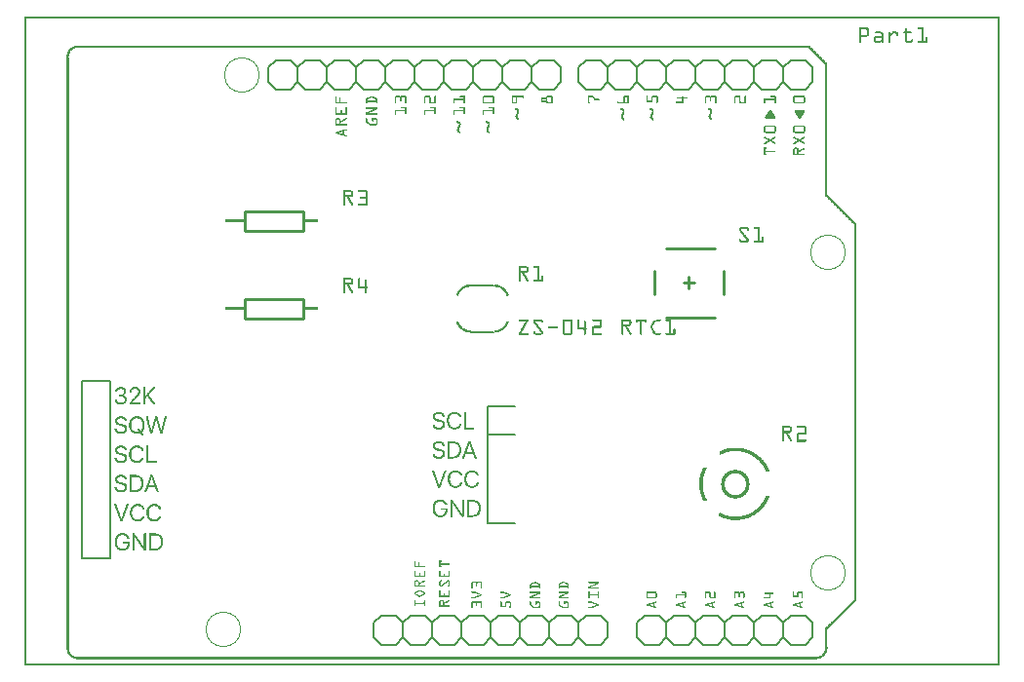
<source format=gto>
G04 MADE WITH FRITZING*
G04 WWW.FRITZING.ORG*
G04 DOUBLE SIDED*
G04 HOLES PLATED*
G04 CONTOUR ON CENTER OF CONTOUR VECTOR*
%ASAXBY*%
%FSLAX23Y23*%
%MOIN*%
%OFA0B0*%
%SFA1.0B1.0*%
%ADD10C,0.121583X0.114639*%
%ADD11C,0.098425X0.0744252*%
%ADD12R,0.102611X0.611875X0.090111X0.599375*%
%ADD13C,0.006250*%
%ADD14C,0.006000*%
%ADD15C,0.010000*%
%ADD16C,0.008000*%
%ADD17R,0.001000X0.001000*%
%LNSILK1*%
G90*
G70*
G54D10*
X2746Y1415D03*
X2746Y319D03*
X744Y2022D03*
X679Y124D03*
G54D11*
X2431Y622D03*
G54D13*
X196Y974D02*
X293Y974D01*
X293Y369D01*
X196Y369D01*
X196Y974D01*
D02*
G54D14*
X2419Y172D02*
X2469Y172D01*
D02*
X2469Y172D02*
X2494Y147D01*
D02*
X2494Y147D02*
X2494Y97D01*
D02*
X2494Y97D02*
X2469Y72D01*
D02*
X2494Y147D02*
X2519Y172D01*
D02*
X2519Y172D02*
X2569Y172D01*
D02*
X2569Y172D02*
X2594Y147D01*
D02*
X2594Y147D02*
X2594Y97D01*
D02*
X2594Y97D02*
X2569Y72D01*
D02*
X2569Y72D02*
X2519Y72D01*
D02*
X2519Y72D02*
X2494Y97D01*
D02*
X2294Y147D02*
X2319Y172D01*
D02*
X2319Y172D02*
X2369Y172D01*
D02*
X2369Y172D02*
X2394Y147D01*
D02*
X2394Y147D02*
X2394Y97D01*
D02*
X2394Y97D02*
X2369Y72D01*
D02*
X2369Y72D02*
X2319Y72D01*
D02*
X2319Y72D02*
X2294Y97D01*
D02*
X2419Y172D02*
X2394Y147D01*
D02*
X2394Y97D02*
X2419Y72D01*
D02*
X2469Y72D02*
X2419Y72D01*
D02*
X2119Y172D02*
X2169Y172D01*
D02*
X2169Y172D02*
X2194Y147D01*
D02*
X2194Y147D02*
X2194Y97D01*
D02*
X2194Y97D02*
X2169Y72D01*
D02*
X2194Y147D02*
X2219Y172D01*
D02*
X2219Y172D02*
X2269Y172D01*
D02*
X2269Y172D02*
X2294Y147D01*
D02*
X2294Y147D02*
X2294Y97D01*
D02*
X2294Y97D02*
X2269Y72D01*
D02*
X2269Y72D02*
X2219Y72D01*
D02*
X2219Y72D02*
X2194Y97D01*
D02*
X2094Y147D02*
X2094Y97D01*
D02*
X2119Y172D02*
X2094Y147D01*
D02*
X2094Y97D02*
X2119Y72D01*
D02*
X2169Y72D02*
X2119Y72D01*
D02*
X2619Y172D02*
X2669Y172D01*
D02*
X2669Y172D02*
X2694Y147D01*
D02*
X2694Y147D02*
X2694Y97D01*
D02*
X2694Y97D02*
X2669Y72D01*
D02*
X2619Y172D02*
X2594Y147D01*
D02*
X2594Y97D02*
X2619Y72D01*
D02*
X2669Y72D02*
X2619Y72D01*
D02*
X1009Y1972D02*
X959Y1972D01*
D02*
X1209Y1972D02*
X1159Y1972D01*
D02*
X1109Y1972D02*
X1059Y1972D01*
D02*
X1309Y1972D02*
X1259Y1972D01*
D02*
X1509Y1972D02*
X1459Y1972D01*
D02*
X1409Y1972D02*
X1359Y1972D01*
D02*
X1609Y1972D02*
X1559Y1972D01*
D02*
X1809Y1972D02*
X1759Y1972D01*
D02*
X1709Y1972D02*
X1659Y1972D01*
D02*
X909Y1972D02*
X859Y1972D01*
D02*
X1034Y1997D02*
X1009Y1972D01*
D02*
X959Y1972D02*
X934Y1997D01*
D02*
X934Y1997D02*
X934Y2047D01*
D02*
X934Y2047D02*
X959Y2072D01*
D02*
X959Y2072D02*
X1009Y2072D01*
D02*
X1009Y2072D02*
X1034Y2047D01*
D02*
X1159Y1972D02*
X1134Y1997D01*
D02*
X1134Y1997D02*
X1134Y2047D01*
D02*
X1134Y2047D02*
X1159Y2072D01*
D02*
X1134Y1997D02*
X1109Y1972D01*
D02*
X1059Y1972D02*
X1034Y1997D01*
D02*
X1034Y1997D02*
X1034Y2047D01*
D02*
X1034Y2047D02*
X1059Y2072D01*
D02*
X1059Y2072D02*
X1109Y2072D01*
D02*
X1109Y2072D02*
X1134Y2047D01*
D02*
X1334Y1997D02*
X1309Y1972D01*
D02*
X1259Y1972D02*
X1234Y1997D01*
D02*
X1234Y1997D02*
X1234Y2047D01*
D02*
X1234Y2047D02*
X1259Y2072D01*
D02*
X1259Y2072D02*
X1309Y2072D01*
D02*
X1309Y2072D02*
X1334Y2047D01*
D02*
X1209Y1972D02*
X1234Y1997D01*
D02*
X1234Y2047D02*
X1209Y2072D01*
D02*
X1159Y2072D02*
X1209Y2072D01*
D02*
X1459Y1972D02*
X1434Y1997D01*
D02*
X1434Y1997D02*
X1434Y2047D01*
D02*
X1434Y2047D02*
X1459Y2072D01*
D02*
X1434Y1997D02*
X1409Y1972D01*
D02*
X1359Y1972D02*
X1334Y1997D01*
D02*
X1334Y1997D02*
X1334Y2047D01*
D02*
X1334Y2047D02*
X1359Y2072D01*
D02*
X1359Y2072D02*
X1409Y2072D01*
D02*
X1409Y2072D02*
X1434Y2047D01*
D02*
X1634Y1997D02*
X1609Y1972D01*
D02*
X1559Y1972D02*
X1534Y1997D01*
D02*
X1534Y1997D02*
X1534Y2047D01*
D02*
X1534Y2047D02*
X1559Y2072D01*
D02*
X1559Y2072D02*
X1609Y2072D01*
D02*
X1609Y2072D02*
X1634Y2047D01*
D02*
X1509Y1972D02*
X1534Y1997D01*
D02*
X1534Y2047D02*
X1509Y2072D01*
D02*
X1459Y2072D02*
X1509Y2072D01*
D02*
X1759Y1972D02*
X1734Y1997D01*
D02*
X1734Y1997D02*
X1734Y2047D01*
D02*
X1734Y2047D02*
X1759Y2072D01*
D02*
X1734Y1997D02*
X1709Y1972D01*
D02*
X1659Y1972D02*
X1634Y1997D01*
D02*
X1634Y1997D02*
X1634Y2047D01*
D02*
X1634Y2047D02*
X1659Y2072D01*
D02*
X1659Y2072D02*
X1709Y2072D01*
D02*
X1709Y2072D02*
X1734Y2047D01*
D02*
X1834Y1997D02*
X1834Y2047D01*
D02*
X1809Y1972D02*
X1834Y1997D01*
D02*
X1834Y2047D02*
X1809Y2072D01*
D02*
X1759Y2072D02*
X1809Y2072D01*
D02*
X859Y1972D02*
X834Y1997D01*
D02*
X834Y1997D02*
X834Y2047D01*
D02*
X834Y2047D02*
X859Y2072D01*
D02*
X909Y1972D02*
X934Y1997D01*
D02*
X934Y2047D02*
X909Y2072D01*
D02*
X859Y2072D02*
X909Y2072D01*
D02*
X2069Y1972D02*
X2019Y1972D01*
D02*
X2019Y1972D02*
X1994Y1997D01*
D02*
X1994Y1997D02*
X1994Y2047D01*
D02*
X1994Y2047D02*
X2019Y2072D01*
D02*
X2194Y1997D02*
X2169Y1972D01*
D02*
X2169Y1972D02*
X2119Y1972D01*
D02*
X2119Y1972D02*
X2094Y1997D01*
D02*
X2094Y1997D02*
X2094Y2047D01*
D02*
X2094Y2047D02*
X2119Y2072D01*
D02*
X2119Y2072D02*
X2169Y2072D01*
D02*
X2169Y2072D02*
X2194Y2047D01*
D02*
X2069Y1972D02*
X2094Y1997D01*
D02*
X2094Y2047D02*
X2069Y2072D01*
D02*
X2019Y2072D02*
X2069Y2072D01*
D02*
X2369Y1972D02*
X2319Y1972D01*
D02*
X2319Y1972D02*
X2294Y1997D01*
D02*
X2294Y1997D02*
X2294Y2047D01*
D02*
X2294Y2047D02*
X2319Y2072D01*
D02*
X2294Y1997D02*
X2269Y1972D01*
D02*
X2269Y1972D02*
X2219Y1972D01*
D02*
X2219Y1972D02*
X2194Y1997D01*
D02*
X2194Y1997D02*
X2194Y2047D01*
D02*
X2194Y2047D02*
X2219Y2072D01*
D02*
X2219Y2072D02*
X2269Y2072D01*
D02*
X2269Y2072D02*
X2294Y2047D01*
D02*
X2494Y1997D02*
X2469Y1972D01*
D02*
X2469Y1972D02*
X2419Y1972D01*
D02*
X2419Y1972D02*
X2394Y1997D01*
D02*
X2394Y1997D02*
X2394Y2047D01*
D02*
X2394Y2047D02*
X2419Y2072D01*
D02*
X2419Y2072D02*
X2469Y2072D01*
D02*
X2469Y2072D02*
X2494Y2047D01*
D02*
X2369Y1972D02*
X2394Y1997D01*
D02*
X2394Y2047D02*
X2369Y2072D01*
D02*
X2319Y2072D02*
X2369Y2072D01*
D02*
X2669Y1972D02*
X2619Y1972D01*
D02*
X2619Y1972D02*
X2594Y1997D01*
D02*
X2594Y1997D02*
X2594Y2047D01*
D02*
X2594Y2047D02*
X2619Y2072D01*
D02*
X2594Y1997D02*
X2569Y1972D01*
D02*
X2569Y1972D02*
X2519Y1972D01*
D02*
X2519Y1972D02*
X2494Y1997D01*
D02*
X2494Y1997D02*
X2494Y2047D01*
D02*
X2494Y2047D02*
X2519Y2072D01*
D02*
X2519Y2072D02*
X2569Y2072D01*
D02*
X2569Y2072D02*
X2594Y2047D01*
D02*
X2694Y1997D02*
X2694Y2047D01*
D02*
X2669Y1972D02*
X2694Y1997D01*
D02*
X2694Y2047D02*
X2669Y2072D01*
D02*
X2619Y2072D02*
X2669Y2072D01*
D02*
X1969Y1972D02*
X1919Y1972D01*
D02*
X1919Y1972D02*
X1894Y1997D01*
D02*
X1894Y1997D02*
X1894Y2047D01*
D02*
X1894Y2047D02*
X1919Y2072D01*
D02*
X1969Y1972D02*
X1994Y1997D01*
D02*
X1994Y2047D02*
X1969Y2072D01*
D02*
X1919Y2072D02*
X1969Y2072D01*
D02*
X1819Y172D02*
X1869Y172D01*
D02*
X1869Y172D02*
X1894Y147D01*
D02*
X1894Y147D02*
X1894Y97D01*
D02*
X1894Y97D02*
X1869Y72D01*
D02*
X1694Y147D02*
X1719Y172D01*
D02*
X1719Y172D02*
X1769Y172D01*
D02*
X1769Y172D02*
X1794Y147D01*
D02*
X1794Y147D02*
X1794Y97D01*
D02*
X1794Y97D02*
X1769Y72D01*
D02*
X1769Y72D02*
X1719Y72D01*
D02*
X1719Y72D02*
X1694Y97D01*
D02*
X1819Y172D02*
X1794Y147D01*
D02*
X1794Y97D02*
X1819Y72D01*
D02*
X1869Y72D02*
X1819Y72D01*
D02*
X1519Y172D02*
X1569Y172D01*
D02*
X1569Y172D02*
X1594Y147D01*
D02*
X1594Y147D02*
X1594Y97D01*
D02*
X1594Y97D02*
X1569Y72D01*
D02*
X1594Y147D02*
X1619Y172D01*
D02*
X1619Y172D02*
X1669Y172D01*
D02*
X1669Y172D02*
X1694Y147D01*
D02*
X1694Y147D02*
X1694Y97D01*
D02*
X1694Y97D02*
X1669Y72D01*
D02*
X1669Y72D02*
X1619Y72D01*
D02*
X1619Y72D02*
X1594Y97D01*
D02*
X1394Y147D02*
X1419Y172D01*
D02*
X1419Y172D02*
X1469Y172D01*
D02*
X1469Y172D02*
X1494Y147D01*
D02*
X1494Y147D02*
X1494Y97D01*
D02*
X1494Y97D02*
X1469Y72D01*
D02*
X1469Y72D02*
X1419Y72D01*
D02*
X1419Y72D02*
X1394Y97D01*
D02*
X1519Y172D02*
X1494Y147D01*
D02*
X1494Y97D02*
X1519Y72D01*
D02*
X1569Y72D02*
X1519Y72D01*
D02*
X1219Y172D02*
X1269Y172D01*
D02*
X1269Y172D02*
X1294Y147D01*
D02*
X1294Y147D02*
X1294Y97D01*
D02*
X1294Y97D02*
X1269Y72D01*
D02*
X1294Y147D02*
X1319Y172D01*
D02*
X1319Y172D02*
X1369Y172D01*
D02*
X1369Y172D02*
X1394Y147D01*
D02*
X1394Y147D02*
X1394Y97D01*
D02*
X1394Y97D02*
X1369Y72D01*
D02*
X1369Y72D02*
X1319Y72D01*
D02*
X1319Y72D02*
X1294Y97D01*
D02*
X1194Y147D02*
X1194Y97D01*
D02*
X1219Y172D02*
X1194Y147D01*
D02*
X1194Y97D02*
X1219Y72D01*
D02*
X1269Y72D02*
X1219Y72D01*
D02*
X1919Y172D02*
X1969Y172D01*
D02*
X1969Y172D02*
X1994Y147D01*
D02*
X1994Y147D02*
X1994Y97D01*
D02*
X1994Y97D02*
X1969Y72D01*
D02*
X1919Y172D02*
X1894Y147D01*
D02*
X1894Y97D02*
X1919Y72D01*
D02*
X1969Y72D02*
X1919Y72D01*
G54D15*
D02*
X2391Y1350D02*
X2391Y1271D01*
D02*
X2194Y1429D02*
X2361Y1429D01*
D02*
X2194Y1193D02*
X2361Y1193D01*
D02*
X2154Y1350D02*
X2154Y1271D01*
D02*
X2272Y1330D02*
X2272Y1291D01*
D02*
X2292Y1311D02*
X2253Y1311D01*
G54D16*
D02*
X1526Y1301D02*
X1605Y1301D01*
D02*
X1605Y1143D02*
X1526Y1143D01*
G54D15*
D02*
X754Y1555D02*
X954Y1555D01*
D02*
X954Y1555D02*
X954Y1489D01*
D02*
X954Y1489D02*
X754Y1489D01*
D02*
X754Y1489D02*
X754Y1555D01*
D02*
X754Y1255D02*
X954Y1255D01*
D02*
X954Y1255D02*
X954Y1189D01*
D02*
X954Y1189D02*
X754Y1189D01*
D02*
X754Y1189D02*
X754Y1255D01*
G54D13*
X1676Y487D02*
X1585Y487D01*
X1585Y889D01*
X1676Y889D01*
X1585Y790D02*
X1676Y790D01*
D02*
G54D17*
X1Y2222D02*
X3333Y2222D01*
X1Y2221D02*
X3333Y2221D01*
X1Y2220D02*
X3333Y2220D01*
X1Y2219D02*
X3333Y2219D01*
X1Y2218D02*
X3333Y2218D01*
X1Y2217D02*
X3333Y2217D01*
X1Y2216D02*
X3333Y2216D01*
X1Y2215D02*
X3333Y2215D01*
X1Y2214D02*
X8Y2214D01*
X3326Y2214D02*
X3333Y2214D01*
X1Y2213D02*
X8Y2213D01*
X3326Y2213D02*
X3333Y2213D01*
X1Y2212D02*
X8Y2212D01*
X3326Y2212D02*
X3333Y2212D01*
X1Y2211D02*
X8Y2211D01*
X3326Y2211D02*
X3333Y2211D01*
X1Y2210D02*
X8Y2210D01*
X3326Y2210D02*
X3333Y2210D01*
X1Y2209D02*
X8Y2209D01*
X3326Y2209D02*
X3333Y2209D01*
X1Y2208D02*
X8Y2208D01*
X3326Y2208D02*
X3333Y2208D01*
X1Y2207D02*
X8Y2207D01*
X3326Y2207D02*
X3333Y2207D01*
X1Y2206D02*
X8Y2206D01*
X3326Y2206D02*
X3333Y2206D01*
X1Y2205D02*
X8Y2205D01*
X3326Y2205D02*
X3333Y2205D01*
X1Y2204D02*
X8Y2204D01*
X3326Y2204D02*
X3333Y2204D01*
X1Y2203D02*
X8Y2203D01*
X3326Y2203D02*
X3333Y2203D01*
X1Y2202D02*
X8Y2202D01*
X3326Y2202D02*
X3333Y2202D01*
X1Y2201D02*
X8Y2201D01*
X3326Y2201D02*
X3333Y2201D01*
X1Y2200D02*
X8Y2200D01*
X3326Y2200D02*
X3333Y2200D01*
X1Y2199D02*
X8Y2199D01*
X3326Y2199D02*
X3333Y2199D01*
X1Y2198D02*
X8Y2198D01*
X3326Y2198D02*
X3333Y2198D01*
X1Y2197D02*
X8Y2197D01*
X3326Y2197D02*
X3333Y2197D01*
X1Y2196D02*
X8Y2196D01*
X3326Y2196D02*
X3333Y2196D01*
X1Y2195D02*
X8Y2195D01*
X3326Y2195D02*
X3333Y2195D01*
X1Y2194D02*
X8Y2194D01*
X3326Y2194D02*
X3333Y2194D01*
X1Y2193D02*
X8Y2193D01*
X3326Y2193D02*
X3333Y2193D01*
X1Y2192D02*
X8Y2192D01*
X3326Y2192D02*
X3333Y2192D01*
X1Y2191D02*
X8Y2191D01*
X3326Y2191D02*
X3333Y2191D01*
X1Y2190D02*
X8Y2190D01*
X3326Y2190D02*
X3333Y2190D01*
X1Y2189D02*
X8Y2189D01*
X3326Y2189D02*
X3333Y2189D01*
X1Y2188D02*
X8Y2188D01*
X3326Y2188D02*
X3333Y2188D01*
X1Y2187D02*
X8Y2187D01*
X3326Y2187D02*
X3333Y2187D01*
X1Y2186D02*
X8Y2186D01*
X3326Y2186D02*
X3333Y2186D01*
X1Y2185D02*
X8Y2185D01*
X2855Y2185D02*
X2876Y2185D01*
X3058Y2185D02*
X3071Y2185D01*
X3326Y2185D02*
X3333Y2185D01*
X1Y2184D02*
X8Y2184D01*
X2853Y2184D02*
X2880Y2184D01*
X3055Y2184D02*
X3074Y2184D01*
X3326Y2184D02*
X3333Y2184D01*
X1Y2183D02*
X8Y2183D01*
X2853Y2183D02*
X2882Y2183D01*
X3054Y2183D02*
X3074Y2183D01*
X3326Y2183D02*
X3333Y2183D01*
X1Y2182D02*
X8Y2182D01*
X2853Y2182D02*
X2883Y2182D01*
X3054Y2182D02*
X3074Y2182D01*
X3326Y2182D02*
X3333Y2182D01*
X1Y2181D02*
X8Y2181D01*
X2853Y2181D02*
X2884Y2181D01*
X3012Y2181D02*
X3015Y2181D01*
X3054Y2181D02*
X3074Y2181D01*
X3326Y2181D02*
X3333Y2181D01*
X1Y2180D02*
X8Y2180D01*
X2853Y2180D02*
X2885Y2180D01*
X3011Y2180D02*
X3016Y2180D01*
X3054Y2180D02*
X3074Y2180D01*
X3326Y2180D02*
X3333Y2180D01*
X1Y2179D02*
X8Y2179D01*
X2853Y2179D02*
X2886Y2179D01*
X3011Y2179D02*
X3016Y2179D01*
X3055Y2179D02*
X3074Y2179D01*
X3326Y2179D02*
X3333Y2179D01*
X1Y2178D02*
X8Y2178D01*
X2853Y2178D02*
X2886Y2178D01*
X3011Y2178D02*
X3017Y2178D01*
X3057Y2178D02*
X3074Y2178D01*
X3326Y2178D02*
X3333Y2178D01*
X1Y2177D02*
X8Y2177D01*
X2853Y2177D02*
X2859Y2177D01*
X2879Y2177D02*
X2886Y2177D01*
X3011Y2177D02*
X3017Y2177D01*
X3068Y2177D02*
X3074Y2177D01*
X3326Y2177D02*
X3333Y2177D01*
X1Y2176D02*
X8Y2176D01*
X2853Y2176D02*
X2859Y2176D01*
X2880Y2176D02*
X2886Y2176D01*
X3011Y2176D02*
X3017Y2176D01*
X3068Y2176D02*
X3074Y2176D01*
X3326Y2176D02*
X3333Y2176D01*
X1Y2175D02*
X8Y2175D01*
X2853Y2175D02*
X2859Y2175D01*
X2881Y2175D02*
X2887Y2175D01*
X3011Y2175D02*
X3017Y2175D01*
X3068Y2175D02*
X3074Y2175D01*
X3326Y2175D02*
X3333Y2175D01*
X1Y2174D02*
X8Y2174D01*
X2853Y2174D02*
X2859Y2174D01*
X2881Y2174D02*
X2887Y2174D01*
X3011Y2174D02*
X3017Y2174D01*
X3068Y2174D02*
X3074Y2174D01*
X3326Y2174D02*
X3333Y2174D01*
X1Y2173D02*
X8Y2173D01*
X2853Y2173D02*
X2859Y2173D01*
X2881Y2173D02*
X2887Y2173D01*
X3011Y2173D02*
X3017Y2173D01*
X3068Y2173D02*
X3074Y2173D01*
X3326Y2173D02*
X3333Y2173D01*
X1Y2172D02*
X8Y2172D01*
X2853Y2172D02*
X2859Y2172D01*
X2881Y2172D02*
X2887Y2172D01*
X3011Y2172D02*
X3017Y2172D01*
X3068Y2172D02*
X3074Y2172D01*
X3326Y2172D02*
X3333Y2172D01*
X1Y2171D02*
X8Y2171D01*
X2853Y2171D02*
X2859Y2171D01*
X2881Y2171D02*
X2887Y2171D01*
X3011Y2171D02*
X3017Y2171D01*
X3068Y2171D02*
X3074Y2171D01*
X3326Y2171D02*
X3333Y2171D01*
X1Y2170D02*
X8Y2170D01*
X2853Y2170D02*
X2859Y2170D01*
X2881Y2170D02*
X2887Y2170D01*
X2910Y2170D02*
X2928Y2170D01*
X2956Y2170D02*
X2957Y2170D01*
X2969Y2170D02*
X2979Y2170D01*
X3006Y2170D02*
X3029Y2170D01*
X3068Y2170D02*
X3074Y2170D01*
X3326Y2170D02*
X3333Y2170D01*
X1Y2169D02*
X8Y2169D01*
X2853Y2169D02*
X2859Y2169D01*
X2881Y2169D02*
X2887Y2169D01*
X2909Y2169D02*
X2931Y2169D01*
X2954Y2169D02*
X2959Y2169D01*
X2968Y2169D02*
X2982Y2169D01*
X3004Y2169D02*
X3031Y2169D01*
X3068Y2169D02*
X3074Y2169D01*
X3326Y2169D02*
X3333Y2169D01*
X1Y2168D02*
X8Y2168D01*
X2853Y2168D02*
X2859Y2168D01*
X2881Y2168D02*
X2887Y2168D01*
X2908Y2168D02*
X2932Y2168D01*
X2954Y2168D02*
X2959Y2168D01*
X2967Y2168D02*
X2984Y2168D01*
X3004Y2168D02*
X3031Y2168D01*
X3068Y2168D02*
X3074Y2168D01*
X3326Y2168D02*
X3333Y2168D01*
X1Y2167D02*
X8Y2167D01*
X2853Y2167D02*
X2859Y2167D01*
X2881Y2167D02*
X2887Y2167D01*
X2908Y2167D02*
X2934Y2167D01*
X2953Y2167D02*
X2959Y2167D01*
X2966Y2167D02*
X2985Y2167D01*
X3004Y2167D02*
X3032Y2167D01*
X3068Y2167D02*
X3074Y2167D01*
X3326Y2167D02*
X3333Y2167D01*
X1Y2166D02*
X8Y2166D01*
X2853Y2166D02*
X2859Y2166D01*
X2881Y2166D02*
X2887Y2166D01*
X2908Y2166D02*
X2935Y2166D01*
X2953Y2166D02*
X2959Y2166D01*
X2964Y2166D02*
X2986Y2166D01*
X3004Y2166D02*
X3032Y2166D01*
X3068Y2166D02*
X3074Y2166D01*
X3326Y2166D02*
X3333Y2166D01*
X1Y2165D02*
X8Y2165D01*
X2853Y2165D02*
X2859Y2165D01*
X2881Y2165D02*
X2887Y2165D01*
X2909Y2165D02*
X2935Y2165D01*
X2953Y2165D02*
X2960Y2165D01*
X2963Y2165D02*
X2986Y2165D01*
X3004Y2165D02*
X3031Y2165D01*
X3068Y2165D02*
X3074Y2165D01*
X3326Y2165D02*
X3333Y2165D01*
X1Y2164D02*
X8Y2164D01*
X2853Y2164D02*
X2859Y2164D01*
X2881Y2164D02*
X2887Y2164D01*
X2910Y2164D02*
X2936Y2164D01*
X2953Y2164D02*
X2959Y2164D01*
X2962Y2164D02*
X2987Y2164D01*
X3005Y2164D02*
X3030Y2164D01*
X3068Y2164D02*
X3074Y2164D01*
X3326Y2164D02*
X3333Y2164D01*
X1Y2163D02*
X8Y2163D01*
X2853Y2163D02*
X2859Y2163D01*
X2881Y2163D02*
X2887Y2163D01*
X2929Y2163D02*
X2936Y2163D01*
X2953Y2163D02*
X2971Y2163D01*
X2979Y2163D02*
X2987Y2163D01*
X3010Y2163D02*
X3017Y2163D01*
X3068Y2163D02*
X3074Y2163D01*
X3326Y2163D02*
X3333Y2163D01*
X1Y2162D02*
X8Y2162D01*
X2853Y2162D02*
X2859Y2162D01*
X2881Y2162D02*
X2887Y2162D01*
X2930Y2162D02*
X2937Y2162D01*
X2953Y2162D02*
X2970Y2162D01*
X2980Y2162D02*
X2987Y2162D01*
X3011Y2162D02*
X3017Y2162D01*
X3068Y2162D02*
X3074Y2162D01*
X3326Y2162D02*
X3333Y2162D01*
X1Y2161D02*
X8Y2161D01*
X2853Y2161D02*
X2859Y2161D01*
X2880Y2161D02*
X2887Y2161D01*
X2931Y2161D02*
X2937Y2161D01*
X2953Y2161D02*
X2968Y2161D01*
X2981Y2161D02*
X2987Y2161D01*
X3011Y2161D02*
X3017Y2161D01*
X3068Y2161D02*
X3074Y2161D01*
X3326Y2161D02*
X3333Y2161D01*
X1Y2160D02*
X8Y2160D01*
X2853Y2160D02*
X2859Y2160D01*
X2880Y2160D02*
X2886Y2160D01*
X2931Y2160D02*
X2937Y2160D01*
X2953Y2160D02*
X2967Y2160D01*
X2981Y2160D02*
X2987Y2160D01*
X3011Y2160D02*
X3017Y2160D01*
X3068Y2160D02*
X3074Y2160D01*
X3326Y2160D02*
X3333Y2160D01*
X1Y2159D02*
X8Y2159D01*
X2853Y2159D02*
X2859Y2159D01*
X2879Y2159D02*
X2886Y2159D01*
X2931Y2159D02*
X2937Y2159D01*
X2953Y2159D02*
X2966Y2159D01*
X2981Y2159D02*
X2987Y2159D01*
X3011Y2159D02*
X3017Y2159D01*
X3068Y2159D02*
X3074Y2159D01*
X3326Y2159D02*
X3333Y2159D01*
X1Y2158D02*
X8Y2158D01*
X2853Y2158D02*
X2886Y2158D01*
X2931Y2158D02*
X2937Y2158D01*
X2953Y2158D02*
X2965Y2158D01*
X2981Y2158D02*
X2987Y2158D01*
X3011Y2158D02*
X3017Y2158D01*
X3068Y2158D02*
X3074Y2158D01*
X3326Y2158D02*
X3333Y2158D01*
X1Y2157D02*
X8Y2157D01*
X2853Y2157D02*
X2885Y2157D01*
X2931Y2157D02*
X2937Y2157D01*
X2953Y2157D02*
X2964Y2157D01*
X2982Y2157D02*
X2987Y2157D01*
X3011Y2157D02*
X3017Y2157D01*
X3068Y2157D02*
X3074Y2157D01*
X3326Y2157D02*
X3333Y2157D01*
X1Y2156D02*
X8Y2156D01*
X2853Y2156D02*
X2885Y2156D01*
X2931Y2156D02*
X2937Y2156D01*
X2953Y2156D02*
X2963Y2156D01*
X2982Y2156D02*
X2986Y2156D01*
X3011Y2156D02*
X3017Y2156D01*
X3068Y2156D02*
X3074Y2156D01*
X3326Y2156D02*
X3333Y2156D01*
X1Y2155D02*
X8Y2155D01*
X2853Y2155D02*
X2884Y2155D01*
X2911Y2155D02*
X2929Y2155D01*
X2931Y2155D02*
X2937Y2155D01*
X2953Y2155D02*
X2961Y2155D01*
X3011Y2155D02*
X3017Y2155D01*
X3068Y2155D02*
X3074Y2155D01*
X3326Y2155D02*
X3333Y2155D01*
X1Y2154D02*
X8Y2154D01*
X2853Y2154D02*
X2883Y2154D01*
X2908Y2154D02*
X2937Y2154D01*
X2953Y2154D02*
X2960Y2154D01*
X3011Y2154D02*
X3017Y2154D01*
X3068Y2154D02*
X3074Y2154D01*
X3326Y2154D02*
X3333Y2154D01*
X1Y2153D02*
X8Y2153D01*
X2853Y2153D02*
X2881Y2153D01*
X2907Y2153D02*
X2937Y2153D01*
X2953Y2153D02*
X2959Y2153D01*
X3011Y2153D02*
X3017Y2153D01*
X3068Y2153D02*
X3074Y2153D01*
X3326Y2153D02*
X3333Y2153D01*
X1Y2152D02*
X8Y2152D01*
X2853Y2152D02*
X2879Y2152D01*
X2906Y2152D02*
X2937Y2152D01*
X2953Y2152D02*
X2959Y2152D01*
X3011Y2152D02*
X3017Y2152D01*
X3068Y2152D02*
X3074Y2152D01*
X3326Y2152D02*
X3333Y2152D01*
X1Y2151D02*
X8Y2151D01*
X2853Y2151D02*
X2859Y2151D01*
X2905Y2151D02*
X2937Y2151D01*
X2953Y2151D02*
X2959Y2151D01*
X3011Y2151D02*
X3017Y2151D01*
X3068Y2151D02*
X3074Y2151D01*
X3083Y2151D02*
X3086Y2151D01*
X3326Y2151D02*
X3333Y2151D01*
X1Y2150D02*
X8Y2150D01*
X2853Y2150D02*
X2859Y2150D01*
X2905Y2150D02*
X2937Y2150D01*
X2953Y2150D02*
X2959Y2150D01*
X3011Y2150D02*
X3017Y2150D01*
X3068Y2150D02*
X3074Y2150D01*
X3082Y2150D02*
X3087Y2150D01*
X3326Y2150D02*
X3333Y2150D01*
X1Y2149D02*
X8Y2149D01*
X2853Y2149D02*
X2859Y2149D01*
X2904Y2149D02*
X2937Y2149D01*
X2953Y2149D02*
X2959Y2149D01*
X3011Y2149D02*
X3017Y2149D01*
X3068Y2149D02*
X3074Y2149D01*
X3082Y2149D02*
X3087Y2149D01*
X3326Y2149D02*
X3333Y2149D01*
X1Y2148D02*
X8Y2148D01*
X2853Y2148D02*
X2859Y2148D01*
X2904Y2148D02*
X2910Y2148D01*
X2930Y2148D02*
X2937Y2148D01*
X2953Y2148D02*
X2959Y2148D01*
X3011Y2148D02*
X3017Y2148D01*
X3068Y2148D02*
X3074Y2148D01*
X3081Y2148D02*
X3087Y2148D01*
X3326Y2148D02*
X3333Y2148D01*
X1Y2147D02*
X8Y2147D01*
X2853Y2147D02*
X2859Y2147D01*
X2904Y2147D02*
X2909Y2147D01*
X2930Y2147D02*
X2937Y2147D01*
X2953Y2147D02*
X2959Y2147D01*
X3011Y2147D02*
X3017Y2147D01*
X3068Y2147D02*
X3074Y2147D01*
X3081Y2147D02*
X3087Y2147D01*
X3326Y2147D02*
X3333Y2147D01*
X1Y2146D02*
X8Y2146D01*
X2853Y2146D02*
X2859Y2146D01*
X2903Y2146D02*
X2909Y2146D01*
X2931Y2146D02*
X2937Y2146D01*
X2953Y2146D02*
X2959Y2146D01*
X3011Y2146D02*
X3017Y2146D01*
X3068Y2146D02*
X3074Y2146D01*
X3081Y2146D02*
X3087Y2146D01*
X3326Y2146D02*
X3333Y2146D01*
X1Y2145D02*
X8Y2145D01*
X2853Y2145D02*
X2859Y2145D01*
X2903Y2145D02*
X2909Y2145D01*
X2931Y2145D02*
X2937Y2145D01*
X2953Y2145D02*
X2959Y2145D01*
X3011Y2145D02*
X3017Y2145D01*
X3068Y2145D02*
X3074Y2145D01*
X3081Y2145D02*
X3087Y2145D01*
X3326Y2145D02*
X3333Y2145D01*
X1Y2144D02*
X8Y2144D01*
X2853Y2144D02*
X2859Y2144D01*
X2903Y2144D02*
X2909Y2144D01*
X2931Y2144D02*
X2937Y2144D01*
X2953Y2144D02*
X2959Y2144D01*
X3011Y2144D02*
X3017Y2144D01*
X3068Y2144D02*
X3074Y2144D01*
X3081Y2144D02*
X3087Y2144D01*
X3326Y2144D02*
X3333Y2144D01*
X1Y2143D02*
X8Y2143D01*
X2853Y2143D02*
X2859Y2143D01*
X2903Y2143D02*
X2909Y2143D01*
X2931Y2143D02*
X2937Y2143D01*
X2953Y2143D02*
X2959Y2143D01*
X3011Y2143D02*
X3017Y2143D01*
X3033Y2143D02*
X3036Y2143D01*
X3068Y2143D02*
X3074Y2143D01*
X3081Y2143D02*
X3087Y2143D01*
X3326Y2143D02*
X3333Y2143D01*
X1Y2142D02*
X8Y2142D01*
X2853Y2142D02*
X2859Y2142D01*
X2903Y2142D02*
X2909Y2142D01*
X2931Y2142D02*
X2937Y2142D01*
X2953Y2142D02*
X2959Y2142D01*
X3011Y2142D02*
X3017Y2142D01*
X3032Y2142D02*
X3037Y2142D01*
X3068Y2142D02*
X3074Y2142D01*
X3081Y2142D02*
X3087Y2142D01*
X3326Y2142D02*
X3333Y2142D01*
X1Y2141D02*
X8Y2141D01*
X2853Y2141D02*
X2859Y2141D01*
X2903Y2141D02*
X2909Y2141D01*
X2929Y2141D02*
X2937Y2141D01*
X2953Y2141D02*
X2959Y2141D01*
X3011Y2141D02*
X3017Y2141D01*
X3031Y2141D02*
X3037Y2141D01*
X3068Y2141D02*
X3074Y2141D01*
X3081Y2141D02*
X3087Y2141D01*
X3326Y2141D02*
X3333Y2141D01*
X1Y2140D02*
X8Y2140D01*
X2853Y2140D02*
X2859Y2140D01*
X2903Y2140D02*
X2909Y2140D01*
X2927Y2140D02*
X2937Y2140D01*
X2953Y2140D02*
X2959Y2140D01*
X3011Y2140D02*
X3017Y2140D01*
X3031Y2140D02*
X3037Y2140D01*
X3068Y2140D02*
X3074Y2140D01*
X3081Y2140D02*
X3087Y2140D01*
X3326Y2140D02*
X3333Y2140D01*
X1Y2139D02*
X8Y2139D01*
X2853Y2139D02*
X2859Y2139D01*
X2904Y2139D02*
X2910Y2139D01*
X2926Y2139D02*
X2937Y2139D01*
X2953Y2139D02*
X2959Y2139D01*
X3011Y2139D02*
X3017Y2139D01*
X3030Y2139D02*
X3037Y2139D01*
X3068Y2139D02*
X3074Y2139D01*
X3081Y2139D02*
X3087Y2139D01*
X3326Y2139D02*
X3333Y2139D01*
X1Y2138D02*
X8Y2138D01*
X2853Y2138D02*
X2859Y2138D01*
X2904Y2138D02*
X2911Y2138D01*
X2924Y2138D02*
X2937Y2138D01*
X2953Y2138D02*
X2959Y2138D01*
X3011Y2138D02*
X3019Y2138D01*
X3029Y2138D02*
X3037Y2138D01*
X3067Y2138D02*
X3074Y2138D01*
X3081Y2138D02*
X3087Y2138D01*
X3326Y2138D02*
X3333Y2138D01*
X1Y2137D02*
X8Y2137D01*
X2853Y2137D02*
X2859Y2137D01*
X2904Y2137D02*
X2937Y2137D01*
X2953Y2137D02*
X2959Y2137D01*
X3011Y2137D02*
X3036Y2137D01*
X3055Y2137D02*
X3087Y2137D01*
X3326Y2137D02*
X3333Y2137D01*
X1Y2136D02*
X8Y2136D01*
X2853Y2136D02*
X2859Y2136D01*
X2905Y2136D02*
X2937Y2136D01*
X2953Y2136D02*
X2959Y2136D01*
X3012Y2136D02*
X3036Y2136D01*
X3054Y2136D02*
X3087Y2136D01*
X3326Y2136D02*
X3333Y2136D01*
X1Y2135D02*
X8Y2135D01*
X2853Y2135D02*
X2859Y2135D01*
X2905Y2135D02*
X2937Y2135D01*
X2953Y2135D02*
X2959Y2135D01*
X3013Y2135D02*
X3035Y2135D01*
X3054Y2135D02*
X3087Y2135D01*
X3326Y2135D02*
X3333Y2135D01*
X1Y2134D02*
X8Y2134D01*
X2853Y2134D02*
X2859Y2134D01*
X2906Y2134D02*
X2929Y2134D01*
X2931Y2134D02*
X2937Y2134D01*
X2954Y2134D02*
X2959Y2134D01*
X3014Y2134D02*
X3034Y2134D01*
X3054Y2134D02*
X3087Y2134D01*
X3326Y2134D02*
X3333Y2134D01*
X1Y2133D02*
X8Y2133D01*
X2853Y2133D02*
X2859Y2133D01*
X2907Y2133D02*
X2928Y2133D01*
X2931Y2133D02*
X2937Y2133D01*
X2954Y2133D02*
X2959Y2133D01*
X3015Y2133D02*
X3033Y2133D01*
X3054Y2133D02*
X3087Y2133D01*
X3326Y2133D02*
X3333Y2133D01*
X1Y2132D02*
X8Y2132D01*
X2854Y2132D02*
X2858Y2132D01*
X2909Y2132D02*
X2926Y2132D01*
X2932Y2132D02*
X2936Y2132D01*
X2954Y2132D02*
X2958Y2132D01*
X3016Y2132D02*
X3031Y2132D01*
X3055Y2132D02*
X3086Y2132D01*
X3326Y2132D02*
X3333Y2132D01*
X1Y2131D02*
X8Y2131D01*
X2856Y2131D02*
X2856Y2131D01*
X2912Y2131D02*
X2924Y2131D01*
X2934Y2131D02*
X2934Y2131D01*
X2956Y2131D02*
X2957Y2131D01*
X3019Y2131D02*
X3028Y2131D01*
X3057Y2131D02*
X3085Y2131D01*
X3326Y2131D02*
X3333Y2131D01*
X1Y2130D02*
X8Y2130D01*
X3326Y2130D02*
X3333Y2130D01*
X1Y2129D02*
X8Y2129D01*
X3326Y2129D02*
X3333Y2129D01*
X1Y2128D02*
X8Y2128D01*
X3326Y2128D02*
X3333Y2128D01*
X1Y2127D02*
X8Y2127D01*
X3326Y2127D02*
X3333Y2127D01*
X1Y2126D02*
X8Y2126D01*
X3326Y2126D02*
X3333Y2126D01*
X1Y2125D02*
X8Y2125D01*
X3326Y2125D02*
X3333Y2125D01*
X1Y2124D02*
X8Y2124D01*
X3326Y2124D02*
X3333Y2124D01*
X1Y2123D02*
X8Y2123D01*
X3326Y2123D02*
X3333Y2123D01*
X1Y2122D02*
X8Y2122D01*
X176Y2122D02*
X2683Y2122D01*
X3326Y2122D02*
X3333Y2122D01*
X1Y2121D02*
X8Y2121D01*
X172Y2121D02*
X2684Y2121D01*
X3326Y2121D02*
X3333Y2121D01*
X1Y2120D02*
X8Y2120D01*
X170Y2120D02*
X2685Y2120D01*
X3326Y2120D02*
X3333Y2120D01*
X1Y2119D02*
X8Y2119D01*
X167Y2119D02*
X2686Y2119D01*
X3326Y2119D02*
X3333Y2119D01*
X1Y2118D02*
X8Y2118D01*
X165Y2118D02*
X2687Y2118D01*
X3326Y2118D02*
X3333Y2118D01*
X1Y2117D02*
X8Y2117D01*
X164Y2117D02*
X2688Y2117D01*
X3326Y2117D02*
X3333Y2117D01*
X1Y2116D02*
X8Y2116D01*
X162Y2116D02*
X2689Y2116D01*
X3326Y2116D02*
X3333Y2116D01*
X1Y2115D02*
X8Y2115D01*
X161Y2115D02*
X2690Y2115D01*
X3326Y2115D02*
X3333Y2115D01*
X1Y2114D02*
X8Y2114D01*
X159Y2114D02*
X176Y2114D01*
X2680Y2114D02*
X2691Y2114D01*
X3326Y2114D02*
X3333Y2114D01*
X1Y2113D02*
X8Y2113D01*
X158Y2113D02*
X172Y2113D01*
X2681Y2113D02*
X2692Y2113D01*
X3326Y2113D02*
X3333Y2113D01*
X1Y2112D02*
X8Y2112D01*
X157Y2112D02*
X170Y2112D01*
X2682Y2112D02*
X2693Y2112D01*
X3326Y2112D02*
X3333Y2112D01*
X1Y2111D02*
X8Y2111D01*
X156Y2111D02*
X168Y2111D01*
X2683Y2111D02*
X2694Y2111D01*
X3326Y2111D02*
X3333Y2111D01*
X1Y2110D02*
X8Y2110D01*
X155Y2110D02*
X166Y2110D01*
X2684Y2110D02*
X2695Y2110D01*
X3326Y2110D02*
X3333Y2110D01*
X1Y2109D02*
X8Y2109D01*
X154Y2109D02*
X165Y2109D01*
X2685Y2109D02*
X2696Y2109D01*
X3326Y2109D02*
X3333Y2109D01*
X1Y2108D02*
X8Y2108D01*
X153Y2108D02*
X163Y2108D01*
X2686Y2108D02*
X2697Y2108D01*
X3326Y2108D02*
X3333Y2108D01*
X1Y2107D02*
X8Y2107D01*
X152Y2107D02*
X162Y2107D01*
X2687Y2107D02*
X2698Y2107D01*
X3326Y2107D02*
X3333Y2107D01*
X1Y2106D02*
X8Y2106D01*
X152Y2106D02*
X161Y2106D01*
X2688Y2106D02*
X2699Y2106D01*
X3326Y2106D02*
X3333Y2106D01*
X1Y2105D02*
X8Y2105D01*
X151Y2105D02*
X160Y2105D01*
X2689Y2105D02*
X2700Y2105D01*
X3326Y2105D02*
X3333Y2105D01*
X1Y2104D02*
X8Y2104D01*
X150Y2104D02*
X159Y2104D01*
X2690Y2104D02*
X2701Y2104D01*
X3326Y2104D02*
X3333Y2104D01*
X1Y2103D02*
X8Y2103D01*
X150Y2103D02*
X158Y2103D01*
X2691Y2103D02*
X2702Y2103D01*
X3326Y2103D02*
X3333Y2103D01*
X1Y2102D02*
X8Y2102D01*
X149Y2102D02*
X158Y2102D01*
X2692Y2102D02*
X2703Y2102D01*
X3326Y2102D02*
X3333Y2102D01*
X1Y2101D02*
X8Y2101D01*
X149Y2101D02*
X157Y2101D01*
X2693Y2101D02*
X2704Y2101D01*
X3326Y2101D02*
X3333Y2101D01*
X1Y2100D02*
X8Y2100D01*
X148Y2100D02*
X156Y2100D01*
X2694Y2100D02*
X2705Y2100D01*
X3326Y2100D02*
X3333Y2100D01*
X1Y2099D02*
X8Y2099D01*
X148Y2099D02*
X156Y2099D01*
X2695Y2099D02*
X2706Y2099D01*
X3326Y2099D02*
X3333Y2099D01*
X1Y2098D02*
X8Y2098D01*
X147Y2098D02*
X155Y2098D01*
X2696Y2098D02*
X2707Y2098D01*
X3326Y2098D02*
X3333Y2098D01*
X1Y2097D02*
X8Y2097D01*
X147Y2097D02*
X155Y2097D01*
X2697Y2097D02*
X2708Y2097D01*
X3326Y2097D02*
X3333Y2097D01*
X1Y2096D02*
X8Y2096D01*
X147Y2096D02*
X154Y2096D01*
X2698Y2096D02*
X2709Y2096D01*
X3326Y2096D02*
X3333Y2096D01*
X1Y2095D02*
X8Y2095D01*
X146Y2095D02*
X154Y2095D01*
X2699Y2095D02*
X2710Y2095D01*
X3326Y2095D02*
X3333Y2095D01*
X1Y2094D02*
X8Y2094D01*
X146Y2094D02*
X153Y2094D01*
X2700Y2094D02*
X2711Y2094D01*
X3326Y2094D02*
X3333Y2094D01*
X1Y2093D02*
X8Y2093D01*
X146Y2093D02*
X153Y2093D01*
X2701Y2093D02*
X2712Y2093D01*
X3326Y2093D02*
X3333Y2093D01*
X1Y2092D02*
X8Y2092D01*
X146Y2092D02*
X153Y2092D01*
X2702Y2092D02*
X2713Y2092D01*
X3326Y2092D02*
X3333Y2092D01*
X1Y2091D02*
X8Y2091D01*
X145Y2091D02*
X152Y2091D01*
X2703Y2091D02*
X2714Y2091D01*
X3326Y2091D02*
X3333Y2091D01*
X1Y2090D02*
X8Y2090D01*
X145Y2090D02*
X152Y2090D01*
X2704Y2090D02*
X2715Y2090D01*
X3326Y2090D02*
X3333Y2090D01*
X1Y2089D02*
X8Y2089D01*
X145Y2089D02*
X152Y2089D01*
X2705Y2089D02*
X2716Y2089D01*
X3326Y2089D02*
X3333Y2089D01*
X1Y2088D02*
X8Y2088D01*
X145Y2088D02*
X152Y2088D01*
X2706Y2088D02*
X2717Y2088D01*
X3326Y2088D02*
X3333Y2088D01*
X1Y2087D02*
X8Y2087D01*
X145Y2087D02*
X152Y2087D01*
X2707Y2087D02*
X2718Y2087D01*
X3326Y2087D02*
X3333Y2087D01*
X1Y2086D02*
X8Y2086D01*
X145Y2086D02*
X152Y2086D01*
X2709Y2086D02*
X2719Y2086D01*
X3326Y2086D02*
X3333Y2086D01*
X1Y2085D02*
X8Y2085D01*
X145Y2085D02*
X152Y2085D01*
X2710Y2085D02*
X2720Y2085D01*
X3326Y2085D02*
X3333Y2085D01*
X1Y2084D02*
X8Y2084D01*
X145Y2084D02*
X152Y2084D01*
X2711Y2084D02*
X2721Y2084D01*
X3326Y2084D02*
X3333Y2084D01*
X1Y2083D02*
X8Y2083D01*
X145Y2083D02*
X151Y2083D01*
X2712Y2083D02*
X2722Y2083D01*
X3326Y2083D02*
X3333Y2083D01*
X1Y2082D02*
X8Y2082D01*
X145Y2082D02*
X152Y2082D01*
X2713Y2082D02*
X2723Y2082D01*
X3326Y2082D02*
X3333Y2082D01*
X1Y2081D02*
X8Y2081D01*
X145Y2081D02*
X152Y2081D01*
X2714Y2081D02*
X2724Y2081D01*
X3326Y2081D02*
X3333Y2081D01*
X1Y2080D02*
X8Y2080D01*
X145Y2080D02*
X152Y2080D01*
X2715Y2080D02*
X2725Y2080D01*
X3326Y2080D02*
X3333Y2080D01*
X1Y2079D02*
X8Y2079D01*
X145Y2079D02*
X152Y2079D01*
X2716Y2079D02*
X2726Y2079D01*
X3326Y2079D02*
X3333Y2079D01*
X1Y2078D02*
X8Y2078D01*
X145Y2078D02*
X152Y2078D01*
X2717Y2078D02*
X2727Y2078D01*
X3326Y2078D02*
X3333Y2078D01*
X1Y2077D02*
X8Y2077D01*
X145Y2077D02*
X152Y2077D01*
X2718Y2077D02*
X2728Y2077D01*
X3326Y2077D02*
X3333Y2077D01*
X1Y2076D02*
X8Y2076D01*
X145Y2076D02*
X152Y2076D01*
X2719Y2076D02*
X2729Y2076D01*
X3326Y2076D02*
X3333Y2076D01*
X1Y2075D02*
X8Y2075D01*
X145Y2075D02*
X152Y2075D01*
X2720Y2075D02*
X2730Y2075D01*
X3326Y2075D02*
X3333Y2075D01*
X1Y2074D02*
X8Y2074D01*
X145Y2074D02*
X152Y2074D01*
X2721Y2074D02*
X2731Y2074D01*
X3326Y2074D02*
X3333Y2074D01*
X1Y2073D02*
X8Y2073D01*
X145Y2073D02*
X152Y2073D01*
X2722Y2073D02*
X2732Y2073D01*
X3326Y2073D02*
X3333Y2073D01*
X1Y2072D02*
X8Y2072D01*
X145Y2072D02*
X152Y2072D01*
X2723Y2072D02*
X2733Y2072D01*
X3326Y2072D02*
X3333Y2072D01*
X1Y2071D02*
X8Y2071D01*
X145Y2071D02*
X152Y2071D01*
X2724Y2071D02*
X2734Y2071D01*
X3326Y2071D02*
X3333Y2071D01*
X1Y2070D02*
X8Y2070D01*
X145Y2070D02*
X152Y2070D01*
X2725Y2070D02*
X2735Y2070D01*
X3326Y2070D02*
X3333Y2070D01*
X1Y2069D02*
X8Y2069D01*
X145Y2069D02*
X152Y2069D01*
X2726Y2069D02*
X2736Y2069D01*
X3326Y2069D02*
X3333Y2069D01*
X1Y2068D02*
X8Y2068D01*
X145Y2068D02*
X152Y2068D01*
X2727Y2068D02*
X2737Y2068D01*
X3326Y2068D02*
X3333Y2068D01*
X1Y2067D02*
X8Y2067D01*
X145Y2067D02*
X152Y2067D01*
X2728Y2067D02*
X2738Y2067D01*
X3326Y2067D02*
X3333Y2067D01*
X1Y2066D02*
X8Y2066D01*
X145Y2066D02*
X152Y2066D01*
X2729Y2066D02*
X2739Y2066D01*
X3326Y2066D02*
X3333Y2066D01*
X1Y2065D02*
X8Y2065D01*
X145Y2065D02*
X152Y2065D01*
X2730Y2065D02*
X2740Y2065D01*
X3326Y2065D02*
X3333Y2065D01*
X1Y2064D02*
X8Y2064D01*
X145Y2064D02*
X152Y2064D01*
X2731Y2064D02*
X2741Y2064D01*
X3326Y2064D02*
X3333Y2064D01*
X1Y2063D02*
X8Y2063D01*
X145Y2063D02*
X152Y2063D01*
X2732Y2063D02*
X2742Y2063D01*
X3326Y2063D02*
X3333Y2063D01*
X1Y2062D02*
X8Y2062D01*
X145Y2062D02*
X152Y2062D01*
X2733Y2062D02*
X2743Y2062D01*
X3326Y2062D02*
X3333Y2062D01*
X1Y2061D02*
X8Y2061D01*
X145Y2061D02*
X152Y2061D01*
X2734Y2061D02*
X2744Y2061D01*
X3326Y2061D02*
X3333Y2061D01*
X1Y2060D02*
X8Y2060D01*
X145Y2060D02*
X152Y2060D01*
X2735Y2060D02*
X2744Y2060D01*
X3326Y2060D02*
X3333Y2060D01*
X1Y2059D02*
X8Y2059D01*
X145Y2059D02*
X152Y2059D01*
X2736Y2059D02*
X2744Y2059D01*
X3326Y2059D02*
X3333Y2059D01*
X1Y2058D02*
X8Y2058D01*
X145Y2058D02*
X152Y2058D01*
X2737Y2058D02*
X2744Y2058D01*
X3326Y2058D02*
X3333Y2058D01*
X1Y2057D02*
X8Y2057D01*
X145Y2057D02*
X152Y2057D01*
X2737Y2057D02*
X2744Y2057D01*
X3326Y2057D02*
X3333Y2057D01*
X1Y2056D02*
X8Y2056D01*
X145Y2056D02*
X152Y2056D01*
X2737Y2056D02*
X2744Y2056D01*
X3326Y2056D02*
X3333Y2056D01*
X1Y2055D02*
X8Y2055D01*
X145Y2055D02*
X152Y2055D01*
X2737Y2055D02*
X2744Y2055D01*
X3326Y2055D02*
X3333Y2055D01*
X1Y2054D02*
X8Y2054D01*
X145Y2054D02*
X152Y2054D01*
X2737Y2054D02*
X2744Y2054D01*
X3326Y2054D02*
X3333Y2054D01*
X1Y2053D02*
X8Y2053D01*
X145Y2053D02*
X152Y2053D01*
X2737Y2053D02*
X2744Y2053D01*
X3326Y2053D02*
X3333Y2053D01*
X1Y2052D02*
X8Y2052D01*
X145Y2052D02*
X152Y2052D01*
X2737Y2052D02*
X2744Y2052D01*
X3326Y2052D02*
X3333Y2052D01*
X1Y2051D02*
X8Y2051D01*
X145Y2051D02*
X152Y2051D01*
X2737Y2051D02*
X2744Y2051D01*
X3326Y2051D02*
X3333Y2051D01*
X1Y2050D02*
X8Y2050D01*
X145Y2050D02*
X152Y2050D01*
X2737Y2050D02*
X2744Y2050D01*
X3326Y2050D02*
X3333Y2050D01*
X1Y2049D02*
X8Y2049D01*
X145Y2049D02*
X152Y2049D01*
X2737Y2049D02*
X2744Y2049D01*
X3326Y2049D02*
X3333Y2049D01*
X1Y2048D02*
X8Y2048D01*
X145Y2048D02*
X152Y2048D01*
X2737Y2048D02*
X2744Y2048D01*
X3326Y2048D02*
X3333Y2048D01*
X1Y2047D02*
X8Y2047D01*
X145Y2047D02*
X152Y2047D01*
X2737Y2047D02*
X2744Y2047D01*
X3326Y2047D02*
X3333Y2047D01*
X1Y2046D02*
X8Y2046D01*
X145Y2046D02*
X152Y2046D01*
X2737Y2046D02*
X2744Y2046D01*
X3326Y2046D02*
X3333Y2046D01*
X1Y2045D02*
X8Y2045D01*
X145Y2045D02*
X152Y2045D01*
X2737Y2045D02*
X2744Y2045D01*
X3326Y2045D02*
X3333Y2045D01*
X1Y2044D02*
X8Y2044D01*
X145Y2044D02*
X152Y2044D01*
X2737Y2044D02*
X2744Y2044D01*
X3326Y2044D02*
X3333Y2044D01*
X1Y2043D02*
X8Y2043D01*
X145Y2043D02*
X152Y2043D01*
X2737Y2043D02*
X2744Y2043D01*
X3326Y2043D02*
X3333Y2043D01*
X1Y2042D02*
X8Y2042D01*
X145Y2042D02*
X152Y2042D01*
X2737Y2042D02*
X2744Y2042D01*
X3326Y2042D02*
X3333Y2042D01*
X1Y2041D02*
X8Y2041D01*
X145Y2041D02*
X152Y2041D01*
X2737Y2041D02*
X2744Y2041D01*
X3326Y2041D02*
X3333Y2041D01*
X1Y2040D02*
X8Y2040D01*
X145Y2040D02*
X152Y2040D01*
X2737Y2040D02*
X2744Y2040D01*
X3326Y2040D02*
X3333Y2040D01*
X1Y2039D02*
X8Y2039D01*
X145Y2039D02*
X152Y2039D01*
X2737Y2039D02*
X2744Y2039D01*
X3326Y2039D02*
X3333Y2039D01*
X1Y2038D02*
X8Y2038D01*
X145Y2038D02*
X152Y2038D01*
X2737Y2038D02*
X2744Y2038D01*
X3326Y2038D02*
X3333Y2038D01*
X1Y2037D02*
X8Y2037D01*
X145Y2037D02*
X152Y2037D01*
X2737Y2037D02*
X2744Y2037D01*
X3326Y2037D02*
X3333Y2037D01*
X1Y2036D02*
X8Y2036D01*
X145Y2036D02*
X152Y2036D01*
X2737Y2036D02*
X2744Y2036D01*
X3326Y2036D02*
X3333Y2036D01*
X1Y2035D02*
X8Y2035D01*
X145Y2035D02*
X152Y2035D01*
X2737Y2035D02*
X2744Y2035D01*
X3326Y2035D02*
X3333Y2035D01*
X1Y2034D02*
X8Y2034D01*
X145Y2034D02*
X152Y2034D01*
X2737Y2034D02*
X2744Y2034D01*
X3326Y2034D02*
X3333Y2034D01*
X1Y2033D02*
X8Y2033D01*
X145Y2033D02*
X152Y2033D01*
X2737Y2033D02*
X2744Y2033D01*
X3326Y2033D02*
X3333Y2033D01*
X1Y2032D02*
X8Y2032D01*
X145Y2032D02*
X152Y2032D01*
X2737Y2032D02*
X2744Y2032D01*
X3326Y2032D02*
X3333Y2032D01*
X1Y2031D02*
X8Y2031D01*
X145Y2031D02*
X152Y2031D01*
X2737Y2031D02*
X2744Y2031D01*
X3326Y2031D02*
X3333Y2031D01*
X1Y2030D02*
X8Y2030D01*
X145Y2030D02*
X152Y2030D01*
X2737Y2030D02*
X2744Y2030D01*
X3326Y2030D02*
X3333Y2030D01*
X1Y2029D02*
X8Y2029D01*
X145Y2029D02*
X152Y2029D01*
X2737Y2029D02*
X2744Y2029D01*
X3326Y2029D02*
X3333Y2029D01*
X1Y2028D02*
X8Y2028D01*
X145Y2028D02*
X152Y2028D01*
X2737Y2028D02*
X2744Y2028D01*
X3326Y2028D02*
X3333Y2028D01*
X1Y2027D02*
X8Y2027D01*
X145Y2027D02*
X152Y2027D01*
X2737Y2027D02*
X2744Y2027D01*
X3326Y2027D02*
X3333Y2027D01*
X1Y2026D02*
X8Y2026D01*
X145Y2026D02*
X152Y2026D01*
X2737Y2026D02*
X2744Y2026D01*
X3326Y2026D02*
X3333Y2026D01*
X1Y2025D02*
X8Y2025D01*
X145Y2025D02*
X152Y2025D01*
X2737Y2025D02*
X2744Y2025D01*
X3326Y2025D02*
X3333Y2025D01*
X1Y2024D02*
X8Y2024D01*
X145Y2024D02*
X152Y2024D01*
X2737Y2024D02*
X2744Y2024D01*
X3326Y2024D02*
X3333Y2024D01*
X1Y2023D02*
X8Y2023D01*
X145Y2023D02*
X152Y2023D01*
X2737Y2023D02*
X2744Y2023D01*
X3326Y2023D02*
X3333Y2023D01*
X1Y2022D02*
X8Y2022D01*
X145Y2022D02*
X152Y2022D01*
X2737Y2022D02*
X2744Y2022D01*
X3326Y2022D02*
X3333Y2022D01*
X1Y2021D02*
X8Y2021D01*
X145Y2021D02*
X152Y2021D01*
X2737Y2021D02*
X2744Y2021D01*
X3326Y2021D02*
X3333Y2021D01*
X1Y2020D02*
X8Y2020D01*
X145Y2020D02*
X152Y2020D01*
X2737Y2020D02*
X2744Y2020D01*
X3326Y2020D02*
X3333Y2020D01*
X1Y2019D02*
X8Y2019D01*
X145Y2019D02*
X152Y2019D01*
X2737Y2019D02*
X2744Y2019D01*
X3326Y2019D02*
X3333Y2019D01*
X1Y2018D02*
X8Y2018D01*
X145Y2018D02*
X152Y2018D01*
X2737Y2018D02*
X2744Y2018D01*
X3326Y2018D02*
X3333Y2018D01*
X1Y2017D02*
X8Y2017D01*
X145Y2017D02*
X152Y2017D01*
X2737Y2017D02*
X2744Y2017D01*
X3326Y2017D02*
X3333Y2017D01*
X1Y2016D02*
X8Y2016D01*
X145Y2016D02*
X152Y2016D01*
X2737Y2016D02*
X2744Y2016D01*
X3326Y2016D02*
X3333Y2016D01*
X1Y2015D02*
X8Y2015D01*
X145Y2015D02*
X152Y2015D01*
X2737Y2015D02*
X2744Y2015D01*
X3326Y2015D02*
X3333Y2015D01*
X1Y2014D02*
X8Y2014D01*
X145Y2014D02*
X152Y2014D01*
X2737Y2014D02*
X2744Y2014D01*
X3326Y2014D02*
X3333Y2014D01*
X1Y2013D02*
X8Y2013D01*
X145Y2013D02*
X152Y2013D01*
X2737Y2013D02*
X2744Y2013D01*
X3326Y2013D02*
X3333Y2013D01*
X1Y2012D02*
X8Y2012D01*
X145Y2012D02*
X152Y2012D01*
X2737Y2012D02*
X2744Y2012D01*
X3326Y2012D02*
X3333Y2012D01*
X1Y2011D02*
X8Y2011D01*
X145Y2011D02*
X152Y2011D01*
X2737Y2011D02*
X2744Y2011D01*
X3326Y2011D02*
X3333Y2011D01*
X1Y2010D02*
X8Y2010D01*
X145Y2010D02*
X152Y2010D01*
X2737Y2010D02*
X2744Y2010D01*
X3326Y2010D02*
X3333Y2010D01*
X1Y2009D02*
X8Y2009D01*
X145Y2009D02*
X152Y2009D01*
X2737Y2009D02*
X2744Y2009D01*
X3326Y2009D02*
X3333Y2009D01*
X1Y2008D02*
X8Y2008D01*
X145Y2008D02*
X152Y2008D01*
X2737Y2008D02*
X2744Y2008D01*
X3326Y2008D02*
X3333Y2008D01*
X1Y2007D02*
X8Y2007D01*
X145Y2007D02*
X152Y2007D01*
X2737Y2007D02*
X2744Y2007D01*
X3326Y2007D02*
X3333Y2007D01*
X1Y2006D02*
X8Y2006D01*
X145Y2006D02*
X152Y2006D01*
X2737Y2006D02*
X2744Y2006D01*
X3326Y2006D02*
X3333Y2006D01*
X1Y2005D02*
X8Y2005D01*
X145Y2005D02*
X152Y2005D01*
X2737Y2005D02*
X2744Y2005D01*
X3326Y2005D02*
X3333Y2005D01*
X1Y2004D02*
X8Y2004D01*
X145Y2004D02*
X152Y2004D01*
X2737Y2004D02*
X2744Y2004D01*
X3326Y2004D02*
X3333Y2004D01*
X1Y2003D02*
X8Y2003D01*
X145Y2003D02*
X152Y2003D01*
X2737Y2003D02*
X2744Y2003D01*
X3326Y2003D02*
X3333Y2003D01*
X1Y2002D02*
X8Y2002D01*
X145Y2002D02*
X152Y2002D01*
X2737Y2002D02*
X2744Y2002D01*
X3326Y2002D02*
X3333Y2002D01*
X1Y2001D02*
X8Y2001D01*
X145Y2001D02*
X152Y2001D01*
X2737Y2001D02*
X2744Y2001D01*
X3326Y2001D02*
X3333Y2001D01*
X1Y2000D02*
X8Y2000D01*
X145Y2000D02*
X152Y2000D01*
X2737Y2000D02*
X2744Y2000D01*
X3326Y2000D02*
X3333Y2000D01*
X1Y1999D02*
X8Y1999D01*
X145Y1999D02*
X152Y1999D01*
X2737Y1999D02*
X2744Y1999D01*
X3326Y1999D02*
X3333Y1999D01*
X1Y1998D02*
X8Y1998D01*
X145Y1998D02*
X152Y1998D01*
X2737Y1998D02*
X2744Y1998D01*
X3326Y1998D02*
X3333Y1998D01*
X1Y1997D02*
X8Y1997D01*
X145Y1997D02*
X152Y1997D01*
X2737Y1997D02*
X2744Y1997D01*
X3326Y1997D02*
X3333Y1997D01*
X1Y1996D02*
X8Y1996D01*
X145Y1996D02*
X152Y1996D01*
X2737Y1996D02*
X2744Y1996D01*
X3326Y1996D02*
X3333Y1996D01*
X1Y1995D02*
X8Y1995D01*
X145Y1995D02*
X152Y1995D01*
X2737Y1995D02*
X2744Y1995D01*
X3326Y1995D02*
X3333Y1995D01*
X1Y1994D02*
X8Y1994D01*
X145Y1994D02*
X152Y1994D01*
X2737Y1994D02*
X2744Y1994D01*
X3326Y1994D02*
X3333Y1994D01*
X1Y1993D02*
X8Y1993D01*
X145Y1993D02*
X152Y1993D01*
X2737Y1993D02*
X2744Y1993D01*
X3326Y1993D02*
X3333Y1993D01*
X1Y1992D02*
X8Y1992D01*
X145Y1992D02*
X152Y1992D01*
X2737Y1992D02*
X2744Y1992D01*
X3326Y1992D02*
X3333Y1992D01*
X1Y1991D02*
X8Y1991D01*
X145Y1991D02*
X152Y1991D01*
X2737Y1991D02*
X2744Y1991D01*
X3326Y1991D02*
X3333Y1991D01*
X1Y1990D02*
X8Y1990D01*
X145Y1990D02*
X152Y1990D01*
X2737Y1990D02*
X2744Y1990D01*
X3326Y1990D02*
X3333Y1990D01*
X1Y1989D02*
X8Y1989D01*
X145Y1989D02*
X152Y1989D01*
X2737Y1989D02*
X2744Y1989D01*
X3326Y1989D02*
X3333Y1989D01*
X1Y1988D02*
X8Y1988D01*
X145Y1988D02*
X152Y1988D01*
X2737Y1988D02*
X2744Y1988D01*
X3326Y1988D02*
X3333Y1988D01*
X1Y1987D02*
X8Y1987D01*
X145Y1987D02*
X152Y1987D01*
X2737Y1987D02*
X2744Y1987D01*
X3326Y1987D02*
X3333Y1987D01*
X1Y1986D02*
X8Y1986D01*
X145Y1986D02*
X152Y1986D01*
X2737Y1986D02*
X2744Y1986D01*
X3326Y1986D02*
X3333Y1986D01*
X1Y1985D02*
X8Y1985D01*
X145Y1985D02*
X152Y1985D01*
X2737Y1985D02*
X2744Y1985D01*
X3326Y1985D02*
X3333Y1985D01*
X1Y1984D02*
X8Y1984D01*
X145Y1984D02*
X152Y1984D01*
X2737Y1984D02*
X2744Y1984D01*
X3326Y1984D02*
X3333Y1984D01*
X1Y1983D02*
X8Y1983D01*
X145Y1983D02*
X152Y1983D01*
X2737Y1983D02*
X2744Y1983D01*
X3326Y1983D02*
X3333Y1983D01*
X1Y1982D02*
X8Y1982D01*
X145Y1982D02*
X152Y1982D01*
X2737Y1982D02*
X2744Y1982D01*
X3326Y1982D02*
X3333Y1982D01*
X1Y1981D02*
X8Y1981D01*
X145Y1981D02*
X152Y1981D01*
X2737Y1981D02*
X2744Y1981D01*
X3326Y1981D02*
X3333Y1981D01*
X1Y1980D02*
X8Y1980D01*
X145Y1980D02*
X152Y1980D01*
X2737Y1980D02*
X2744Y1980D01*
X3326Y1980D02*
X3333Y1980D01*
X1Y1979D02*
X8Y1979D01*
X145Y1979D02*
X152Y1979D01*
X2737Y1979D02*
X2744Y1979D01*
X3326Y1979D02*
X3333Y1979D01*
X1Y1978D02*
X8Y1978D01*
X145Y1978D02*
X152Y1978D01*
X2737Y1978D02*
X2744Y1978D01*
X3326Y1978D02*
X3333Y1978D01*
X1Y1977D02*
X8Y1977D01*
X145Y1977D02*
X152Y1977D01*
X2737Y1977D02*
X2744Y1977D01*
X3326Y1977D02*
X3333Y1977D01*
X1Y1976D02*
X8Y1976D01*
X145Y1976D02*
X152Y1976D01*
X2737Y1976D02*
X2744Y1976D01*
X3326Y1976D02*
X3333Y1976D01*
X1Y1975D02*
X8Y1975D01*
X145Y1975D02*
X152Y1975D01*
X2737Y1975D02*
X2744Y1975D01*
X3326Y1975D02*
X3333Y1975D01*
X1Y1974D02*
X8Y1974D01*
X145Y1974D02*
X152Y1974D01*
X2737Y1974D02*
X2744Y1974D01*
X3326Y1974D02*
X3333Y1974D01*
X1Y1973D02*
X8Y1973D01*
X145Y1973D02*
X152Y1973D01*
X2737Y1973D02*
X2744Y1973D01*
X3326Y1973D02*
X3333Y1973D01*
X1Y1972D02*
X8Y1972D01*
X145Y1972D02*
X152Y1972D01*
X2737Y1972D02*
X2744Y1972D01*
X3326Y1972D02*
X3333Y1972D01*
X1Y1971D02*
X8Y1971D01*
X145Y1971D02*
X152Y1971D01*
X2737Y1971D02*
X2744Y1971D01*
X3326Y1971D02*
X3333Y1971D01*
X1Y1970D02*
X8Y1970D01*
X145Y1970D02*
X152Y1970D01*
X2737Y1970D02*
X2744Y1970D01*
X3326Y1970D02*
X3333Y1970D01*
X1Y1969D02*
X8Y1969D01*
X145Y1969D02*
X152Y1969D01*
X2737Y1969D02*
X2744Y1969D01*
X3326Y1969D02*
X3333Y1969D01*
X1Y1968D02*
X8Y1968D01*
X145Y1968D02*
X152Y1968D01*
X2737Y1968D02*
X2744Y1968D01*
X3326Y1968D02*
X3333Y1968D01*
X1Y1967D02*
X8Y1967D01*
X145Y1967D02*
X152Y1967D01*
X2737Y1967D02*
X2744Y1967D01*
X3326Y1967D02*
X3333Y1967D01*
X1Y1966D02*
X8Y1966D01*
X145Y1966D02*
X152Y1966D01*
X2737Y1966D02*
X2744Y1966D01*
X3326Y1966D02*
X3333Y1966D01*
X1Y1965D02*
X8Y1965D01*
X145Y1965D02*
X152Y1965D01*
X2737Y1965D02*
X2744Y1965D01*
X3326Y1965D02*
X3333Y1965D01*
X1Y1964D02*
X8Y1964D01*
X145Y1964D02*
X152Y1964D01*
X2737Y1964D02*
X2744Y1964D01*
X3326Y1964D02*
X3333Y1964D01*
X1Y1963D02*
X8Y1963D01*
X145Y1963D02*
X152Y1963D01*
X2737Y1963D02*
X2744Y1963D01*
X3326Y1963D02*
X3333Y1963D01*
X1Y1962D02*
X8Y1962D01*
X145Y1962D02*
X152Y1962D01*
X2737Y1962D02*
X2744Y1962D01*
X3326Y1962D02*
X3333Y1962D01*
X1Y1961D02*
X8Y1961D01*
X145Y1961D02*
X152Y1961D01*
X2737Y1961D02*
X2744Y1961D01*
X3326Y1961D02*
X3333Y1961D01*
X1Y1960D02*
X8Y1960D01*
X145Y1960D02*
X152Y1960D01*
X2737Y1960D02*
X2744Y1960D01*
X3326Y1960D02*
X3333Y1960D01*
X1Y1959D02*
X8Y1959D01*
X145Y1959D02*
X152Y1959D01*
X2737Y1959D02*
X2744Y1959D01*
X3326Y1959D02*
X3333Y1959D01*
X1Y1958D02*
X8Y1958D01*
X145Y1958D02*
X152Y1958D01*
X2737Y1958D02*
X2744Y1958D01*
X3326Y1958D02*
X3333Y1958D01*
X1Y1957D02*
X8Y1957D01*
X145Y1957D02*
X152Y1957D01*
X2737Y1957D02*
X2744Y1957D01*
X3326Y1957D02*
X3333Y1957D01*
X1Y1956D02*
X8Y1956D01*
X145Y1956D02*
X152Y1956D01*
X2737Y1956D02*
X2744Y1956D01*
X3326Y1956D02*
X3333Y1956D01*
X1Y1955D02*
X8Y1955D01*
X145Y1955D02*
X152Y1955D01*
X2737Y1955D02*
X2744Y1955D01*
X3326Y1955D02*
X3333Y1955D01*
X1Y1954D02*
X8Y1954D01*
X145Y1954D02*
X152Y1954D01*
X2737Y1954D02*
X2744Y1954D01*
X3326Y1954D02*
X3333Y1954D01*
X1Y1953D02*
X8Y1953D01*
X145Y1953D02*
X152Y1953D01*
X2737Y1953D02*
X2744Y1953D01*
X3326Y1953D02*
X3333Y1953D01*
X1Y1952D02*
X8Y1952D01*
X145Y1952D02*
X152Y1952D01*
X2737Y1952D02*
X2744Y1952D01*
X3326Y1952D02*
X3333Y1952D01*
X1Y1951D02*
X8Y1951D01*
X145Y1951D02*
X152Y1951D01*
X2737Y1951D02*
X2744Y1951D01*
X3326Y1951D02*
X3333Y1951D01*
X1Y1950D02*
X8Y1950D01*
X145Y1950D02*
X152Y1950D01*
X1270Y1950D02*
X1283Y1950D01*
X1289Y1950D02*
X1303Y1950D01*
X1370Y1950D02*
X1385Y1950D01*
X1403Y1950D02*
X1405Y1950D01*
X1490Y1950D02*
X1505Y1950D01*
X1570Y1950D02*
X1603Y1950D01*
X1668Y1950D02*
X1705Y1950D01*
X1787Y1950D02*
X1803Y1950D01*
X1927Y1950D02*
X1943Y1950D01*
X2050Y1950D02*
X2065Y1950D01*
X2128Y1950D02*
X2129Y1950D01*
X2147Y1950D02*
X2163Y1950D01*
X2330Y1950D02*
X2343Y1950D01*
X2349Y1950D02*
X2363Y1950D01*
X2430Y1950D02*
X2445Y1950D01*
X2463Y1950D02*
X2465Y1950D01*
X2552Y1950D02*
X2567Y1950D01*
X2632Y1950D02*
X2665Y1950D01*
X2737Y1950D02*
X2744Y1950D01*
X3326Y1950D02*
X3333Y1950D01*
X1Y1949D02*
X8Y1949D01*
X145Y1949D02*
X152Y1949D01*
X1063Y1949D02*
X1066Y1949D01*
X1184Y1949D02*
X1190Y1949D01*
X1268Y1949D02*
X1285Y1949D01*
X1288Y1949D02*
X1305Y1949D01*
X1368Y1949D02*
X1387Y1949D01*
X1402Y1949D02*
X1406Y1949D01*
X1489Y1949D02*
X1506Y1949D01*
X1568Y1949D02*
X1604Y1949D01*
X1667Y1949D02*
X1706Y1949D01*
X1786Y1949D02*
X1804Y1949D01*
X1926Y1949D02*
X1944Y1949D01*
X2049Y1949D02*
X2066Y1949D01*
X2127Y1949D02*
X2130Y1949D01*
X2146Y1949D02*
X2164Y1949D01*
X2250Y1949D02*
X2251Y1949D01*
X2328Y1949D02*
X2345Y1949D01*
X2348Y1949D02*
X2364Y1949D01*
X2428Y1949D02*
X2447Y1949D01*
X2462Y1949D02*
X2466Y1949D01*
X2551Y1949D02*
X2568Y1949D01*
X2631Y1949D02*
X2667Y1949D01*
X2737Y1949D02*
X2744Y1949D01*
X3326Y1949D02*
X3333Y1949D01*
X1Y1948D02*
X8Y1948D01*
X145Y1948D02*
X152Y1948D01*
X1063Y1948D02*
X1067Y1948D01*
X1182Y1948D02*
X1193Y1948D01*
X1268Y1948D02*
X1305Y1948D01*
X1368Y1948D02*
X1388Y1948D01*
X1402Y1948D02*
X1406Y1948D01*
X1489Y1948D02*
X1506Y1948D01*
X1567Y1948D02*
X1605Y1948D01*
X1667Y1948D02*
X1706Y1948D01*
X1785Y1948D02*
X1805Y1948D01*
X1926Y1948D02*
X1945Y1948D01*
X2049Y1948D02*
X2066Y1948D01*
X2127Y1948D02*
X2131Y1948D01*
X2145Y1948D02*
X2165Y1948D01*
X2249Y1948D02*
X2252Y1948D01*
X2327Y1948D02*
X2365Y1948D01*
X2427Y1948D02*
X2447Y1948D01*
X2462Y1948D02*
X2466Y1948D01*
X2551Y1948D02*
X2569Y1948D01*
X2630Y1948D02*
X2668Y1948D01*
X2737Y1948D02*
X2744Y1948D01*
X3326Y1948D02*
X3333Y1948D01*
X1Y1947D02*
X8Y1947D01*
X145Y1947D02*
X152Y1947D01*
X1063Y1947D02*
X1067Y1947D01*
X1180Y1947D02*
X1195Y1947D01*
X1267Y1947D02*
X1306Y1947D01*
X1367Y1947D02*
X1388Y1947D01*
X1402Y1947D02*
X1406Y1947D01*
X1489Y1947D02*
X1506Y1947D01*
X1567Y1947D02*
X1606Y1947D01*
X1667Y1947D02*
X1706Y1947D01*
X1785Y1947D02*
X1806Y1947D01*
X1926Y1947D02*
X1946Y1947D01*
X2049Y1947D02*
X2066Y1947D01*
X2126Y1947D02*
X2131Y1947D01*
X2145Y1947D02*
X2166Y1947D01*
X2249Y1947D02*
X2253Y1947D01*
X2327Y1947D02*
X2366Y1947D01*
X2427Y1947D02*
X2448Y1947D01*
X2462Y1947D02*
X2466Y1947D01*
X2551Y1947D02*
X2569Y1947D01*
X2629Y1947D02*
X2668Y1947D01*
X2737Y1947D02*
X2744Y1947D01*
X3326Y1947D02*
X3333Y1947D01*
X1Y1946D02*
X8Y1946D01*
X145Y1946D02*
X152Y1946D01*
X1063Y1946D02*
X1067Y1946D01*
X1178Y1946D02*
X1197Y1946D01*
X1267Y1946D02*
X1306Y1946D01*
X1367Y1946D02*
X1388Y1946D01*
X1402Y1946D02*
X1406Y1946D01*
X1490Y1946D02*
X1506Y1946D01*
X1567Y1946D02*
X1606Y1946D01*
X1667Y1946D02*
X1706Y1946D01*
X1784Y1946D02*
X1806Y1946D01*
X1926Y1946D02*
X1946Y1946D01*
X2049Y1946D02*
X2066Y1946D01*
X2126Y1946D02*
X2131Y1946D01*
X2144Y1946D02*
X2166Y1946D01*
X2232Y1946D02*
X2265Y1946D01*
X2327Y1946D02*
X2366Y1946D01*
X2427Y1946D02*
X2448Y1946D01*
X2462Y1946D02*
X2466Y1946D01*
X2552Y1946D02*
X2569Y1946D01*
X2629Y1946D02*
X2668Y1946D01*
X2737Y1946D02*
X2744Y1946D01*
X3326Y1946D02*
X3333Y1946D01*
X1Y1945D02*
X8Y1945D01*
X145Y1945D02*
X152Y1945D01*
X1063Y1945D02*
X1067Y1945D01*
X1176Y1945D02*
X1199Y1945D01*
X1267Y1945D02*
X1271Y1945D01*
X1283Y1945D02*
X1290Y1945D01*
X1302Y1945D02*
X1306Y1945D01*
X1367Y1945D02*
X1371Y1945D01*
X1384Y1945D02*
X1389Y1945D01*
X1402Y1945D02*
X1406Y1945D01*
X1502Y1945D02*
X1506Y1945D01*
X1567Y1945D02*
X1571Y1945D01*
X1602Y1945D02*
X1606Y1945D01*
X1667Y1945D02*
X1671Y1945D01*
X1680Y1945D02*
X1684Y1945D01*
X1702Y1945D02*
X1706Y1945D01*
X1768Y1945D02*
X1789Y1945D01*
X1802Y1945D02*
X1806Y1945D01*
X1926Y1945D02*
X1931Y1945D01*
X1941Y1945D02*
X1947Y1945D01*
X2049Y1945D02*
X2053Y1945D01*
X2062Y1945D02*
X2066Y1945D01*
X2126Y1945D02*
X2131Y1945D01*
X2144Y1945D02*
X2149Y1945D01*
X2162Y1945D02*
X2166Y1945D01*
X2231Y1945D02*
X2266Y1945D01*
X2326Y1945D02*
X2331Y1945D01*
X2342Y1945D02*
X2350Y1945D01*
X2362Y1945D02*
X2366Y1945D01*
X2426Y1945D02*
X2431Y1945D01*
X2444Y1945D02*
X2448Y1945D01*
X2462Y1945D02*
X2466Y1945D01*
X2564Y1945D02*
X2569Y1945D01*
X2629Y1945D02*
X2633Y1945D01*
X2664Y1945D02*
X2669Y1945D01*
X2737Y1945D02*
X2744Y1945D01*
X3326Y1945D02*
X3333Y1945D01*
X1Y1944D02*
X8Y1944D01*
X145Y1944D02*
X152Y1944D01*
X1063Y1944D02*
X1067Y1944D01*
X1077Y1944D02*
X1079Y1944D01*
X1174Y1944D02*
X1185Y1944D01*
X1190Y1944D02*
X1201Y1944D01*
X1267Y1944D02*
X1271Y1944D01*
X1284Y1944D02*
X1289Y1944D01*
X1302Y1944D02*
X1306Y1944D01*
X1367Y1944D02*
X1371Y1944D01*
X1384Y1944D02*
X1389Y1944D01*
X1402Y1944D02*
X1406Y1944D01*
X1502Y1944D02*
X1506Y1944D01*
X1567Y1944D02*
X1571Y1944D01*
X1602Y1944D02*
X1606Y1944D01*
X1667Y1944D02*
X1671Y1944D01*
X1680Y1944D02*
X1684Y1944D01*
X1702Y1944D02*
X1706Y1944D01*
X1767Y1944D02*
X1788Y1944D01*
X1802Y1944D02*
X1806Y1944D01*
X1926Y1944D02*
X1931Y1944D01*
X1942Y1944D02*
X1948Y1944D01*
X2049Y1944D02*
X2053Y1944D01*
X2062Y1944D02*
X2066Y1944D01*
X2126Y1944D02*
X2131Y1944D01*
X2144Y1944D02*
X2148Y1944D01*
X2162Y1944D02*
X2166Y1944D01*
X2231Y1944D02*
X2266Y1944D01*
X2326Y1944D02*
X2331Y1944D01*
X2344Y1944D02*
X2349Y1944D01*
X2362Y1944D02*
X2366Y1944D01*
X2426Y1944D02*
X2431Y1944D01*
X2444Y1944D02*
X2448Y1944D01*
X2462Y1944D02*
X2466Y1944D01*
X2564Y1944D02*
X2569Y1944D01*
X2629Y1944D02*
X2633Y1944D01*
X2664Y1944D02*
X2669Y1944D01*
X2737Y1944D02*
X2744Y1944D01*
X3326Y1944D02*
X3333Y1944D01*
X1Y1943D02*
X8Y1943D01*
X145Y1943D02*
X152Y1943D01*
X1063Y1943D02*
X1067Y1943D01*
X1076Y1943D02*
X1080Y1943D01*
X1172Y1943D02*
X1182Y1943D01*
X1192Y1943D02*
X1203Y1943D01*
X1267Y1943D02*
X1271Y1943D01*
X1284Y1943D02*
X1289Y1943D01*
X1302Y1943D02*
X1306Y1943D01*
X1367Y1943D02*
X1371Y1943D01*
X1384Y1943D02*
X1389Y1943D01*
X1402Y1943D02*
X1406Y1943D01*
X1502Y1943D02*
X1506Y1943D01*
X1567Y1943D02*
X1571Y1943D01*
X1602Y1943D02*
X1606Y1943D01*
X1667Y1943D02*
X1671Y1943D01*
X1680Y1943D02*
X1684Y1943D01*
X1703Y1943D02*
X1705Y1943D01*
X1767Y1943D02*
X1788Y1943D01*
X1802Y1943D02*
X1806Y1943D01*
X1926Y1943D02*
X1931Y1943D01*
X1943Y1943D02*
X1949Y1943D01*
X2049Y1943D02*
X2053Y1943D01*
X2062Y1943D02*
X2066Y1943D01*
X2126Y1943D02*
X2131Y1943D01*
X2144Y1943D02*
X2148Y1943D01*
X2162Y1943D02*
X2166Y1943D01*
X2231Y1943D02*
X2266Y1943D01*
X2326Y1943D02*
X2331Y1943D01*
X2344Y1943D02*
X2348Y1943D01*
X2362Y1943D02*
X2366Y1943D01*
X2426Y1943D02*
X2431Y1943D01*
X2444Y1943D02*
X2448Y1943D01*
X2462Y1943D02*
X2466Y1943D01*
X2564Y1943D02*
X2569Y1943D01*
X2629Y1943D02*
X2633Y1943D01*
X2664Y1943D02*
X2669Y1943D01*
X2737Y1943D02*
X2744Y1943D01*
X3326Y1943D02*
X3333Y1943D01*
X1Y1942D02*
X8Y1942D01*
X145Y1942D02*
X152Y1942D01*
X1063Y1942D02*
X1067Y1942D01*
X1076Y1942D02*
X1080Y1942D01*
X1170Y1942D02*
X1180Y1942D01*
X1194Y1942D02*
X1204Y1942D01*
X1267Y1942D02*
X1271Y1942D01*
X1284Y1942D02*
X1289Y1942D01*
X1302Y1942D02*
X1306Y1942D01*
X1367Y1942D02*
X1371Y1942D01*
X1384Y1942D02*
X1389Y1942D01*
X1402Y1942D02*
X1406Y1942D01*
X1502Y1942D02*
X1506Y1942D01*
X1567Y1942D02*
X1571Y1942D01*
X1602Y1942D02*
X1606Y1942D01*
X1667Y1942D02*
X1671Y1942D01*
X1680Y1942D02*
X1684Y1942D01*
X1767Y1942D02*
X1788Y1942D01*
X1802Y1942D02*
X1806Y1942D01*
X1926Y1942D02*
X1931Y1942D01*
X1944Y1942D02*
X1950Y1942D01*
X2049Y1942D02*
X2053Y1942D01*
X2062Y1942D02*
X2066Y1942D01*
X2126Y1942D02*
X2131Y1942D01*
X2144Y1942D02*
X2148Y1942D01*
X2162Y1942D02*
X2166Y1942D01*
X2232Y1942D02*
X2265Y1942D01*
X2326Y1942D02*
X2331Y1942D01*
X2344Y1942D02*
X2348Y1942D01*
X2362Y1942D02*
X2366Y1942D01*
X2426Y1942D02*
X2431Y1942D01*
X2444Y1942D02*
X2448Y1942D01*
X2462Y1942D02*
X2466Y1942D01*
X2564Y1942D02*
X2569Y1942D01*
X2629Y1942D02*
X2633Y1942D01*
X2664Y1942D02*
X2669Y1942D01*
X2737Y1942D02*
X2744Y1942D01*
X3326Y1942D02*
X3333Y1942D01*
X1Y1941D02*
X8Y1941D01*
X145Y1941D02*
X152Y1941D01*
X1063Y1941D02*
X1067Y1941D01*
X1076Y1941D02*
X1080Y1941D01*
X1169Y1941D02*
X1178Y1941D01*
X1196Y1941D02*
X1205Y1941D01*
X1267Y1941D02*
X1271Y1941D01*
X1284Y1941D02*
X1289Y1941D01*
X1302Y1941D02*
X1306Y1941D01*
X1367Y1941D02*
X1371Y1941D01*
X1384Y1941D02*
X1389Y1941D01*
X1402Y1941D02*
X1406Y1941D01*
X1502Y1941D02*
X1506Y1941D01*
X1567Y1941D02*
X1571Y1941D01*
X1602Y1941D02*
X1606Y1941D01*
X1667Y1941D02*
X1671Y1941D01*
X1680Y1941D02*
X1684Y1941D01*
X1767Y1941D02*
X1788Y1941D01*
X1802Y1941D02*
X1806Y1941D01*
X1926Y1941D02*
X1931Y1941D01*
X1945Y1941D02*
X1951Y1941D01*
X2049Y1941D02*
X2053Y1941D01*
X2062Y1941D02*
X2066Y1941D01*
X2126Y1941D02*
X2131Y1941D01*
X2144Y1941D02*
X2148Y1941D01*
X2162Y1941D02*
X2166Y1941D01*
X2248Y1941D02*
X2253Y1941D01*
X2326Y1941D02*
X2331Y1941D01*
X2344Y1941D02*
X2348Y1941D01*
X2362Y1941D02*
X2366Y1941D01*
X2426Y1941D02*
X2431Y1941D01*
X2444Y1941D02*
X2448Y1941D01*
X2462Y1941D02*
X2466Y1941D01*
X2564Y1941D02*
X2569Y1941D01*
X2629Y1941D02*
X2633Y1941D01*
X2664Y1941D02*
X2669Y1941D01*
X2737Y1941D02*
X2744Y1941D01*
X3326Y1941D02*
X3333Y1941D01*
X1Y1940D02*
X8Y1940D01*
X145Y1940D02*
X152Y1940D01*
X1063Y1940D02*
X1067Y1940D01*
X1076Y1940D02*
X1080Y1940D01*
X1168Y1940D02*
X1176Y1940D01*
X1198Y1940D02*
X1206Y1940D01*
X1267Y1940D02*
X1271Y1940D01*
X1284Y1940D02*
X1289Y1940D01*
X1302Y1940D02*
X1306Y1940D01*
X1367Y1940D02*
X1371Y1940D01*
X1384Y1940D02*
X1389Y1940D01*
X1402Y1940D02*
X1406Y1940D01*
X1467Y1940D02*
X1506Y1940D01*
X1567Y1940D02*
X1571Y1940D01*
X1602Y1940D02*
X1606Y1940D01*
X1667Y1940D02*
X1671Y1940D01*
X1680Y1940D02*
X1684Y1940D01*
X1767Y1940D02*
X1788Y1940D01*
X1802Y1940D02*
X1806Y1940D01*
X1926Y1940D02*
X1931Y1940D01*
X1946Y1940D02*
X1964Y1940D01*
X2049Y1940D02*
X2053Y1940D01*
X2062Y1940D02*
X2066Y1940D01*
X2126Y1940D02*
X2131Y1940D01*
X2144Y1940D02*
X2148Y1940D01*
X2162Y1940D02*
X2166Y1940D01*
X2249Y1940D02*
X2253Y1940D01*
X2326Y1940D02*
X2331Y1940D01*
X2344Y1940D02*
X2348Y1940D01*
X2362Y1940D02*
X2366Y1940D01*
X2426Y1940D02*
X2431Y1940D01*
X2444Y1940D02*
X2448Y1940D01*
X2462Y1940D02*
X2466Y1940D01*
X2529Y1940D02*
X2569Y1940D01*
X2629Y1940D02*
X2633Y1940D01*
X2664Y1940D02*
X2669Y1940D01*
X2737Y1940D02*
X2744Y1940D01*
X3326Y1940D02*
X3333Y1940D01*
X1Y1939D02*
X8Y1939D01*
X145Y1939D02*
X152Y1939D01*
X1063Y1939D02*
X1067Y1939D01*
X1076Y1939D02*
X1080Y1939D01*
X1168Y1939D02*
X1174Y1939D01*
X1200Y1939D02*
X1206Y1939D01*
X1267Y1939D02*
X1271Y1939D01*
X1284Y1939D02*
X1289Y1939D01*
X1302Y1939D02*
X1306Y1939D01*
X1367Y1939D02*
X1371Y1939D01*
X1384Y1939D02*
X1389Y1939D01*
X1402Y1939D02*
X1406Y1939D01*
X1467Y1939D02*
X1506Y1939D01*
X1567Y1939D02*
X1571Y1939D01*
X1602Y1939D02*
X1606Y1939D01*
X1667Y1939D02*
X1671Y1939D01*
X1680Y1939D02*
X1684Y1939D01*
X1767Y1939D02*
X1771Y1939D01*
X1784Y1939D02*
X1788Y1939D01*
X1802Y1939D02*
X1806Y1939D01*
X1926Y1939D02*
X1931Y1939D01*
X1946Y1939D02*
X1966Y1939D01*
X2049Y1939D02*
X2053Y1939D01*
X2062Y1939D02*
X2066Y1939D01*
X2126Y1939D02*
X2131Y1939D01*
X2144Y1939D02*
X2148Y1939D01*
X2162Y1939D02*
X2166Y1939D01*
X2249Y1939D02*
X2253Y1939D01*
X2326Y1939D02*
X2331Y1939D01*
X2344Y1939D02*
X2348Y1939D01*
X2362Y1939D02*
X2366Y1939D01*
X2426Y1939D02*
X2431Y1939D01*
X2444Y1939D02*
X2448Y1939D01*
X2462Y1939D02*
X2466Y1939D01*
X2529Y1939D02*
X2569Y1939D01*
X2629Y1939D02*
X2633Y1939D01*
X2664Y1939D02*
X2669Y1939D01*
X2737Y1939D02*
X2744Y1939D01*
X3326Y1939D02*
X3333Y1939D01*
X1Y1938D02*
X8Y1938D01*
X145Y1938D02*
X152Y1938D01*
X1063Y1938D02*
X1067Y1938D01*
X1076Y1938D02*
X1080Y1938D01*
X1168Y1938D02*
X1173Y1938D01*
X1202Y1938D02*
X1207Y1938D01*
X1267Y1938D02*
X1271Y1938D01*
X1284Y1938D02*
X1289Y1938D01*
X1302Y1938D02*
X1306Y1938D01*
X1367Y1938D02*
X1371Y1938D01*
X1384Y1938D02*
X1389Y1938D01*
X1402Y1938D02*
X1406Y1938D01*
X1467Y1938D02*
X1506Y1938D01*
X1567Y1938D02*
X1571Y1938D01*
X1602Y1938D02*
X1606Y1938D01*
X1667Y1938D02*
X1671Y1938D01*
X1680Y1938D02*
X1684Y1938D01*
X1767Y1938D02*
X1771Y1938D01*
X1784Y1938D02*
X1788Y1938D01*
X1802Y1938D02*
X1806Y1938D01*
X1926Y1938D02*
X1931Y1938D01*
X1947Y1938D02*
X1966Y1938D01*
X2049Y1938D02*
X2053Y1938D01*
X2062Y1938D02*
X2066Y1938D01*
X2126Y1938D02*
X2131Y1938D01*
X2144Y1938D02*
X2148Y1938D01*
X2162Y1938D02*
X2166Y1938D01*
X2249Y1938D02*
X2253Y1938D01*
X2326Y1938D02*
X2331Y1938D01*
X2344Y1938D02*
X2348Y1938D01*
X2362Y1938D02*
X2366Y1938D01*
X2426Y1938D02*
X2431Y1938D01*
X2444Y1938D02*
X2448Y1938D01*
X2462Y1938D02*
X2466Y1938D01*
X2529Y1938D02*
X2569Y1938D01*
X2629Y1938D02*
X2633Y1938D01*
X2664Y1938D02*
X2669Y1938D01*
X2737Y1938D02*
X2744Y1938D01*
X3326Y1938D02*
X3333Y1938D01*
X1Y1937D02*
X8Y1937D01*
X145Y1937D02*
X152Y1937D01*
X1063Y1937D02*
X1067Y1937D01*
X1076Y1937D02*
X1080Y1937D01*
X1167Y1937D02*
X1172Y1937D01*
X1202Y1937D02*
X1207Y1937D01*
X1267Y1937D02*
X1271Y1937D01*
X1284Y1937D02*
X1289Y1937D01*
X1302Y1937D02*
X1306Y1937D01*
X1367Y1937D02*
X1371Y1937D01*
X1384Y1937D02*
X1389Y1937D01*
X1402Y1937D02*
X1406Y1937D01*
X1467Y1937D02*
X1506Y1937D01*
X1567Y1937D02*
X1571Y1937D01*
X1602Y1937D02*
X1606Y1937D01*
X1667Y1937D02*
X1671Y1937D01*
X1680Y1937D02*
X1684Y1937D01*
X1767Y1937D02*
X1771Y1937D01*
X1784Y1937D02*
X1788Y1937D01*
X1802Y1937D02*
X1806Y1937D01*
X1926Y1937D02*
X1931Y1937D01*
X1948Y1937D02*
X1966Y1937D01*
X2049Y1937D02*
X2053Y1937D01*
X2062Y1937D02*
X2066Y1937D01*
X2126Y1937D02*
X2131Y1937D01*
X2144Y1937D02*
X2148Y1937D01*
X2162Y1937D02*
X2166Y1937D01*
X2249Y1937D02*
X2253Y1937D01*
X2326Y1937D02*
X2331Y1937D01*
X2344Y1937D02*
X2348Y1937D01*
X2362Y1937D02*
X2366Y1937D01*
X2426Y1937D02*
X2431Y1937D01*
X2444Y1937D02*
X2448Y1937D01*
X2462Y1937D02*
X2466Y1937D01*
X2529Y1937D02*
X2569Y1937D01*
X2629Y1937D02*
X2633Y1937D01*
X2664Y1937D02*
X2669Y1937D01*
X2737Y1937D02*
X2744Y1937D01*
X3326Y1937D02*
X3333Y1937D01*
X1Y1936D02*
X8Y1936D01*
X145Y1936D02*
X152Y1936D01*
X1063Y1936D02*
X1067Y1936D01*
X1076Y1936D02*
X1080Y1936D01*
X1167Y1936D02*
X1172Y1936D01*
X1203Y1936D02*
X1207Y1936D01*
X1267Y1936D02*
X1271Y1936D01*
X1284Y1936D02*
X1289Y1936D01*
X1302Y1936D02*
X1306Y1936D01*
X1367Y1936D02*
X1371Y1936D01*
X1384Y1936D02*
X1389Y1936D01*
X1402Y1936D02*
X1406Y1936D01*
X1467Y1936D02*
X1506Y1936D01*
X1567Y1936D02*
X1571Y1936D01*
X1602Y1936D02*
X1606Y1936D01*
X1667Y1936D02*
X1671Y1936D01*
X1680Y1936D02*
X1684Y1936D01*
X1767Y1936D02*
X1771Y1936D01*
X1784Y1936D02*
X1788Y1936D01*
X1802Y1936D02*
X1806Y1936D01*
X1926Y1936D02*
X1931Y1936D01*
X1949Y1936D02*
X1966Y1936D01*
X2049Y1936D02*
X2053Y1936D01*
X2062Y1936D02*
X2066Y1936D01*
X2126Y1936D02*
X2131Y1936D01*
X2144Y1936D02*
X2148Y1936D01*
X2162Y1936D02*
X2166Y1936D01*
X2249Y1936D02*
X2253Y1936D01*
X2326Y1936D02*
X2331Y1936D01*
X2344Y1936D02*
X2348Y1936D01*
X2362Y1936D02*
X2366Y1936D01*
X2426Y1936D02*
X2431Y1936D01*
X2444Y1936D02*
X2448Y1936D01*
X2462Y1936D02*
X2466Y1936D01*
X2529Y1936D02*
X2569Y1936D01*
X2629Y1936D02*
X2633Y1936D01*
X2664Y1936D02*
X2669Y1936D01*
X2737Y1936D02*
X2744Y1936D01*
X3326Y1936D02*
X3333Y1936D01*
X1Y1935D02*
X8Y1935D01*
X145Y1935D02*
X152Y1935D01*
X1063Y1935D02*
X1067Y1935D01*
X1076Y1935D02*
X1080Y1935D01*
X1167Y1935D02*
X1172Y1935D01*
X1203Y1935D02*
X1207Y1935D01*
X1267Y1935D02*
X1271Y1935D01*
X1284Y1935D02*
X1289Y1935D01*
X1302Y1935D02*
X1306Y1935D01*
X1367Y1935D02*
X1371Y1935D01*
X1384Y1935D02*
X1389Y1935D01*
X1402Y1935D02*
X1406Y1935D01*
X1467Y1935D02*
X1506Y1935D01*
X1567Y1935D02*
X1571Y1935D01*
X1602Y1935D02*
X1606Y1935D01*
X1667Y1935D02*
X1671Y1935D01*
X1680Y1935D02*
X1684Y1935D01*
X1767Y1935D02*
X1771Y1935D01*
X1784Y1935D02*
X1788Y1935D01*
X1802Y1935D02*
X1806Y1935D01*
X1926Y1935D02*
X1931Y1935D01*
X1950Y1935D02*
X1964Y1935D01*
X2049Y1935D02*
X2053Y1935D01*
X2062Y1935D02*
X2066Y1935D01*
X2126Y1935D02*
X2131Y1935D01*
X2144Y1935D02*
X2148Y1935D01*
X2162Y1935D02*
X2166Y1935D01*
X2249Y1935D02*
X2253Y1935D01*
X2326Y1935D02*
X2331Y1935D01*
X2344Y1935D02*
X2348Y1935D01*
X2362Y1935D02*
X2366Y1935D01*
X2426Y1935D02*
X2431Y1935D01*
X2444Y1935D02*
X2448Y1935D01*
X2462Y1935D02*
X2466Y1935D01*
X2529Y1935D02*
X2569Y1935D01*
X2629Y1935D02*
X2633Y1935D01*
X2664Y1935D02*
X2669Y1935D01*
X2737Y1935D02*
X2744Y1935D01*
X3326Y1935D02*
X3333Y1935D01*
X1Y1934D02*
X8Y1934D01*
X145Y1934D02*
X152Y1934D01*
X1063Y1934D02*
X1067Y1934D01*
X1076Y1934D02*
X1080Y1934D01*
X1167Y1934D02*
X1207Y1934D01*
X1267Y1934D02*
X1271Y1934D01*
X1284Y1934D02*
X1289Y1934D01*
X1302Y1934D02*
X1306Y1934D01*
X1367Y1934D02*
X1371Y1934D01*
X1384Y1934D02*
X1389Y1934D01*
X1402Y1934D02*
X1406Y1934D01*
X1467Y1934D02*
X1471Y1934D01*
X1502Y1934D02*
X1506Y1934D01*
X1567Y1934D02*
X1571Y1934D01*
X1602Y1934D02*
X1606Y1934D01*
X1667Y1934D02*
X1671Y1934D01*
X1680Y1934D02*
X1684Y1934D01*
X1767Y1934D02*
X1788Y1934D01*
X1802Y1934D02*
X1806Y1934D01*
X1926Y1934D02*
X1931Y1934D01*
X2049Y1934D02*
X2053Y1934D01*
X2062Y1934D02*
X2066Y1934D01*
X2126Y1934D02*
X2148Y1934D01*
X2162Y1934D02*
X2166Y1934D01*
X2249Y1934D02*
X2253Y1934D01*
X2326Y1934D02*
X2331Y1934D01*
X2344Y1934D02*
X2348Y1934D01*
X2362Y1934D02*
X2366Y1934D01*
X2426Y1934D02*
X2431Y1934D01*
X2444Y1934D02*
X2448Y1934D01*
X2462Y1934D02*
X2466Y1934D01*
X2529Y1934D02*
X2533Y1934D01*
X2564Y1934D02*
X2569Y1934D01*
X2629Y1934D02*
X2633Y1934D01*
X2664Y1934D02*
X2669Y1934D01*
X2737Y1934D02*
X2744Y1934D01*
X3326Y1934D02*
X3333Y1934D01*
X1Y1933D02*
X8Y1933D01*
X145Y1933D02*
X152Y1933D01*
X1063Y1933D02*
X1067Y1933D01*
X1076Y1933D02*
X1080Y1933D01*
X1167Y1933D02*
X1207Y1933D01*
X1267Y1933D02*
X1271Y1933D01*
X1284Y1933D02*
X1289Y1933D01*
X1302Y1933D02*
X1306Y1933D01*
X1367Y1933D02*
X1371Y1933D01*
X1384Y1933D02*
X1389Y1933D01*
X1402Y1933D02*
X1406Y1933D01*
X1467Y1933D02*
X1471Y1933D01*
X1502Y1933D02*
X1506Y1933D01*
X1567Y1933D02*
X1571Y1933D01*
X1602Y1933D02*
X1606Y1933D01*
X1667Y1933D02*
X1671Y1933D01*
X1680Y1933D02*
X1684Y1933D01*
X1767Y1933D02*
X1788Y1933D01*
X1802Y1933D02*
X1806Y1933D01*
X1926Y1933D02*
X1931Y1933D01*
X2049Y1933D02*
X2053Y1933D01*
X2062Y1933D02*
X2066Y1933D01*
X2126Y1933D02*
X2148Y1933D01*
X2162Y1933D02*
X2166Y1933D01*
X2249Y1933D02*
X2253Y1933D01*
X2326Y1933D02*
X2331Y1933D01*
X2344Y1933D02*
X2348Y1933D01*
X2362Y1933D02*
X2366Y1933D01*
X2426Y1933D02*
X2431Y1933D01*
X2444Y1933D02*
X2448Y1933D01*
X2462Y1933D02*
X2466Y1933D01*
X2529Y1933D02*
X2533Y1933D01*
X2564Y1933D02*
X2569Y1933D01*
X2629Y1933D02*
X2633Y1933D01*
X2664Y1933D02*
X2669Y1933D01*
X2737Y1933D02*
X2744Y1933D01*
X3326Y1933D02*
X3333Y1933D01*
X1Y1932D02*
X8Y1932D01*
X145Y1932D02*
X152Y1932D01*
X1063Y1932D02*
X1067Y1932D01*
X1076Y1932D02*
X1080Y1932D01*
X1167Y1932D02*
X1207Y1932D01*
X1267Y1932D02*
X1271Y1932D01*
X1284Y1932D02*
X1288Y1932D01*
X1302Y1932D02*
X1306Y1932D01*
X1367Y1932D02*
X1371Y1932D01*
X1384Y1932D02*
X1389Y1932D01*
X1402Y1932D02*
X1406Y1932D01*
X1467Y1932D02*
X1471Y1932D01*
X1502Y1932D02*
X1506Y1932D01*
X1567Y1932D02*
X1571Y1932D01*
X1602Y1932D02*
X1606Y1932D01*
X1667Y1932D02*
X1671Y1932D01*
X1680Y1932D02*
X1684Y1932D01*
X1767Y1932D02*
X1788Y1932D01*
X1802Y1932D02*
X1806Y1932D01*
X1926Y1932D02*
X1931Y1932D01*
X2028Y1932D02*
X2029Y1932D01*
X2049Y1932D02*
X2053Y1932D01*
X2062Y1932D02*
X2066Y1932D01*
X2126Y1932D02*
X2148Y1932D01*
X2161Y1932D02*
X2166Y1932D01*
X2249Y1932D02*
X2253Y1932D01*
X2326Y1932D02*
X2331Y1932D01*
X2344Y1932D02*
X2348Y1932D01*
X2362Y1932D02*
X2366Y1932D01*
X2426Y1932D02*
X2431Y1932D01*
X2444Y1932D02*
X2448Y1932D01*
X2462Y1932D02*
X2466Y1932D01*
X2529Y1932D02*
X2533Y1932D01*
X2564Y1932D02*
X2569Y1932D01*
X2629Y1932D02*
X2633Y1932D01*
X2664Y1932D02*
X2669Y1932D01*
X2737Y1932D02*
X2744Y1932D01*
X3326Y1932D02*
X3333Y1932D01*
X1Y1931D02*
X8Y1931D01*
X145Y1931D02*
X152Y1931D01*
X1063Y1931D02*
X1067Y1931D01*
X1076Y1931D02*
X1080Y1931D01*
X1167Y1931D02*
X1207Y1931D01*
X1267Y1931D02*
X1271Y1931D01*
X1285Y1931D02*
X1288Y1931D01*
X1302Y1931D02*
X1306Y1931D01*
X1367Y1931D02*
X1371Y1931D01*
X1384Y1931D02*
X1389Y1931D01*
X1402Y1931D02*
X1406Y1931D01*
X1467Y1931D02*
X1471Y1931D01*
X1502Y1931D02*
X1506Y1931D01*
X1567Y1931D02*
X1571Y1931D01*
X1602Y1931D02*
X1606Y1931D01*
X1667Y1931D02*
X1671Y1931D01*
X1680Y1931D02*
X1684Y1931D01*
X1767Y1931D02*
X1788Y1931D01*
X1802Y1931D02*
X1806Y1931D01*
X1926Y1931D02*
X1931Y1931D01*
X2027Y1931D02*
X2030Y1931D01*
X2049Y1931D02*
X2053Y1931D01*
X2062Y1931D02*
X2066Y1931D01*
X2126Y1931D02*
X2148Y1931D01*
X2161Y1931D02*
X2166Y1931D01*
X2229Y1931D02*
X2253Y1931D01*
X2326Y1931D02*
X2331Y1931D01*
X2345Y1931D02*
X2348Y1931D01*
X2362Y1931D02*
X2366Y1931D01*
X2426Y1931D02*
X2431Y1931D01*
X2444Y1931D02*
X2448Y1931D01*
X2462Y1931D02*
X2466Y1931D01*
X2529Y1931D02*
X2533Y1931D01*
X2564Y1931D02*
X2569Y1931D01*
X2629Y1931D02*
X2633Y1931D01*
X2664Y1931D02*
X2669Y1931D01*
X2737Y1931D02*
X2744Y1931D01*
X3326Y1931D02*
X3333Y1931D01*
X1Y1930D02*
X8Y1930D01*
X145Y1930D02*
X152Y1930D01*
X1063Y1930D02*
X1067Y1930D01*
X1076Y1930D02*
X1080Y1930D01*
X1167Y1930D02*
X1207Y1930D01*
X1267Y1930D02*
X1271Y1930D01*
X1286Y1930D02*
X1287Y1930D01*
X1302Y1930D02*
X1306Y1930D01*
X1367Y1930D02*
X1371Y1930D01*
X1384Y1930D02*
X1389Y1930D01*
X1402Y1930D02*
X1406Y1930D01*
X1467Y1930D02*
X1471Y1930D01*
X1502Y1930D02*
X1506Y1930D01*
X1567Y1930D02*
X1571Y1930D01*
X1602Y1930D02*
X1606Y1930D01*
X1667Y1930D02*
X1671Y1930D01*
X1680Y1930D02*
X1684Y1930D01*
X1768Y1930D02*
X1789Y1930D01*
X1802Y1930D02*
X1806Y1930D01*
X1926Y1930D02*
X1931Y1930D01*
X2027Y1930D02*
X2031Y1930D01*
X2048Y1930D02*
X2053Y1930D01*
X2062Y1930D02*
X2066Y1930D01*
X2127Y1930D02*
X2148Y1930D01*
X2161Y1930D02*
X2165Y1930D01*
X2227Y1930D02*
X2253Y1930D01*
X2326Y1930D02*
X2331Y1930D01*
X2346Y1930D02*
X2347Y1930D01*
X2362Y1930D02*
X2366Y1930D01*
X2426Y1930D02*
X2431Y1930D01*
X2444Y1930D02*
X2449Y1930D01*
X2462Y1930D02*
X2466Y1930D01*
X2529Y1930D02*
X2533Y1930D01*
X2564Y1930D02*
X2569Y1930D01*
X2629Y1930D02*
X2633Y1930D01*
X2664Y1930D02*
X2669Y1930D01*
X2737Y1930D02*
X2744Y1930D01*
X3326Y1930D02*
X3333Y1930D01*
X1Y1929D02*
X8Y1929D01*
X145Y1929D02*
X152Y1929D01*
X1063Y1929D02*
X1101Y1929D01*
X1167Y1929D02*
X1207Y1929D01*
X1267Y1929D02*
X1271Y1929D01*
X1302Y1929D02*
X1306Y1929D01*
X1367Y1929D02*
X1371Y1929D01*
X1384Y1929D02*
X1406Y1929D01*
X1467Y1929D02*
X1471Y1929D01*
X1502Y1929D02*
X1506Y1929D01*
X1567Y1929D02*
X1606Y1929D01*
X1667Y1929D02*
X1684Y1929D01*
X1784Y1929D02*
X1806Y1929D01*
X1926Y1929D02*
X1932Y1929D01*
X2027Y1929D02*
X2066Y1929D01*
X2160Y1929D02*
X2165Y1929D01*
X2227Y1929D02*
X2253Y1929D01*
X2326Y1929D02*
X2331Y1929D01*
X2362Y1929D02*
X2366Y1929D01*
X2426Y1929D02*
X2431Y1929D01*
X2444Y1929D02*
X2466Y1929D01*
X2529Y1929D02*
X2533Y1929D01*
X2564Y1929D02*
X2569Y1929D01*
X2629Y1929D02*
X2668Y1929D01*
X2737Y1929D02*
X2744Y1929D01*
X3326Y1929D02*
X3333Y1929D01*
X1Y1928D02*
X8Y1928D01*
X145Y1928D02*
X152Y1928D01*
X1063Y1928D02*
X1102Y1928D01*
X1167Y1928D02*
X1172Y1928D01*
X1203Y1928D02*
X1207Y1928D01*
X1267Y1928D02*
X1271Y1928D01*
X1302Y1928D02*
X1306Y1928D01*
X1367Y1928D02*
X1371Y1928D01*
X1385Y1928D02*
X1406Y1928D01*
X1467Y1928D02*
X1471Y1928D01*
X1502Y1928D02*
X1506Y1928D01*
X1567Y1928D02*
X1606Y1928D01*
X1667Y1928D02*
X1684Y1928D01*
X1785Y1928D02*
X1806Y1928D01*
X1926Y1928D02*
X1933Y1928D01*
X2027Y1928D02*
X2066Y1928D01*
X2160Y1928D02*
X2165Y1928D01*
X2227Y1928D02*
X2253Y1928D01*
X2326Y1928D02*
X2331Y1928D01*
X2362Y1928D02*
X2366Y1928D01*
X2426Y1928D02*
X2431Y1928D01*
X2445Y1928D02*
X2466Y1928D01*
X2529Y1928D02*
X2533Y1928D01*
X2564Y1928D02*
X2569Y1928D01*
X2629Y1928D02*
X2668Y1928D01*
X2737Y1928D02*
X2744Y1928D01*
X3326Y1928D02*
X3333Y1928D01*
X1Y1927D02*
X8Y1927D01*
X145Y1927D02*
X152Y1927D01*
X1063Y1927D02*
X1102Y1927D01*
X1167Y1927D02*
X1172Y1927D01*
X1203Y1927D02*
X1207Y1927D01*
X1267Y1927D02*
X1271Y1927D01*
X1302Y1927D02*
X1306Y1927D01*
X1367Y1927D02*
X1371Y1927D01*
X1385Y1927D02*
X1406Y1927D01*
X1467Y1927D02*
X1471Y1927D01*
X1502Y1927D02*
X1506Y1927D01*
X1568Y1927D02*
X1605Y1927D01*
X1667Y1927D02*
X1684Y1927D01*
X1785Y1927D02*
X1805Y1927D01*
X1927Y1927D02*
X1933Y1927D01*
X2027Y1927D02*
X2066Y1927D01*
X2160Y1927D02*
X2164Y1927D01*
X2227Y1927D02*
X2253Y1927D01*
X2327Y1927D02*
X2331Y1927D01*
X2362Y1927D02*
X2366Y1927D01*
X2426Y1927D02*
X2431Y1927D01*
X2445Y1927D02*
X2466Y1927D01*
X2529Y1927D02*
X2533Y1927D01*
X2564Y1927D02*
X2569Y1927D01*
X2630Y1927D02*
X2668Y1927D01*
X2737Y1927D02*
X2744Y1927D01*
X3326Y1927D02*
X3333Y1927D01*
X1Y1926D02*
X8Y1926D01*
X145Y1926D02*
X152Y1926D01*
X1063Y1926D02*
X1102Y1926D01*
X1167Y1926D02*
X1172Y1926D01*
X1203Y1926D02*
X1207Y1926D01*
X1267Y1926D02*
X1271Y1926D01*
X1302Y1926D02*
X1306Y1926D01*
X1367Y1926D02*
X1371Y1926D01*
X1386Y1926D02*
X1406Y1926D01*
X1467Y1926D02*
X1471Y1926D01*
X1502Y1926D02*
X1506Y1926D01*
X1568Y1926D02*
X1604Y1926D01*
X1667Y1926D02*
X1684Y1926D01*
X1786Y1926D02*
X1804Y1926D01*
X1927Y1926D02*
X1933Y1926D01*
X2027Y1926D02*
X2066Y1926D01*
X2160Y1926D02*
X2164Y1926D01*
X2228Y1926D02*
X2253Y1926D01*
X2327Y1926D02*
X2330Y1926D01*
X2362Y1926D02*
X2366Y1926D01*
X2427Y1926D02*
X2430Y1926D01*
X2446Y1926D02*
X2466Y1926D01*
X2529Y1926D02*
X2533Y1926D01*
X2565Y1926D02*
X2568Y1926D01*
X2631Y1926D02*
X2667Y1926D01*
X2737Y1926D02*
X2744Y1926D01*
X3326Y1926D02*
X3333Y1926D01*
X1Y1925D02*
X8Y1925D01*
X145Y1925D02*
X152Y1925D01*
X1063Y1925D02*
X1102Y1925D01*
X1168Y1925D02*
X1171Y1925D01*
X1203Y1925D02*
X1207Y1925D01*
X1268Y1925D02*
X1270Y1925D01*
X1303Y1925D02*
X1305Y1925D01*
X1368Y1925D02*
X1370Y1925D01*
X1388Y1925D02*
X1406Y1925D01*
X1468Y1925D02*
X1470Y1925D01*
X1503Y1925D02*
X1505Y1925D01*
X1570Y1925D02*
X1603Y1925D01*
X1668Y1925D02*
X1683Y1925D01*
X1787Y1925D02*
X1803Y1925D01*
X1928Y1925D02*
X1932Y1925D01*
X2028Y1925D02*
X2065Y1925D01*
X2161Y1925D02*
X2163Y1925D01*
X2328Y1925D02*
X2330Y1925D01*
X2363Y1925D02*
X2365Y1925D01*
X2428Y1925D02*
X2430Y1925D01*
X2447Y1925D02*
X2466Y1925D01*
X2530Y1925D02*
X2532Y1925D01*
X2565Y1925D02*
X2567Y1925D01*
X2632Y1925D02*
X2665Y1925D01*
X2737Y1925D02*
X2744Y1925D01*
X3326Y1925D02*
X3333Y1925D01*
X1Y1924D02*
X8Y1924D01*
X145Y1924D02*
X152Y1924D01*
X1169Y1924D02*
X1170Y1924D01*
X1204Y1924D02*
X1205Y1924D01*
X2737Y1924D02*
X2744Y1924D01*
X3326Y1924D02*
X3333Y1924D01*
X1Y1923D02*
X8Y1923D01*
X145Y1923D02*
X152Y1923D01*
X2737Y1923D02*
X2744Y1923D01*
X3326Y1923D02*
X3333Y1923D01*
X1Y1922D02*
X8Y1922D01*
X145Y1922D02*
X152Y1922D01*
X2737Y1922D02*
X2744Y1922D01*
X3326Y1922D02*
X3333Y1922D01*
X1Y1921D02*
X8Y1921D01*
X145Y1921D02*
X152Y1921D01*
X2737Y1921D02*
X2744Y1921D01*
X3326Y1921D02*
X3333Y1921D01*
X1Y1920D02*
X8Y1920D01*
X145Y1920D02*
X152Y1920D01*
X2737Y1920D02*
X2744Y1920D01*
X3326Y1920D02*
X3333Y1920D01*
X1Y1919D02*
X8Y1919D01*
X145Y1919D02*
X152Y1919D01*
X2737Y1919D02*
X2744Y1919D01*
X3326Y1919D02*
X3333Y1919D01*
X1Y1918D02*
X8Y1918D01*
X145Y1918D02*
X152Y1918D01*
X2737Y1918D02*
X2744Y1918D01*
X3326Y1918D02*
X3333Y1918D01*
X1Y1917D02*
X8Y1917D01*
X145Y1917D02*
X152Y1917D01*
X2737Y1917D02*
X2744Y1917D01*
X3326Y1917D02*
X3333Y1917D01*
X1Y1916D02*
X8Y1916D01*
X145Y1916D02*
X152Y1916D01*
X2737Y1916D02*
X2744Y1916D01*
X3326Y1916D02*
X3333Y1916D01*
X1Y1915D02*
X8Y1915D01*
X145Y1915D02*
X152Y1915D01*
X2737Y1915D02*
X2744Y1915D01*
X3326Y1915D02*
X3333Y1915D01*
X1Y1914D02*
X8Y1914D01*
X145Y1914D02*
X152Y1914D01*
X2737Y1914D02*
X2744Y1914D01*
X3326Y1914D02*
X3333Y1914D01*
X1Y1913D02*
X8Y1913D01*
X145Y1913D02*
X152Y1913D01*
X2737Y1913D02*
X2744Y1913D01*
X3326Y1913D02*
X3333Y1913D01*
X1Y1912D02*
X8Y1912D01*
X145Y1912D02*
X152Y1912D01*
X1064Y1912D02*
X1066Y1912D01*
X1100Y1912D02*
X1101Y1912D01*
X1170Y1912D02*
X1206Y1912D01*
X1289Y1912D02*
X1305Y1912D01*
X1389Y1912D02*
X1405Y1912D01*
X1489Y1912D02*
X1505Y1912D01*
X1589Y1912D02*
X1605Y1912D01*
X2737Y1912D02*
X2744Y1912D01*
X3326Y1912D02*
X3333Y1912D01*
X1Y1911D02*
X8Y1911D01*
X145Y1911D02*
X152Y1911D01*
X1063Y1911D02*
X1067Y1911D01*
X1099Y1911D02*
X1102Y1911D01*
X1168Y1911D02*
X1207Y1911D01*
X1289Y1911D02*
X1306Y1911D01*
X1389Y1911D02*
X1406Y1911D01*
X1489Y1911D02*
X1506Y1911D01*
X1589Y1911D02*
X1606Y1911D01*
X2737Y1911D02*
X2744Y1911D01*
X3326Y1911D02*
X3333Y1911D01*
X1Y1910D02*
X8Y1910D01*
X145Y1910D02*
X152Y1910D01*
X1063Y1910D02*
X1067Y1910D01*
X1098Y1910D02*
X1102Y1910D01*
X1167Y1910D02*
X1207Y1910D01*
X1289Y1910D02*
X1306Y1910D01*
X1389Y1910D02*
X1406Y1910D01*
X1489Y1910D02*
X1506Y1910D01*
X1589Y1910D02*
X1606Y1910D01*
X2737Y1910D02*
X2744Y1910D01*
X3326Y1910D02*
X3333Y1910D01*
X1Y1909D02*
X8Y1909D01*
X145Y1909D02*
X152Y1909D01*
X1063Y1909D02*
X1067Y1909D01*
X1098Y1909D02*
X1102Y1909D01*
X1167Y1909D02*
X1207Y1909D01*
X1289Y1909D02*
X1306Y1909D01*
X1389Y1909D02*
X1406Y1909D01*
X1489Y1909D02*
X1506Y1909D01*
X1589Y1909D02*
X1606Y1909D01*
X1678Y1909D02*
X1684Y1909D01*
X2338Y1909D02*
X2344Y1909D01*
X2737Y1909D02*
X2744Y1909D01*
X3326Y1909D02*
X3333Y1909D01*
X1Y1908D02*
X8Y1908D01*
X145Y1908D02*
X152Y1908D01*
X1063Y1908D02*
X1067Y1908D01*
X1098Y1908D02*
X1102Y1908D01*
X1168Y1908D02*
X1207Y1908D01*
X1290Y1908D02*
X1306Y1908D01*
X1390Y1908D02*
X1406Y1908D01*
X1490Y1908D02*
X1506Y1908D01*
X1590Y1908D02*
X1606Y1908D01*
X1679Y1908D02*
X1686Y1908D01*
X2038Y1908D02*
X2042Y1908D01*
X2138Y1908D02*
X2142Y1908D01*
X2338Y1908D02*
X2346Y1908D01*
X2737Y1908D02*
X2744Y1908D01*
X3326Y1908D02*
X3333Y1908D01*
X1Y1907D02*
X8Y1907D01*
X145Y1907D02*
X152Y1907D01*
X1063Y1907D02*
X1067Y1907D01*
X1098Y1907D02*
X1102Y1907D01*
X1169Y1907D02*
X1207Y1907D01*
X1302Y1907D02*
X1306Y1907D01*
X1402Y1907D02*
X1406Y1907D01*
X1502Y1907D02*
X1506Y1907D01*
X1602Y1907D02*
X1606Y1907D01*
X1679Y1907D02*
X1688Y1907D01*
X2038Y1907D02*
X2045Y1907D01*
X2138Y1907D02*
X2145Y1907D01*
X2338Y1907D02*
X2348Y1907D01*
X2737Y1907D02*
X2744Y1907D01*
X3326Y1907D02*
X3333Y1907D01*
X1Y1906D02*
X8Y1906D01*
X145Y1906D02*
X152Y1906D01*
X1063Y1906D02*
X1067Y1906D01*
X1098Y1906D02*
X1102Y1906D01*
X1197Y1906D02*
X1207Y1906D01*
X1302Y1906D02*
X1306Y1906D01*
X1402Y1906D02*
X1406Y1906D01*
X1502Y1906D02*
X1506Y1906D01*
X1602Y1906D02*
X1606Y1906D01*
X1679Y1906D02*
X1689Y1906D01*
X2038Y1906D02*
X2047Y1906D01*
X2138Y1906D02*
X2147Y1906D01*
X2339Y1906D02*
X2349Y1906D01*
X2737Y1906D02*
X2744Y1906D01*
X3326Y1906D02*
X3333Y1906D01*
X1Y1905D02*
X8Y1905D01*
X145Y1905D02*
X152Y1905D01*
X1063Y1905D02*
X1067Y1905D01*
X1098Y1905D02*
X1102Y1905D01*
X1195Y1905D02*
X1207Y1905D01*
X1302Y1905D02*
X1306Y1905D01*
X1402Y1905D02*
X1406Y1905D01*
X1502Y1905D02*
X1506Y1905D01*
X1602Y1905D02*
X1606Y1905D01*
X1679Y1905D02*
X1689Y1905D01*
X2039Y1905D02*
X2048Y1905D01*
X2139Y1905D02*
X2148Y1905D01*
X2339Y1905D02*
X2349Y1905D01*
X2737Y1905D02*
X2744Y1905D01*
X3326Y1905D02*
X3333Y1905D01*
X1Y1904D02*
X8Y1904D01*
X145Y1904D02*
X152Y1904D01*
X1063Y1904D02*
X1067Y1904D01*
X1098Y1904D02*
X1102Y1904D01*
X1192Y1904D02*
X1205Y1904D01*
X1302Y1904D02*
X1306Y1904D01*
X1402Y1904D02*
X1406Y1904D01*
X1502Y1904D02*
X1506Y1904D01*
X1602Y1904D02*
X1606Y1904D01*
X1679Y1904D02*
X1690Y1904D01*
X2039Y1904D02*
X2049Y1904D01*
X2139Y1904D02*
X2149Y1904D01*
X2339Y1904D02*
X2350Y1904D01*
X2737Y1904D02*
X2744Y1904D01*
X3326Y1904D02*
X3333Y1904D01*
X1Y1903D02*
X8Y1903D01*
X145Y1903D02*
X152Y1903D01*
X1063Y1903D02*
X1067Y1903D01*
X1098Y1903D02*
X1102Y1903D01*
X1190Y1903D02*
X1202Y1903D01*
X1302Y1903D02*
X1306Y1903D01*
X1402Y1903D02*
X1406Y1903D01*
X1502Y1903D02*
X1506Y1903D01*
X1602Y1903D02*
X1606Y1903D01*
X1679Y1903D02*
X1691Y1903D01*
X2039Y1903D02*
X2050Y1903D01*
X2139Y1903D02*
X2150Y1903D01*
X2339Y1903D02*
X2350Y1903D01*
X2737Y1903D02*
X2744Y1903D01*
X3326Y1903D02*
X3333Y1903D01*
X1Y1902D02*
X8Y1902D01*
X145Y1902D02*
X152Y1902D01*
X1063Y1902D02*
X1067Y1902D01*
X1098Y1902D02*
X1102Y1902D01*
X1188Y1902D02*
X1200Y1902D01*
X1267Y1902D02*
X1306Y1902D01*
X1367Y1902D02*
X1406Y1902D01*
X1467Y1902D02*
X1506Y1902D01*
X1567Y1902D02*
X1606Y1902D01*
X1684Y1902D02*
X1691Y1902D01*
X2039Y1902D02*
X2050Y1902D01*
X2139Y1902D02*
X2150Y1902D01*
X2344Y1902D02*
X2351Y1902D01*
X2737Y1902D02*
X2744Y1902D01*
X3326Y1902D02*
X3333Y1902D01*
X1Y1901D02*
X8Y1901D01*
X145Y1901D02*
X152Y1901D01*
X1063Y1901D02*
X1067Y1901D01*
X1081Y1901D02*
X1084Y1901D01*
X1098Y1901D02*
X1102Y1901D01*
X1186Y1901D02*
X1198Y1901D01*
X1267Y1901D02*
X1306Y1901D01*
X1367Y1901D02*
X1406Y1901D01*
X1467Y1901D02*
X1506Y1901D01*
X1567Y1901D02*
X1606Y1901D01*
X1685Y1901D02*
X1691Y1901D01*
X2043Y1901D02*
X2051Y1901D01*
X2143Y1901D02*
X2151Y1901D01*
X2345Y1901D02*
X2351Y1901D01*
X2547Y1901D02*
X2552Y1901D01*
X2635Y1901D02*
X2666Y1901D01*
X2737Y1901D02*
X2744Y1901D01*
X3326Y1901D02*
X3333Y1901D01*
X1Y1900D02*
X8Y1900D01*
X145Y1900D02*
X152Y1900D01*
X1063Y1900D02*
X1067Y1900D01*
X1081Y1900D02*
X1085Y1900D01*
X1098Y1900D02*
X1102Y1900D01*
X1183Y1900D02*
X1195Y1900D01*
X1267Y1900D02*
X1306Y1900D01*
X1367Y1900D02*
X1406Y1900D01*
X1467Y1900D02*
X1506Y1900D01*
X1567Y1900D02*
X1606Y1900D01*
X1685Y1900D02*
X1691Y1900D01*
X2044Y1900D02*
X2051Y1900D01*
X2144Y1900D02*
X2151Y1900D01*
X2345Y1900D02*
X2351Y1900D01*
X2546Y1900D02*
X2553Y1900D01*
X2634Y1900D02*
X2667Y1900D01*
X2737Y1900D02*
X2744Y1900D01*
X3326Y1900D02*
X3333Y1900D01*
X1Y1899D02*
X8Y1899D01*
X145Y1899D02*
X152Y1899D01*
X1063Y1899D02*
X1067Y1899D01*
X1080Y1899D02*
X1085Y1899D01*
X1098Y1899D02*
X1102Y1899D01*
X1181Y1899D02*
X1193Y1899D01*
X1267Y1899D02*
X1306Y1899D01*
X1367Y1899D02*
X1406Y1899D01*
X1467Y1899D02*
X1506Y1899D01*
X1567Y1899D02*
X1606Y1899D01*
X1686Y1899D02*
X1691Y1899D01*
X2045Y1899D02*
X2051Y1899D01*
X2145Y1899D02*
X2151Y1899D01*
X2345Y1899D02*
X2351Y1899D01*
X2546Y1899D02*
X2554Y1899D01*
X2633Y1899D02*
X2668Y1899D01*
X2737Y1899D02*
X2744Y1899D01*
X3326Y1899D02*
X3333Y1899D01*
X1Y1898D02*
X8Y1898D01*
X145Y1898D02*
X152Y1898D01*
X1063Y1898D02*
X1067Y1898D01*
X1080Y1898D02*
X1085Y1898D01*
X1098Y1898D02*
X1102Y1898D01*
X1179Y1898D02*
X1191Y1898D01*
X1267Y1898D02*
X1306Y1898D01*
X1367Y1898D02*
X1406Y1898D01*
X1467Y1898D02*
X1506Y1898D01*
X1567Y1898D02*
X1606Y1898D01*
X1686Y1898D02*
X1692Y1898D01*
X2045Y1898D02*
X2051Y1898D01*
X2145Y1898D02*
X2151Y1898D01*
X2346Y1898D02*
X2351Y1898D01*
X2545Y1898D02*
X2554Y1898D01*
X2633Y1898D02*
X2668Y1898D01*
X2737Y1898D02*
X2744Y1898D01*
X3326Y1898D02*
X3333Y1898D01*
X1Y1897D02*
X8Y1897D01*
X145Y1897D02*
X152Y1897D01*
X1063Y1897D02*
X1067Y1897D01*
X1080Y1897D02*
X1085Y1897D01*
X1098Y1897D02*
X1102Y1897D01*
X1176Y1897D02*
X1189Y1897D01*
X1267Y1897D02*
X1271Y1897D01*
X1302Y1897D02*
X1306Y1897D01*
X1367Y1897D02*
X1371Y1897D01*
X1402Y1897D02*
X1406Y1897D01*
X1467Y1897D02*
X1471Y1897D01*
X1502Y1897D02*
X1506Y1897D01*
X1567Y1897D02*
X1571Y1897D01*
X1602Y1897D02*
X1606Y1897D01*
X1685Y1897D02*
X1691Y1897D01*
X2046Y1897D02*
X2051Y1897D01*
X2146Y1897D02*
X2151Y1897D01*
X2345Y1897D02*
X2351Y1897D01*
X2544Y1897D02*
X2555Y1897D01*
X2633Y1897D02*
X2668Y1897D01*
X2737Y1897D02*
X2744Y1897D01*
X3326Y1897D02*
X3333Y1897D01*
X1Y1896D02*
X8Y1896D01*
X145Y1896D02*
X152Y1896D01*
X1063Y1896D02*
X1067Y1896D01*
X1080Y1896D02*
X1085Y1896D01*
X1098Y1896D02*
X1102Y1896D01*
X1174Y1896D02*
X1186Y1896D01*
X1267Y1896D02*
X1271Y1896D01*
X1302Y1896D02*
X1306Y1896D01*
X1367Y1896D02*
X1371Y1896D01*
X1402Y1896D02*
X1406Y1896D01*
X1467Y1896D02*
X1471Y1896D01*
X1502Y1896D02*
X1506Y1896D01*
X1567Y1896D02*
X1571Y1896D01*
X1602Y1896D02*
X1606Y1896D01*
X1685Y1896D02*
X1691Y1896D01*
X2045Y1896D02*
X2051Y1896D01*
X2145Y1896D02*
X2151Y1896D01*
X2345Y1896D02*
X2351Y1896D01*
X2544Y1896D02*
X2556Y1896D01*
X2633Y1896D02*
X2668Y1896D01*
X2737Y1896D02*
X2744Y1896D01*
X3326Y1896D02*
X3333Y1896D01*
X1Y1895D02*
X8Y1895D01*
X145Y1895D02*
X152Y1895D01*
X1063Y1895D02*
X1067Y1895D01*
X1080Y1895D02*
X1085Y1895D01*
X1098Y1895D02*
X1102Y1895D01*
X1172Y1895D02*
X1184Y1895D01*
X1267Y1895D02*
X1271Y1895D01*
X1302Y1895D02*
X1306Y1895D01*
X1367Y1895D02*
X1371Y1895D01*
X1402Y1895D02*
X1406Y1895D01*
X1467Y1895D02*
X1471Y1895D01*
X1502Y1895D02*
X1506Y1895D01*
X1567Y1895D02*
X1571Y1895D01*
X1602Y1895D02*
X1606Y1895D01*
X1685Y1895D02*
X1691Y1895D01*
X2045Y1895D02*
X2051Y1895D01*
X2145Y1895D02*
X2151Y1895D01*
X2345Y1895D02*
X2351Y1895D01*
X2543Y1895D02*
X2556Y1895D01*
X2633Y1895D02*
X2668Y1895D01*
X2737Y1895D02*
X2744Y1895D01*
X3326Y1895D02*
X3333Y1895D01*
X1Y1894D02*
X8Y1894D01*
X145Y1894D02*
X152Y1894D01*
X1063Y1894D02*
X1067Y1894D01*
X1080Y1894D02*
X1085Y1894D01*
X1098Y1894D02*
X1102Y1894D01*
X1170Y1894D02*
X1182Y1894D01*
X1267Y1894D02*
X1271Y1894D01*
X1302Y1894D02*
X1306Y1894D01*
X1367Y1894D02*
X1371Y1894D01*
X1402Y1894D02*
X1406Y1894D01*
X1467Y1894D02*
X1471Y1894D01*
X1502Y1894D02*
X1506Y1894D01*
X1567Y1894D02*
X1571Y1894D01*
X1602Y1894D02*
X1606Y1894D01*
X1685Y1894D02*
X1691Y1894D01*
X2045Y1894D02*
X2051Y1894D01*
X2145Y1894D02*
X2151Y1894D01*
X2345Y1894D02*
X2351Y1894D01*
X2542Y1894D02*
X2557Y1894D01*
X2634Y1894D02*
X2667Y1894D01*
X2737Y1894D02*
X2744Y1894D01*
X3326Y1894D02*
X3333Y1894D01*
X1Y1893D02*
X8Y1893D01*
X145Y1893D02*
X152Y1893D01*
X1063Y1893D02*
X1067Y1893D01*
X1080Y1893D02*
X1085Y1893D01*
X1098Y1893D02*
X1102Y1893D01*
X1168Y1893D02*
X1180Y1893D01*
X1267Y1893D02*
X1271Y1893D01*
X1302Y1893D02*
X1306Y1893D01*
X1367Y1893D02*
X1371Y1893D01*
X1402Y1893D02*
X1406Y1893D01*
X1467Y1893D02*
X1471Y1893D01*
X1502Y1893D02*
X1506Y1893D01*
X1567Y1893D02*
X1571Y1893D01*
X1602Y1893D02*
X1606Y1893D01*
X1684Y1893D02*
X1691Y1893D01*
X2045Y1893D02*
X2051Y1893D01*
X2145Y1893D02*
X2151Y1893D01*
X2344Y1893D02*
X2351Y1893D01*
X2542Y1893D02*
X2558Y1893D01*
X2635Y1893D02*
X2666Y1893D01*
X2737Y1893D02*
X2744Y1893D01*
X3326Y1893D02*
X3333Y1893D01*
X1Y1892D02*
X8Y1892D01*
X145Y1892D02*
X152Y1892D01*
X1063Y1892D02*
X1067Y1892D01*
X1080Y1892D02*
X1085Y1892D01*
X1098Y1892D02*
X1102Y1892D01*
X1167Y1892D02*
X1177Y1892D01*
X1267Y1892D02*
X1271Y1892D01*
X1302Y1892D02*
X1306Y1892D01*
X1367Y1892D02*
X1371Y1892D01*
X1402Y1892D02*
X1406Y1892D01*
X1467Y1892D02*
X1471Y1892D01*
X1502Y1892D02*
X1506Y1892D01*
X1567Y1892D02*
X1571Y1892D01*
X1602Y1892D02*
X1606Y1892D01*
X1684Y1892D02*
X1690Y1892D01*
X2044Y1892D02*
X2051Y1892D01*
X2144Y1892D02*
X2151Y1892D01*
X2344Y1892D02*
X2350Y1892D01*
X2541Y1892D02*
X2558Y1892D01*
X2635Y1892D02*
X2666Y1892D01*
X2737Y1892D02*
X2744Y1892D01*
X3326Y1892D02*
X3333Y1892D01*
X1Y1891D02*
X8Y1891D01*
X145Y1891D02*
X152Y1891D01*
X1063Y1891D02*
X1102Y1891D01*
X1167Y1891D02*
X1205Y1891D01*
X1267Y1891D02*
X1271Y1891D01*
X1302Y1891D02*
X1306Y1891D01*
X1367Y1891D02*
X1371Y1891D01*
X1402Y1891D02*
X1406Y1891D01*
X1467Y1891D02*
X1471Y1891D01*
X1502Y1891D02*
X1506Y1891D01*
X1567Y1891D02*
X1571Y1891D01*
X1602Y1891D02*
X1606Y1891D01*
X1683Y1891D02*
X1690Y1891D01*
X2044Y1891D02*
X2050Y1891D01*
X2144Y1891D02*
X2150Y1891D01*
X2343Y1891D02*
X2350Y1891D01*
X2540Y1891D02*
X2559Y1891D01*
X2636Y1891D02*
X2665Y1891D01*
X2737Y1891D02*
X2744Y1891D01*
X3326Y1891D02*
X3333Y1891D01*
X1Y1890D02*
X8Y1890D01*
X145Y1890D02*
X152Y1890D01*
X1063Y1890D02*
X1102Y1890D01*
X1167Y1890D02*
X1207Y1890D01*
X1267Y1890D02*
X1271Y1890D01*
X1302Y1890D02*
X1306Y1890D01*
X1367Y1890D02*
X1371Y1890D01*
X1402Y1890D02*
X1406Y1890D01*
X1467Y1890D02*
X1471Y1890D01*
X1502Y1890D02*
X1506Y1890D01*
X1567Y1890D02*
X1571Y1890D01*
X1602Y1890D02*
X1606Y1890D01*
X1683Y1890D02*
X1689Y1890D01*
X2044Y1890D02*
X2050Y1890D01*
X2144Y1890D02*
X2150Y1890D01*
X2343Y1890D02*
X2349Y1890D01*
X2540Y1890D02*
X2560Y1890D01*
X2637Y1890D02*
X2664Y1890D01*
X2737Y1890D02*
X2744Y1890D01*
X3326Y1890D02*
X3333Y1890D01*
X1Y1889D02*
X8Y1889D01*
X145Y1889D02*
X152Y1889D01*
X1063Y1889D02*
X1102Y1889D01*
X1167Y1889D02*
X1207Y1889D01*
X1267Y1889D02*
X1271Y1889D01*
X1302Y1889D02*
X1306Y1889D01*
X1367Y1889D02*
X1371Y1889D01*
X1402Y1889D02*
X1406Y1889D01*
X1467Y1889D02*
X1471Y1889D01*
X1502Y1889D02*
X1506Y1889D01*
X1567Y1889D02*
X1571Y1889D01*
X1602Y1889D02*
X1606Y1889D01*
X1682Y1889D02*
X1689Y1889D01*
X2043Y1889D02*
X2050Y1889D01*
X2143Y1889D02*
X2150Y1889D01*
X2342Y1889D02*
X2349Y1889D01*
X2539Y1889D02*
X2560Y1889D01*
X2637Y1889D02*
X2664Y1889D01*
X2737Y1889D02*
X2744Y1889D01*
X3326Y1889D02*
X3333Y1889D01*
X1Y1888D02*
X8Y1888D01*
X145Y1888D02*
X152Y1888D01*
X1063Y1888D02*
X1102Y1888D01*
X1167Y1888D02*
X1207Y1888D01*
X1267Y1888D02*
X1270Y1888D01*
X1303Y1888D02*
X1306Y1888D01*
X1367Y1888D02*
X1370Y1888D01*
X1403Y1888D02*
X1406Y1888D01*
X1467Y1888D02*
X1470Y1888D01*
X1503Y1888D02*
X1506Y1888D01*
X1567Y1888D02*
X1570Y1888D01*
X1602Y1888D02*
X1606Y1888D01*
X1682Y1888D02*
X1689Y1888D01*
X2043Y1888D02*
X2049Y1888D01*
X2143Y1888D02*
X2149Y1888D01*
X2342Y1888D02*
X2349Y1888D01*
X2538Y1888D02*
X2561Y1888D01*
X2638Y1888D02*
X2663Y1888D01*
X2737Y1888D02*
X2744Y1888D01*
X3326Y1888D02*
X3333Y1888D01*
X1Y1887D02*
X8Y1887D01*
X145Y1887D02*
X152Y1887D01*
X1063Y1887D02*
X1102Y1887D01*
X1167Y1887D02*
X1206Y1887D01*
X1269Y1887D02*
X1269Y1887D01*
X1304Y1887D02*
X1304Y1887D01*
X1369Y1887D02*
X1369Y1887D01*
X1404Y1887D02*
X1404Y1887D01*
X1469Y1887D02*
X1469Y1887D01*
X1504Y1887D02*
X1504Y1887D01*
X1569Y1887D02*
X1569Y1887D01*
X1604Y1887D02*
X1604Y1887D01*
X1682Y1887D02*
X1688Y1887D01*
X2042Y1887D02*
X2049Y1887D01*
X2142Y1887D02*
X2149Y1887D01*
X2341Y1887D02*
X2348Y1887D01*
X2538Y1887D02*
X2562Y1887D01*
X2639Y1887D02*
X2662Y1887D01*
X2737Y1887D02*
X2744Y1887D01*
X3326Y1887D02*
X3333Y1887D01*
X1Y1886D02*
X8Y1886D01*
X145Y1886D02*
X152Y1886D01*
X1681Y1886D02*
X1688Y1886D01*
X2042Y1886D02*
X2048Y1886D01*
X2142Y1886D02*
X2148Y1886D01*
X2341Y1886D02*
X2348Y1886D01*
X2537Y1886D02*
X2562Y1886D01*
X2639Y1886D02*
X2662Y1886D01*
X2737Y1886D02*
X2744Y1886D01*
X3326Y1886D02*
X3333Y1886D01*
X1Y1885D02*
X8Y1885D01*
X145Y1885D02*
X152Y1885D01*
X1681Y1885D02*
X1687Y1885D01*
X2041Y1885D02*
X2048Y1885D01*
X2141Y1885D02*
X2148Y1885D01*
X2341Y1885D02*
X2347Y1885D01*
X2536Y1885D02*
X2563Y1885D01*
X2640Y1885D02*
X2661Y1885D01*
X2737Y1885D02*
X2744Y1885D01*
X3326Y1885D02*
X3333Y1885D01*
X1Y1884D02*
X8Y1884D01*
X145Y1884D02*
X152Y1884D01*
X1680Y1884D02*
X1687Y1884D01*
X2041Y1884D02*
X2047Y1884D01*
X2141Y1884D02*
X2147Y1884D01*
X2340Y1884D02*
X2347Y1884D01*
X2536Y1884D02*
X2564Y1884D01*
X2641Y1884D02*
X2660Y1884D01*
X2737Y1884D02*
X2744Y1884D01*
X3326Y1884D02*
X3333Y1884D01*
X1Y1883D02*
X8Y1883D01*
X145Y1883D02*
X152Y1883D01*
X1680Y1883D02*
X1686Y1883D01*
X2040Y1883D02*
X2047Y1883D01*
X2140Y1883D02*
X2147Y1883D01*
X2340Y1883D02*
X2346Y1883D01*
X2535Y1883D02*
X2564Y1883D01*
X2641Y1883D02*
X2660Y1883D01*
X2737Y1883D02*
X2744Y1883D01*
X3326Y1883D02*
X3333Y1883D01*
X1Y1882D02*
X8Y1882D01*
X145Y1882D02*
X152Y1882D01*
X1680Y1882D02*
X1686Y1882D01*
X2040Y1882D02*
X2046Y1882D01*
X2140Y1882D02*
X2146Y1882D01*
X2340Y1882D02*
X2346Y1882D01*
X2534Y1882D02*
X2565Y1882D01*
X2642Y1882D02*
X2659Y1882D01*
X2737Y1882D02*
X2744Y1882D01*
X3326Y1882D02*
X3333Y1882D01*
X1Y1881D02*
X8Y1881D01*
X145Y1881D02*
X152Y1881D01*
X1680Y1881D02*
X1686Y1881D01*
X2040Y1881D02*
X2046Y1881D01*
X2140Y1881D02*
X2146Y1881D01*
X2339Y1881D02*
X2345Y1881D01*
X2534Y1881D02*
X2566Y1881D01*
X2643Y1881D02*
X2658Y1881D01*
X2737Y1881D02*
X2744Y1881D01*
X3326Y1881D02*
X3333Y1881D01*
X1Y1880D02*
X8Y1880D01*
X145Y1880D02*
X152Y1880D01*
X1679Y1880D02*
X1685Y1880D01*
X2040Y1880D02*
X2046Y1880D01*
X2140Y1880D02*
X2146Y1880D01*
X2339Y1880D02*
X2345Y1880D01*
X2533Y1880D02*
X2566Y1880D01*
X2643Y1880D02*
X2658Y1880D01*
X2737Y1880D02*
X2744Y1880D01*
X3326Y1880D02*
X3333Y1880D01*
X1Y1879D02*
X8Y1879D01*
X145Y1879D02*
X152Y1879D01*
X1680Y1879D02*
X1685Y1879D01*
X2039Y1879D02*
X2045Y1879D01*
X2139Y1879D02*
X2145Y1879D01*
X2339Y1879D02*
X2345Y1879D01*
X2532Y1879D02*
X2567Y1879D01*
X2644Y1879D02*
X2657Y1879D01*
X2737Y1879D02*
X2744Y1879D01*
X3326Y1879D02*
X3333Y1879D01*
X1Y1878D02*
X8Y1878D01*
X145Y1878D02*
X152Y1878D01*
X1680Y1878D02*
X1686Y1878D01*
X2039Y1878D02*
X2045Y1878D01*
X2139Y1878D02*
X2145Y1878D01*
X2340Y1878D02*
X2346Y1878D01*
X2532Y1878D02*
X2567Y1878D01*
X2645Y1878D02*
X2656Y1878D01*
X2737Y1878D02*
X2744Y1878D01*
X3326Y1878D02*
X3333Y1878D01*
X1Y1877D02*
X8Y1877D01*
X145Y1877D02*
X152Y1877D01*
X1680Y1877D02*
X1686Y1877D01*
X2040Y1877D02*
X2045Y1877D01*
X2139Y1877D02*
X2145Y1877D01*
X2340Y1877D02*
X2346Y1877D01*
X2532Y1877D02*
X2568Y1877D01*
X2645Y1877D02*
X2656Y1877D01*
X2737Y1877D02*
X2744Y1877D01*
X3326Y1877D02*
X3333Y1877D01*
X1Y1876D02*
X8Y1876D01*
X145Y1876D02*
X152Y1876D01*
X1680Y1876D02*
X1687Y1876D01*
X2040Y1876D02*
X2046Y1876D01*
X2140Y1876D02*
X2146Y1876D01*
X2340Y1876D02*
X2347Y1876D01*
X2532Y1876D02*
X2567Y1876D01*
X2646Y1876D02*
X2655Y1876D01*
X2737Y1876D02*
X2744Y1876D01*
X3326Y1876D02*
X3333Y1876D01*
X1Y1875D02*
X8Y1875D01*
X145Y1875D02*
X152Y1875D01*
X1681Y1875D02*
X1689Y1875D01*
X2040Y1875D02*
X2046Y1875D01*
X2140Y1875D02*
X2146Y1875D01*
X2340Y1875D02*
X2348Y1875D01*
X2532Y1875D02*
X2567Y1875D01*
X2647Y1875D02*
X2654Y1875D01*
X2737Y1875D02*
X2744Y1875D01*
X3326Y1875D02*
X3333Y1875D01*
X1Y1874D02*
X8Y1874D01*
X145Y1874D02*
X152Y1874D01*
X1068Y1874D02*
X1076Y1874D01*
X1099Y1874D02*
X1101Y1874D01*
X1169Y1874D02*
X1170Y1874D01*
X1189Y1874D02*
X1201Y1874D01*
X1681Y1874D02*
X1691Y1874D01*
X2040Y1874D02*
X2048Y1874D01*
X2140Y1874D02*
X2148Y1874D01*
X2341Y1874D02*
X2351Y1874D01*
X2533Y1874D02*
X2566Y1874D01*
X2647Y1874D02*
X2653Y1874D01*
X2737Y1874D02*
X2744Y1874D01*
X3326Y1874D02*
X3333Y1874D01*
X1Y1873D02*
X8Y1873D01*
X145Y1873D02*
X152Y1873D01*
X1066Y1873D02*
X1077Y1873D01*
X1097Y1873D02*
X1102Y1873D01*
X1168Y1873D02*
X1171Y1873D01*
X1189Y1873D02*
X1203Y1873D01*
X1682Y1873D02*
X1691Y1873D01*
X2041Y1873D02*
X2051Y1873D01*
X2141Y1873D02*
X2151Y1873D01*
X2342Y1873D02*
X2351Y1873D01*
X2534Y1873D02*
X2565Y1873D01*
X2649Y1873D02*
X2652Y1873D01*
X2737Y1873D02*
X2744Y1873D01*
X3326Y1873D02*
X3333Y1873D01*
X1Y1872D02*
X8Y1872D01*
X145Y1872D02*
X152Y1872D01*
X1065Y1872D02*
X1078Y1872D01*
X1095Y1872D02*
X1102Y1872D01*
X1167Y1872D02*
X1172Y1872D01*
X1189Y1872D02*
X1205Y1872D01*
X1683Y1872D02*
X1691Y1872D01*
X2041Y1872D02*
X2051Y1872D01*
X2141Y1872D02*
X2151Y1872D01*
X2343Y1872D02*
X2351Y1872D01*
X2737Y1872D02*
X2744Y1872D01*
X3326Y1872D02*
X3333Y1872D01*
X1Y1871D02*
X8Y1871D01*
X145Y1871D02*
X152Y1871D01*
X1064Y1871D02*
X1079Y1871D01*
X1094Y1871D02*
X1102Y1871D01*
X1167Y1871D02*
X1172Y1871D01*
X1189Y1871D02*
X1205Y1871D01*
X1684Y1871D02*
X1691Y1871D01*
X2042Y1871D02*
X2051Y1871D01*
X2142Y1871D02*
X2151Y1871D01*
X2344Y1871D02*
X2351Y1871D01*
X2737Y1871D02*
X2744Y1871D01*
X3326Y1871D02*
X3333Y1871D01*
X1Y1870D02*
X8Y1870D01*
X145Y1870D02*
X152Y1870D01*
X1063Y1870D02*
X1080Y1870D01*
X1092Y1870D02*
X1101Y1870D01*
X1167Y1870D02*
X1172Y1870D01*
X1189Y1870D02*
X1206Y1870D01*
X1685Y1870D02*
X1691Y1870D01*
X2043Y1870D02*
X2051Y1870D01*
X2143Y1870D02*
X2151Y1870D01*
X2345Y1870D02*
X2351Y1870D01*
X2737Y1870D02*
X2744Y1870D01*
X3326Y1870D02*
X3333Y1870D01*
X1Y1869D02*
X8Y1869D01*
X145Y1869D02*
X152Y1869D01*
X1063Y1869D02*
X1068Y1869D01*
X1075Y1869D02*
X1080Y1869D01*
X1090Y1869D02*
X1100Y1869D01*
X1167Y1869D02*
X1172Y1869D01*
X1189Y1869D02*
X1194Y1869D01*
X1200Y1869D02*
X1206Y1869D01*
X1687Y1869D02*
X1691Y1869D01*
X2044Y1869D02*
X2051Y1869D01*
X2144Y1869D02*
X2151Y1869D01*
X2347Y1869D02*
X2351Y1869D01*
X2737Y1869D02*
X2744Y1869D01*
X3326Y1869D02*
X3333Y1869D01*
X1Y1868D02*
X8Y1868D01*
X145Y1868D02*
X152Y1868D01*
X1063Y1868D02*
X1067Y1868D01*
X1076Y1868D02*
X1080Y1868D01*
X1089Y1868D02*
X1098Y1868D01*
X1167Y1868D02*
X1172Y1868D01*
X1189Y1868D02*
X1194Y1868D01*
X1202Y1868D02*
X1207Y1868D01*
X1689Y1868D02*
X1691Y1868D01*
X2046Y1868D02*
X2051Y1868D01*
X2146Y1868D02*
X2151Y1868D01*
X2349Y1868D02*
X2351Y1868D01*
X2737Y1868D02*
X2744Y1868D01*
X3326Y1868D02*
X3333Y1868D01*
X1Y1867D02*
X8Y1867D01*
X145Y1867D02*
X152Y1867D01*
X1063Y1867D02*
X1067Y1867D01*
X1076Y1867D02*
X1080Y1867D01*
X1087Y1867D02*
X1096Y1867D01*
X1167Y1867D02*
X1172Y1867D01*
X1189Y1867D02*
X1194Y1867D01*
X1203Y1867D02*
X1207Y1867D01*
X2048Y1867D02*
X2051Y1867D01*
X2148Y1867D02*
X2151Y1867D01*
X2737Y1867D02*
X2744Y1867D01*
X3326Y1867D02*
X3333Y1867D01*
X1Y1866D02*
X8Y1866D01*
X145Y1866D02*
X152Y1866D01*
X1063Y1866D02*
X1067Y1866D01*
X1076Y1866D02*
X1080Y1866D01*
X1085Y1866D02*
X1095Y1866D01*
X1167Y1866D02*
X1172Y1866D01*
X1189Y1866D02*
X1194Y1866D01*
X1203Y1866D02*
X1207Y1866D01*
X2737Y1866D02*
X2744Y1866D01*
X3326Y1866D02*
X3333Y1866D01*
X1Y1865D02*
X8Y1865D01*
X145Y1865D02*
X152Y1865D01*
X1063Y1865D02*
X1067Y1865D01*
X1076Y1865D02*
X1080Y1865D01*
X1083Y1865D02*
X1093Y1865D01*
X1167Y1865D02*
X1172Y1865D01*
X1189Y1865D02*
X1194Y1865D01*
X1203Y1865D02*
X1207Y1865D01*
X2737Y1865D02*
X2744Y1865D01*
X3326Y1865D02*
X3333Y1865D01*
X1Y1864D02*
X8Y1864D01*
X145Y1864D02*
X152Y1864D01*
X1063Y1864D02*
X1067Y1864D01*
X1076Y1864D02*
X1091Y1864D01*
X1167Y1864D02*
X1172Y1864D01*
X1189Y1864D02*
X1194Y1864D01*
X1203Y1864D02*
X1207Y1864D01*
X1479Y1864D02*
X1479Y1864D01*
X1579Y1864D02*
X1579Y1864D01*
X2737Y1864D02*
X2744Y1864D01*
X3326Y1864D02*
X3333Y1864D01*
X1Y1863D02*
X8Y1863D01*
X145Y1863D02*
X152Y1863D01*
X1063Y1863D02*
X1067Y1863D01*
X1076Y1863D02*
X1090Y1863D01*
X1167Y1863D02*
X1172Y1863D01*
X1190Y1863D02*
X1193Y1863D01*
X1203Y1863D02*
X1207Y1863D01*
X1478Y1863D02*
X1484Y1863D01*
X1578Y1863D02*
X1584Y1863D01*
X2737Y1863D02*
X2744Y1863D01*
X3326Y1863D02*
X3333Y1863D01*
X1Y1862D02*
X8Y1862D01*
X145Y1862D02*
X152Y1862D01*
X1063Y1862D02*
X1067Y1862D01*
X1076Y1862D02*
X1088Y1862D01*
X1168Y1862D02*
X1173Y1862D01*
X1190Y1862D02*
X1193Y1862D01*
X1203Y1862D02*
X1207Y1862D01*
X1479Y1862D02*
X1487Y1862D01*
X1578Y1862D02*
X1587Y1862D01*
X2737Y1862D02*
X2744Y1862D01*
X3326Y1862D02*
X3333Y1862D01*
X1Y1861D02*
X8Y1861D01*
X145Y1861D02*
X152Y1861D01*
X1063Y1861D02*
X1067Y1861D01*
X1076Y1861D02*
X1086Y1861D01*
X1168Y1861D02*
X1174Y1861D01*
X1203Y1861D02*
X1207Y1861D01*
X1479Y1861D02*
X1488Y1861D01*
X1579Y1861D02*
X1588Y1861D01*
X2737Y1861D02*
X2744Y1861D01*
X3326Y1861D02*
X3333Y1861D01*
X1Y1860D02*
X8Y1860D01*
X145Y1860D02*
X152Y1860D01*
X1063Y1860D02*
X1067Y1860D01*
X1076Y1860D02*
X1084Y1860D01*
X1168Y1860D02*
X1175Y1860D01*
X1203Y1860D02*
X1207Y1860D01*
X1479Y1860D02*
X1489Y1860D01*
X1579Y1860D02*
X1589Y1860D01*
X2737Y1860D02*
X2744Y1860D01*
X3326Y1860D02*
X3333Y1860D01*
X1Y1859D02*
X8Y1859D01*
X145Y1859D02*
X152Y1859D01*
X1063Y1859D02*
X1067Y1859D01*
X1076Y1859D02*
X1083Y1859D01*
X1169Y1859D02*
X1176Y1859D01*
X1203Y1859D02*
X1207Y1859D01*
X1479Y1859D02*
X1490Y1859D01*
X1579Y1859D02*
X1590Y1859D01*
X2737Y1859D02*
X2744Y1859D01*
X3326Y1859D02*
X3333Y1859D01*
X1Y1858D02*
X8Y1858D01*
X145Y1858D02*
X152Y1858D01*
X1063Y1858D02*
X1067Y1858D01*
X1076Y1858D02*
X1081Y1858D01*
X1170Y1858D02*
X1178Y1858D01*
X1203Y1858D02*
X1207Y1858D01*
X1479Y1858D02*
X1490Y1858D01*
X1579Y1858D02*
X1590Y1858D01*
X2737Y1858D02*
X2744Y1858D01*
X3326Y1858D02*
X3333Y1858D01*
X1Y1857D02*
X8Y1857D01*
X145Y1857D02*
X152Y1857D01*
X1063Y1857D02*
X1067Y1857D01*
X1076Y1857D02*
X1080Y1857D01*
X1171Y1857D02*
X1179Y1857D01*
X1203Y1857D02*
X1207Y1857D01*
X1482Y1857D02*
X1491Y1857D01*
X1582Y1857D02*
X1591Y1857D01*
X2737Y1857D02*
X2744Y1857D01*
X3326Y1857D02*
X3333Y1857D01*
X1Y1856D02*
X8Y1856D01*
X145Y1856D02*
X152Y1856D01*
X1063Y1856D02*
X1067Y1856D01*
X1076Y1856D02*
X1080Y1856D01*
X1173Y1856D02*
X1180Y1856D01*
X1203Y1856D02*
X1207Y1856D01*
X1484Y1856D02*
X1491Y1856D01*
X1584Y1856D02*
X1591Y1856D01*
X2737Y1856D02*
X2744Y1856D01*
X3326Y1856D02*
X3333Y1856D01*
X1Y1855D02*
X8Y1855D01*
X145Y1855D02*
X152Y1855D01*
X1063Y1855D02*
X1067Y1855D01*
X1076Y1855D02*
X1080Y1855D01*
X1174Y1855D02*
X1181Y1855D01*
X1202Y1855D02*
X1207Y1855D01*
X1485Y1855D02*
X1491Y1855D01*
X1585Y1855D02*
X1591Y1855D01*
X2737Y1855D02*
X2744Y1855D01*
X3326Y1855D02*
X3333Y1855D01*
X1Y1854D02*
X8Y1854D01*
X145Y1854D02*
X152Y1854D01*
X1063Y1854D02*
X1099Y1854D01*
X1175Y1854D02*
X1183Y1854D01*
X1201Y1854D02*
X1207Y1854D01*
X1485Y1854D02*
X1491Y1854D01*
X1585Y1854D02*
X1591Y1854D01*
X2737Y1854D02*
X2744Y1854D01*
X3326Y1854D02*
X3333Y1854D01*
X1Y1853D02*
X8Y1853D01*
X145Y1853D02*
X152Y1853D01*
X1063Y1853D02*
X1102Y1853D01*
X1176Y1853D02*
X1206Y1853D01*
X1486Y1853D02*
X1492Y1853D01*
X1586Y1853D02*
X1591Y1853D01*
X2737Y1853D02*
X2744Y1853D01*
X3326Y1853D02*
X3333Y1853D01*
X1Y1852D02*
X8Y1852D01*
X145Y1852D02*
X152Y1852D01*
X1063Y1852D02*
X1102Y1852D01*
X1178Y1852D02*
X1206Y1852D01*
X1486Y1852D02*
X1492Y1852D01*
X1586Y1852D02*
X1591Y1852D01*
X2737Y1852D02*
X2744Y1852D01*
X3326Y1852D02*
X3333Y1852D01*
X1Y1851D02*
X8Y1851D01*
X145Y1851D02*
X152Y1851D01*
X1063Y1851D02*
X1102Y1851D01*
X1179Y1851D02*
X1205Y1851D01*
X1485Y1851D02*
X1491Y1851D01*
X1585Y1851D02*
X1591Y1851D01*
X2737Y1851D02*
X2744Y1851D01*
X3326Y1851D02*
X3333Y1851D01*
X1Y1850D02*
X8Y1850D01*
X145Y1850D02*
X152Y1850D01*
X1063Y1850D02*
X1102Y1850D01*
X1180Y1850D02*
X1204Y1850D01*
X1485Y1850D02*
X1491Y1850D01*
X1585Y1850D02*
X1591Y1850D01*
X2737Y1850D02*
X2744Y1850D01*
X3326Y1850D02*
X3333Y1850D01*
X1Y1849D02*
X8Y1849D01*
X145Y1849D02*
X152Y1849D01*
X1063Y1849D02*
X1101Y1849D01*
X1182Y1849D02*
X1202Y1849D01*
X1485Y1849D02*
X1491Y1849D01*
X1585Y1849D02*
X1591Y1849D01*
X2737Y1849D02*
X2744Y1849D01*
X3326Y1849D02*
X3333Y1849D01*
X1Y1848D02*
X8Y1848D01*
X145Y1848D02*
X152Y1848D01*
X1485Y1848D02*
X1491Y1848D01*
X1584Y1848D02*
X1591Y1848D01*
X2532Y1848D02*
X2566Y1848D01*
X2632Y1848D02*
X2666Y1848D01*
X2737Y1848D02*
X2744Y1848D01*
X3326Y1848D02*
X3333Y1848D01*
X1Y1847D02*
X8Y1847D01*
X145Y1847D02*
X152Y1847D01*
X1484Y1847D02*
X1491Y1847D01*
X1584Y1847D02*
X1591Y1847D01*
X2531Y1847D02*
X2567Y1847D01*
X2631Y1847D02*
X2667Y1847D01*
X2737Y1847D02*
X2744Y1847D01*
X3326Y1847D02*
X3333Y1847D01*
X1Y1846D02*
X8Y1846D01*
X145Y1846D02*
X152Y1846D01*
X1484Y1846D02*
X1490Y1846D01*
X1584Y1846D02*
X1590Y1846D01*
X2530Y1846D02*
X2568Y1846D01*
X2630Y1846D02*
X2668Y1846D01*
X2737Y1846D02*
X2744Y1846D01*
X3326Y1846D02*
X3333Y1846D01*
X1Y1845D02*
X8Y1845D01*
X145Y1845D02*
X152Y1845D01*
X1483Y1845D02*
X1490Y1845D01*
X1583Y1845D02*
X1590Y1845D01*
X2529Y1845D02*
X2568Y1845D01*
X2629Y1845D02*
X2668Y1845D01*
X2737Y1845D02*
X2744Y1845D01*
X3326Y1845D02*
X3333Y1845D01*
X1Y1844D02*
X8Y1844D01*
X145Y1844D02*
X152Y1844D01*
X1483Y1844D02*
X1489Y1844D01*
X1583Y1844D02*
X1589Y1844D01*
X2529Y1844D02*
X2568Y1844D01*
X2629Y1844D02*
X2668Y1844D01*
X2737Y1844D02*
X2744Y1844D01*
X3326Y1844D02*
X3333Y1844D01*
X1Y1843D02*
X8Y1843D01*
X145Y1843D02*
X152Y1843D01*
X1482Y1843D02*
X1489Y1843D01*
X1582Y1843D02*
X1589Y1843D01*
X2529Y1843D02*
X2533Y1843D01*
X2564Y1843D02*
X2569Y1843D01*
X2629Y1843D02*
X2633Y1843D01*
X2664Y1843D02*
X2669Y1843D01*
X2737Y1843D02*
X2744Y1843D01*
X3326Y1843D02*
X3333Y1843D01*
X1Y1842D02*
X8Y1842D01*
X145Y1842D02*
X152Y1842D01*
X1482Y1842D02*
X1489Y1842D01*
X1582Y1842D02*
X1589Y1842D01*
X2529Y1842D02*
X2533Y1842D01*
X2564Y1842D02*
X2569Y1842D01*
X2629Y1842D02*
X2633Y1842D01*
X2664Y1842D02*
X2669Y1842D01*
X2737Y1842D02*
X2744Y1842D01*
X3326Y1842D02*
X3333Y1842D01*
X1Y1841D02*
X8Y1841D01*
X145Y1841D02*
X152Y1841D01*
X1481Y1841D02*
X1488Y1841D01*
X1581Y1841D02*
X1588Y1841D01*
X2529Y1841D02*
X2533Y1841D01*
X2564Y1841D02*
X2569Y1841D01*
X2629Y1841D02*
X2633Y1841D01*
X2664Y1841D02*
X2669Y1841D01*
X2737Y1841D02*
X2744Y1841D01*
X3326Y1841D02*
X3333Y1841D01*
X1Y1840D02*
X8Y1840D01*
X145Y1840D02*
X152Y1840D01*
X1481Y1840D02*
X1488Y1840D01*
X1581Y1840D02*
X1588Y1840D01*
X2529Y1840D02*
X2533Y1840D01*
X2564Y1840D02*
X2569Y1840D01*
X2629Y1840D02*
X2633Y1840D01*
X2664Y1840D02*
X2669Y1840D01*
X2737Y1840D02*
X2744Y1840D01*
X3326Y1840D02*
X3333Y1840D01*
X1Y1839D02*
X8Y1839D01*
X145Y1839D02*
X152Y1839D01*
X1480Y1839D02*
X1487Y1839D01*
X1580Y1839D02*
X1587Y1839D01*
X2529Y1839D02*
X2533Y1839D01*
X2564Y1839D02*
X2569Y1839D01*
X2629Y1839D02*
X2633Y1839D01*
X2664Y1839D02*
X2669Y1839D01*
X2737Y1839D02*
X2744Y1839D01*
X3326Y1839D02*
X3333Y1839D01*
X1Y1838D02*
X8Y1838D01*
X145Y1838D02*
X152Y1838D01*
X1480Y1838D02*
X1487Y1838D01*
X1580Y1838D02*
X1587Y1838D01*
X2529Y1838D02*
X2533Y1838D01*
X2564Y1838D02*
X2569Y1838D01*
X2629Y1838D02*
X2633Y1838D01*
X2664Y1838D02*
X2669Y1838D01*
X2737Y1838D02*
X2744Y1838D01*
X3326Y1838D02*
X3333Y1838D01*
X1Y1837D02*
X8Y1837D01*
X145Y1837D02*
X152Y1837D01*
X1480Y1837D02*
X1486Y1837D01*
X1580Y1837D02*
X1586Y1837D01*
X2529Y1837D02*
X2533Y1837D01*
X2564Y1837D02*
X2569Y1837D01*
X2629Y1837D02*
X2633Y1837D01*
X2664Y1837D02*
X2669Y1837D01*
X2737Y1837D02*
X2744Y1837D01*
X3326Y1837D02*
X3333Y1837D01*
X1Y1836D02*
X8Y1836D01*
X145Y1836D02*
X152Y1836D01*
X1097Y1836D02*
X1102Y1836D01*
X1480Y1836D02*
X1486Y1836D01*
X1580Y1836D02*
X1586Y1836D01*
X2529Y1836D02*
X2533Y1836D01*
X2564Y1836D02*
X2569Y1836D01*
X2629Y1836D02*
X2633Y1836D01*
X2664Y1836D02*
X2669Y1836D01*
X2737Y1836D02*
X2744Y1836D01*
X3326Y1836D02*
X3333Y1836D01*
X1Y1835D02*
X8Y1835D01*
X145Y1835D02*
X152Y1835D01*
X1094Y1835D02*
X1102Y1835D01*
X1479Y1835D02*
X1485Y1835D01*
X1579Y1835D02*
X1585Y1835D01*
X2529Y1835D02*
X2533Y1835D01*
X2564Y1835D02*
X2569Y1835D01*
X2629Y1835D02*
X2633Y1835D01*
X2664Y1835D02*
X2669Y1835D01*
X2737Y1835D02*
X2744Y1835D01*
X3326Y1835D02*
X3333Y1835D01*
X1Y1834D02*
X8Y1834D01*
X145Y1834D02*
X152Y1834D01*
X1090Y1834D02*
X1102Y1834D01*
X1479Y1834D02*
X1485Y1834D01*
X1579Y1834D02*
X1585Y1834D01*
X2529Y1834D02*
X2533Y1834D01*
X2564Y1834D02*
X2569Y1834D01*
X2629Y1834D02*
X2633Y1834D01*
X2664Y1834D02*
X2669Y1834D01*
X2737Y1834D02*
X2744Y1834D01*
X3326Y1834D02*
X3333Y1834D01*
X1Y1833D02*
X8Y1833D01*
X145Y1833D02*
X152Y1833D01*
X1087Y1833D02*
X1102Y1833D01*
X1479Y1833D02*
X1485Y1833D01*
X1580Y1833D02*
X1585Y1833D01*
X2529Y1833D02*
X2533Y1833D01*
X2564Y1833D02*
X2569Y1833D01*
X2629Y1833D02*
X2633Y1833D01*
X2664Y1833D02*
X2669Y1833D01*
X2737Y1833D02*
X2744Y1833D01*
X3326Y1833D02*
X3333Y1833D01*
X1Y1832D02*
X8Y1832D01*
X145Y1832D02*
X152Y1832D01*
X1083Y1832D02*
X1101Y1832D01*
X1480Y1832D02*
X1486Y1832D01*
X1580Y1832D02*
X1586Y1832D01*
X2529Y1832D02*
X2533Y1832D01*
X2564Y1832D02*
X2569Y1832D01*
X2629Y1832D02*
X2633Y1832D01*
X2664Y1832D02*
X2669Y1832D01*
X2737Y1832D02*
X2744Y1832D01*
X3326Y1832D02*
X3333Y1832D01*
X1Y1831D02*
X8Y1831D01*
X145Y1831D02*
X152Y1831D01*
X1080Y1831D02*
X1098Y1831D01*
X1480Y1831D02*
X1486Y1831D01*
X1580Y1831D02*
X1586Y1831D01*
X2529Y1831D02*
X2533Y1831D01*
X2564Y1831D02*
X2569Y1831D01*
X2629Y1831D02*
X2633Y1831D01*
X2664Y1831D02*
X2669Y1831D01*
X2737Y1831D02*
X2744Y1831D01*
X3326Y1831D02*
X3333Y1831D01*
X1Y1830D02*
X8Y1830D01*
X145Y1830D02*
X152Y1830D01*
X1076Y1830D02*
X1094Y1830D01*
X1480Y1830D02*
X1487Y1830D01*
X1580Y1830D02*
X1587Y1830D01*
X2529Y1830D02*
X2533Y1830D01*
X2564Y1830D02*
X2569Y1830D01*
X2629Y1830D02*
X2633Y1830D01*
X2664Y1830D02*
X2669Y1830D01*
X2737Y1830D02*
X2744Y1830D01*
X3326Y1830D02*
X3333Y1830D01*
X1Y1829D02*
X8Y1829D01*
X145Y1829D02*
X152Y1829D01*
X1073Y1829D02*
X1094Y1829D01*
X1481Y1829D02*
X1490Y1829D01*
X1581Y1829D02*
X1590Y1829D01*
X2529Y1829D02*
X2533Y1829D01*
X2564Y1829D02*
X2569Y1829D01*
X2629Y1829D02*
X2633Y1829D01*
X2664Y1829D02*
X2669Y1829D01*
X2737Y1829D02*
X2744Y1829D01*
X3326Y1829D02*
X3333Y1829D01*
X1Y1828D02*
X8Y1828D01*
X145Y1828D02*
X152Y1828D01*
X1070Y1828D02*
X1087Y1828D01*
X1089Y1828D02*
X1094Y1828D01*
X1481Y1828D02*
X1491Y1828D01*
X1581Y1828D02*
X1591Y1828D01*
X2529Y1828D02*
X2534Y1828D01*
X2564Y1828D02*
X2569Y1828D01*
X2629Y1828D02*
X2634Y1828D01*
X2664Y1828D02*
X2669Y1828D01*
X2737Y1828D02*
X2744Y1828D01*
X3326Y1828D02*
X3333Y1828D01*
X1Y1827D02*
X8Y1827D01*
X145Y1827D02*
X152Y1827D01*
X1066Y1827D02*
X1084Y1827D01*
X1089Y1827D02*
X1094Y1827D01*
X1482Y1827D02*
X1491Y1827D01*
X1582Y1827D02*
X1591Y1827D01*
X2529Y1827D02*
X2568Y1827D01*
X2629Y1827D02*
X2668Y1827D01*
X2737Y1827D02*
X2744Y1827D01*
X3326Y1827D02*
X3333Y1827D01*
X1Y1826D02*
X8Y1826D01*
X145Y1826D02*
X152Y1826D01*
X1064Y1826D02*
X1081Y1826D01*
X1089Y1826D02*
X1094Y1826D01*
X1483Y1826D02*
X1491Y1826D01*
X1583Y1826D02*
X1591Y1826D01*
X2529Y1826D02*
X2568Y1826D01*
X2629Y1826D02*
X2668Y1826D01*
X2737Y1826D02*
X2744Y1826D01*
X3326Y1826D02*
X3333Y1826D01*
X1Y1825D02*
X8Y1825D01*
X145Y1825D02*
X152Y1825D01*
X1063Y1825D02*
X1077Y1825D01*
X1089Y1825D02*
X1094Y1825D01*
X1484Y1825D02*
X1491Y1825D01*
X1584Y1825D02*
X1591Y1825D01*
X2530Y1825D02*
X2568Y1825D01*
X2630Y1825D02*
X2667Y1825D01*
X2737Y1825D02*
X2744Y1825D01*
X3326Y1825D02*
X3333Y1825D01*
X1Y1824D02*
X8Y1824D01*
X145Y1824D02*
X152Y1824D01*
X1063Y1824D02*
X1075Y1824D01*
X1089Y1824D02*
X1094Y1824D01*
X1485Y1824D02*
X1491Y1824D01*
X1585Y1824D02*
X1591Y1824D01*
X2531Y1824D02*
X2567Y1824D01*
X2631Y1824D02*
X2667Y1824D01*
X2737Y1824D02*
X2744Y1824D01*
X3326Y1824D02*
X3333Y1824D01*
X1Y1823D02*
X8Y1823D01*
X145Y1823D02*
X152Y1823D01*
X1063Y1823D02*
X1077Y1823D01*
X1089Y1823D02*
X1094Y1823D01*
X1487Y1823D02*
X1491Y1823D01*
X1587Y1823D02*
X1591Y1823D01*
X2533Y1823D02*
X2565Y1823D01*
X2633Y1823D02*
X2665Y1823D01*
X2737Y1823D02*
X2744Y1823D01*
X3326Y1823D02*
X3333Y1823D01*
X1Y1822D02*
X8Y1822D01*
X145Y1822D02*
X152Y1822D01*
X1064Y1822D02*
X1081Y1822D01*
X1089Y1822D02*
X1094Y1822D01*
X1490Y1822D02*
X1491Y1822D01*
X1590Y1822D02*
X1591Y1822D01*
X2737Y1822D02*
X2744Y1822D01*
X3326Y1822D02*
X3333Y1822D01*
X1Y1821D02*
X8Y1821D01*
X145Y1821D02*
X152Y1821D01*
X1066Y1821D02*
X1084Y1821D01*
X1089Y1821D02*
X1094Y1821D01*
X2737Y1821D02*
X2744Y1821D01*
X3326Y1821D02*
X3333Y1821D01*
X1Y1820D02*
X8Y1820D01*
X145Y1820D02*
X152Y1820D01*
X1070Y1820D02*
X1094Y1820D01*
X2737Y1820D02*
X2744Y1820D01*
X3326Y1820D02*
X3333Y1820D01*
X1Y1819D02*
X8Y1819D01*
X145Y1819D02*
X152Y1819D01*
X1073Y1819D02*
X1094Y1819D01*
X2737Y1819D02*
X2744Y1819D01*
X3326Y1819D02*
X3333Y1819D01*
X1Y1818D02*
X8Y1818D01*
X145Y1818D02*
X152Y1818D01*
X1077Y1818D02*
X1094Y1818D01*
X2737Y1818D02*
X2744Y1818D01*
X3326Y1818D02*
X3333Y1818D01*
X1Y1817D02*
X8Y1817D01*
X145Y1817D02*
X152Y1817D01*
X1080Y1817D02*
X1098Y1817D01*
X2737Y1817D02*
X2744Y1817D01*
X3326Y1817D02*
X3333Y1817D01*
X1Y1816D02*
X8Y1816D01*
X145Y1816D02*
X152Y1816D01*
X1083Y1816D02*
X1101Y1816D01*
X2737Y1816D02*
X2744Y1816D01*
X3326Y1816D02*
X3333Y1816D01*
X1Y1815D02*
X8Y1815D01*
X145Y1815D02*
X152Y1815D01*
X1087Y1815D02*
X1102Y1815D01*
X2737Y1815D02*
X2744Y1815D01*
X3326Y1815D02*
X3333Y1815D01*
X1Y1814D02*
X8Y1814D01*
X145Y1814D02*
X152Y1814D01*
X1090Y1814D02*
X1102Y1814D01*
X2737Y1814D02*
X2744Y1814D01*
X3326Y1814D02*
X3333Y1814D01*
X1Y1813D02*
X8Y1813D01*
X145Y1813D02*
X152Y1813D01*
X1094Y1813D02*
X1102Y1813D01*
X2737Y1813D02*
X2744Y1813D01*
X3326Y1813D02*
X3333Y1813D01*
X1Y1812D02*
X8Y1812D01*
X145Y1812D02*
X152Y1812D01*
X1097Y1812D02*
X1102Y1812D01*
X2737Y1812D02*
X2744Y1812D01*
X3326Y1812D02*
X3333Y1812D01*
X1Y1811D02*
X8Y1811D01*
X145Y1811D02*
X152Y1811D01*
X2737Y1811D02*
X2744Y1811D01*
X3326Y1811D02*
X3333Y1811D01*
X1Y1810D02*
X8Y1810D01*
X145Y1810D02*
X152Y1810D01*
X2530Y1810D02*
X2533Y1810D01*
X2565Y1810D02*
X2568Y1810D01*
X2630Y1810D02*
X2633Y1810D01*
X2665Y1810D02*
X2668Y1810D01*
X2737Y1810D02*
X2744Y1810D01*
X3326Y1810D02*
X3333Y1810D01*
X1Y1809D02*
X8Y1809D01*
X145Y1809D02*
X152Y1809D01*
X2529Y1809D02*
X2535Y1809D01*
X2563Y1809D02*
X2568Y1809D01*
X2629Y1809D02*
X2635Y1809D01*
X2663Y1809D02*
X2668Y1809D01*
X2737Y1809D02*
X2744Y1809D01*
X3326Y1809D02*
X3333Y1809D01*
X1Y1808D02*
X8Y1808D01*
X145Y1808D02*
X152Y1808D01*
X2529Y1808D02*
X2536Y1808D01*
X2561Y1808D02*
X2568Y1808D01*
X2629Y1808D02*
X2636Y1808D01*
X2661Y1808D02*
X2668Y1808D01*
X2737Y1808D02*
X2744Y1808D01*
X3326Y1808D02*
X3333Y1808D01*
X1Y1807D02*
X8Y1807D01*
X145Y1807D02*
X152Y1807D01*
X2529Y1807D02*
X2538Y1807D01*
X2559Y1807D02*
X2568Y1807D01*
X2629Y1807D02*
X2638Y1807D01*
X2659Y1807D02*
X2668Y1807D01*
X2737Y1807D02*
X2744Y1807D01*
X3326Y1807D02*
X3333Y1807D01*
X1Y1806D02*
X8Y1806D01*
X145Y1806D02*
X152Y1806D01*
X2530Y1806D02*
X2540Y1806D01*
X2558Y1806D02*
X2567Y1806D01*
X2630Y1806D02*
X2640Y1806D01*
X2658Y1806D02*
X2667Y1806D01*
X2737Y1806D02*
X2744Y1806D01*
X3326Y1806D02*
X3333Y1806D01*
X1Y1805D02*
X8Y1805D01*
X145Y1805D02*
X152Y1805D01*
X2532Y1805D02*
X2541Y1805D01*
X2556Y1805D02*
X2566Y1805D01*
X2632Y1805D02*
X2641Y1805D01*
X2656Y1805D02*
X2665Y1805D01*
X2737Y1805D02*
X2744Y1805D01*
X3326Y1805D02*
X3333Y1805D01*
X1Y1804D02*
X8Y1804D01*
X145Y1804D02*
X152Y1804D01*
X2534Y1804D02*
X2543Y1804D01*
X2554Y1804D02*
X2564Y1804D01*
X2634Y1804D02*
X2643Y1804D01*
X2654Y1804D02*
X2664Y1804D01*
X2737Y1804D02*
X2744Y1804D01*
X3326Y1804D02*
X3333Y1804D01*
X1Y1803D02*
X8Y1803D01*
X145Y1803D02*
X152Y1803D01*
X2535Y1803D02*
X2545Y1803D01*
X2553Y1803D02*
X2562Y1803D01*
X2635Y1803D02*
X2645Y1803D01*
X2653Y1803D02*
X2662Y1803D01*
X2737Y1803D02*
X2744Y1803D01*
X3326Y1803D02*
X3333Y1803D01*
X1Y1802D02*
X8Y1802D01*
X145Y1802D02*
X152Y1802D01*
X2537Y1802D02*
X2547Y1802D01*
X2551Y1802D02*
X2560Y1802D01*
X2637Y1802D02*
X2647Y1802D01*
X2651Y1802D02*
X2660Y1802D01*
X2737Y1802D02*
X2744Y1802D01*
X3326Y1802D02*
X3333Y1802D01*
X1Y1801D02*
X8Y1801D01*
X145Y1801D02*
X152Y1801D01*
X2539Y1801D02*
X2559Y1801D01*
X2639Y1801D02*
X2659Y1801D01*
X2737Y1801D02*
X2744Y1801D01*
X3326Y1801D02*
X3333Y1801D01*
X1Y1800D02*
X8Y1800D01*
X145Y1800D02*
X152Y1800D01*
X2541Y1800D02*
X2557Y1800D01*
X2641Y1800D02*
X2657Y1800D01*
X2737Y1800D02*
X2744Y1800D01*
X3326Y1800D02*
X3333Y1800D01*
X1Y1799D02*
X8Y1799D01*
X145Y1799D02*
X152Y1799D01*
X2542Y1799D02*
X2555Y1799D01*
X2642Y1799D02*
X2655Y1799D01*
X2737Y1799D02*
X2744Y1799D01*
X3326Y1799D02*
X3333Y1799D01*
X1Y1798D02*
X8Y1798D01*
X145Y1798D02*
X152Y1798D01*
X2544Y1798D02*
X2554Y1798D01*
X2644Y1798D02*
X2654Y1798D01*
X2737Y1798D02*
X2744Y1798D01*
X3326Y1798D02*
X3333Y1798D01*
X1Y1797D02*
X8Y1797D01*
X145Y1797D02*
X152Y1797D01*
X2542Y1797D02*
X2555Y1797D01*
X2642Y1797D02*
X2655Y1797D01*
X2737Y1797D02*
X2744Y1797D01*
X3326Y1797D02*
X3333Y1797D01*
X1Y1796D02*
X8Y1796D01*
X145Y1796D02*
X152Y1796D01*
X2541Y1796D02*
X2557Y1796D01*
X2641Y1796D02*
X2657Y1796D01*
X2737Y1796D02*
X2744Y1796D01*
X3326Y1796D02*
X3333Y1796D01*
X1Y1795D02*
X8Y1795D01*
X145Y1795D02*
X152Y1795D01*
X2539Y1795D02*
X2559Y1795D01*
X2639Y1795D02*
X2659Y1795D01*
X2737Y1795D02*
X2744Y1795D01*
X3326Y1795D02*
X3333Y1795D01*
X1Y1794D02*
X8Y1794D01*
X145Y1794D02*
X152Y1794D01*
X2537Y1794D02*
X2547Y1794D01*
X2551Y1794D02*
X2560Y1794D01*
X2637Y1794D02*
X2647Y1794D01*
X2651Y1794D02*
X2660Y1794D01*
X2737Y1794D02*
X2744Y1794D01*
X3326Y1794D02*
X3333Y1794D01*
X1Y1793D02*
X8Y1793D01*
X145Y1793D02*
X152Y1793D01*
X2535Y1793D02*
X2545Y1793D01*
X2553Y1793D02*
X2562Y1793D01*
X2635Y1793D02*
X2645Y1793D01*
X2652Y1793D02*
X2662Y1793D01*
X2737Y1793D02*
X2744Y1793D01*
X3326Y1793D02*
X3333Y1793D01*
X1Y1792D02*
X8Y1792D01*
X145Y1792D02*
X152Y1792D01*
X2534Y1792D02*
X2543Y1792D01*
X2554Y1792D02*
X2564Y1792D01*
X2634Y1792D02*
X2643Y1792D01*
X2654Y1792D02*
X2664Y1792D01*
X2737Y1792D02*
X2744Y1792D01*
X3326Y1792D02*
X3333Y1792D01*
X1Y1791D02*
X8Y1791D01*
X145Y1791D02*
X152Y1791D01*
X2532Y1791D02*
X2542Y1791D01*
X2556Y1791D02*
X2565Y1791D01*
X2632Y1791D02*
X2642Y1791D01*
X2656Y1791D02*
X2665Y1791D01*
X2737Y1791D02*
X2744Y1791D01*
X3326Y1791D02*
X3333Y1791D01*
X1Y1790D02*
X8Y1790D01*
X145Y1790D02*
X152Y1790D01*
X2530Y1790D02*
X2540Y1790D01*
X2558Y1790D02*
X2567Y1790D01*
X2630Y1790D02*
X2640Y1790D01*
X2658Y1790D02*
X2667Y1790D01*
X2737Y1790D02*
X2744Y1790D01*
X3326Y1790D02*
X3333Y1790D01*
X1Y1789D02*
X8Y1789D01*
X145Y1789D02*
X152Y1789D01*
X2529Y1789D02*
X2538Y1789D01*
X2559Y1789D02*
X2568Y1789D01*
X2629Y1789D02*
X2638Y1789D01*
X2659Y1789D02*
X2668Y1789D01*
X2737Y1789D02*
X2744Y1789D01*
X3326Y1789D02*
X3333Y1789D01*
X1Y1788D02*
X8Y1788D01*
X145Y1788D02*
X152Y1788D01*
X2529Y1788D02*
X2536Y1788D01*
X2561Y1788D02*
X2568Y1788D01*
X2629Y1788D02*
X2636Y1788D01*
X2661Y1788D02*
X2668Y1788D01*
X2737Y1788D02*
X2744Y1788D01*
X3326Y1788D02*
X3333Y1788D01*
X1Y1787D02*
X8Y1787D01*
X145Y1787D02*
X152Y1787D01*
X2529Y1787D02*
X2535Y1787D01*
X2563Y1787D02*
X2568Y1787D01*
X2629Y1787D02*
X2635Y1787D01*
X2663Y1787D02*
X2668Y1787D01*
X2737Y1787D02*
X2744Y1787D01*
X3326Y1787D02*
X3333Y1787D01*
X1Y1786D02*
X8Y1786D01*
X145Y1786D02*
X152Y1786D01*
X2530Y1786D02*
X2533Y1786D01*
X2564Y1786D02*
X2568Y1786D01*
X2630Y1786D02*
X2633Y1786D01*
X2664Y1786D02*
X2668Y1786D01*
X2737Y1786D02*
X2744Y1786D01*
X3326Y1786D02*
X3333Y1786D01*
X1Y1785D02*
X8Y1785D01*
X145Y1785D02*
X152Y1785D01*
X2737Y1785D02*
X2744Y1785D01*
X3326Y1785D02*
X3333Y1785D01*
X1Y1784D02*
X8Y1784D01*
X145Y1784D02*
X152Y1784D01*
X2737Y1784D02*
X2744Y1784D01*
X3326Y1784D02*
X3333Y1784D01*
X1Y1783D02*
X8Y1783D01*
X145Y1783D02*
X152Y1783D01*
X2737Y1783D02*
X2744Y1783D01*
X3326Y1783D02*
X3333Y1783D01*
X1Y1782D02*
X8Y1782D01*
X145Y1782D02*
X152Y1782D01*
X2737Y1782D02*
X2744Y1782D01*
X3326Y1782D02*
X3333Y1782D01*
X1Y1781D02*
X8Y1781D01*
X145Y1781D02*
X152Y1781D01*
X2737Y1781D02*
X2744Y1781D01*
X3326Y1781D02*
X3333Y1781D01*
X1Y1780D02*
X8Y1780D01*
X145Y1780D02*
X152Y1780D01*
X2737Y1780D02*
X2744Y1780D01*
X3326Y1780D02*
X3333Y1780D01*
X1Y1779D02*
X8Y1779D01*
X145Y1779D02*
X152Y1779D01*
X2737Y1779D02*
X2744Y1779D01*
X3326Y1779D02*
X3333Y1779D01*
X1Y1778D02*
X8Y1778D01*
X145Y1778D02*
X152Y1778D01*
X2737Y1778D02*
X2744Y1778D01*
X3326Y1778D02*
X3333Y1778D01*
X1Y1777D02*
X8Y1777D01*
X145Y1777D02*
X152Y1777D01*
X2737Y1777D02*
X2744Y1777D01*
X3326Y1777D02*
X3333Y1777D01*
X1Y1776D02*
X8Y1776D01*
X145Y1776D02*
X152Y1776D01*
X2737Y1776D02*
X2744Y1776D01*
X3326Y1776D02*
X3333Y1776D01*
X1Y1775D02*
X8Y1775D01*
X145Y1775D02*
X152Y1775D01*
X2737Y1775D02*
X2744Y1775D01*
X3326Y1775D02*
X3333Y1775D01*
X1Y1774D02*
X8Y1774D01*
X145Y1774D02*
X152Y1774D01*
X2737Y1774D02*
X2744Y1774D01*
X3326Y1774D02*
X3333Y1774D01*
X1Y1773D02*
X8Y1773D01*
X145Y1773D02*
X152Y1773D01*
X2529Y1773D02*
X2536Y1773D01*
X2635Y1773D02*
X2641Y1773D01*
X2666Y1773D02*
X2667Y1773D01*
X2737Y1773D02*
X2744Y1773D01*
X3326Y1773D02*
X3333Y1773D01*
X1Y1772D02*
X8Y1772D01*
X145Y1772D02*
X152Y1772D01*
X2529Y1772D02*
X2537Y1772D01*
X2633Y1772D02*
X2643Y1772D01*
X2664Y1772D02*
X2668Y1772D01*
X2737Y1772D02*
X2744Y1772D01*
X3326Y1772D02*
X3333Y1772D01*
X1Y1771D02*
X8Y1771D01*
X145Y1771D02*
X152Y1771D01*
X2529Y1771D02*
X2538Y1771D01*
X2631Y1771D02*
X2644Y1771D01*
X2662Y1771D02*
X2668Y1771D01*
X2737Y1771D02*
X2744Y1771D01*
X3326Y1771D02*
X3333Y1771D01*
X1Y1770D02*
X8Y1770D01*
X145Y1770D02*
X152Y1770D01*
X2529Y1770D02*
X2537Y1770D01*
X2630Y1770D02*
X2645Y1770D01*
X2660Y1770D02*
X2668Y1770D01*
X2737Y1770D02*
X2744Y1770D01*
X3326Y1770D02*
X3333Y1770D01*
X1Y1769D02*
X8Y1769D01*
X145Y1769D02*
X152Y1769D01*
X2529Y1769D02*
X2537Y1769D01*
X2630Y1769D02*
X2646Y1769D01*
X2659Y1769D02*
X2668Y1769D01*
X2737Y1769D02*
X2744Y1769D01*
X3326Y1769D02*
X3333Y1769D01*
X1Y1768D02*
X8Y1768D01*
X145Y1768D02*
X152Y1768D01*
X2529Y1768D02*
X2534Y1768D01*
X2629Y1768D02*
X2636Y1768D01*
X2640Y1768D02*
X2646Y1768D01*
X2657Y1768D02*
X2667Y1768D01*
X2737Y1768D02*
X2744Y1768D01*
X3326Y1768D02*
X3333Y1768D01*
X1Y1767D02*
X8Y1767D01*
X145Y1767D02*
X152Y1767D01*
X2529Y1767D02*
X2533Y1767D01*
X2629Y1767D02*
X2634Y1767D01*
X2642Y1767D02*
X2646Y1767D01*
X2655Y1767D02*
X2665Y1767D01*
X2737Y1767D02*
X2744Y1767D01*
X3326Y1767D02*
X3333Y1767D01*
X1Y1766D02*
X8Y1766D01*
X145Y1766D02*
X152Y1766D01*
X2529Y1766D02*
X2533Y1766D01*
X2629Y1766D02*
X2633Y1766D01*
X2642Y1766D02*
X2646Y1766D01*
X2654Y1766D02*
X2663Y1766D01*
X2737Y1766D02*
X2744Y1766D01*
X3326Y1766D02*
X3333Y1766D01*
X1Y1765D02*
X8Y1765D01*
X145Y1765D02*
X152Y1765D01*
X2529Y1765D02*
X2533Y1765D01*
X2629Y1765D02*
X2633Y1765D01*
X2642Y1765D02*
X2646Y1765D01*
X2652Y1765D02*
X2661Y1765D01*
X2737Y1765D02*
X2744Y1765D01*
X3326Y1765D02*
X3333Y1765D01*
X1Y1764D02*
X8Y1764D01*
X145Y1764D02*
X152Y1764D01*
X2529Y1764D02*
X2533Y1764D01*
X2629Y1764D02*
X2633Y1764D01*
X2642Y1764D02*
X2646Y1764D01*
X2650Y1764D02*
X2660Y1764D01*
X2737Y1764D02*
X2744Y1764D01*
X3326Y1764D02*
X3333Y1764D01*
X1Y1763D02*
X8Y1763D01*
X145Y1763D02*
X152Y1763D01*
X2529Y1763D02*
X2534Y1763D01*
X2629Y1763D02*
X2633Y1763D01*
X2642Y1763D02*
X2646Y1763D01*
X2649Y1763D02*
X2658Y1763D01*
X2737Y1763D02*
X2744Y1763D01*
X3326Y1763D02*
X3333Y1763D01*
X1Y1762D02*
X8Y1762D01*
X145Y1762D02*
X152Y1762D01*
X2529Y1762D02*
X2568Y1762D01*
X2629Y1762D02*
X2633Y1762D01*
X2642Y1762D02*
X2656Y1762D01*
X2737Y1762D02*
X2744Y1762D01*
X3326Y1762D02*
X3333Y1762D01*
X1Y1761D02*
X8Y1761D01*
X145Y1761D02*
X152Y1761D01*
X2529Y1761D02*
X2568Y1761D01*
X2629Y1761D02*
X2633Y1761D01*
X2642Y1761D02*
X2655Y1761D01*
X2737Y1761D02*
X2744Y1761D01*
X3326Y1761D02*
X3333Y1761D01*
X1Y1760D02*
X8Y1760D01*
X145Y1760D02*
X152Y1760D01*
X2529Y1760D02*
X2568Y1760D01*
X2629Y1760D02*
X2633Y1760D01*
X2642Y1760D02*
X2653Y1760D01*
X2737Y1760D02*
X2744Y1760D01*
X3326Y1760D02*
X3333Y1760D01*
X1Y1759D02*
X8Y1759D01*
X145Y1759D02*
X152Y1759D01*
X2529Y1759D02*
X2568Y1759D01*
X2629Y1759D02*
X2633Y1759D01*
X2642Y1759D02*
X2651Y1759D01*
X2737Y1759D02*
X2744Y1759D01*
X3326Y1759D02*
X3333Y1759D01*
X1Y1758D02*
X8Y1758D01*
X145Y1758D02*
X152Y1758D01*
X2529Y1758D02*
X2567Y1758D01*
X2629Y1758D02*
X2633Y1758D01*
X2642Y1758D02*
X2649Y1758D01*
X2737Y1758D02*
X2744Y1758D01*
X3326Y1758D02*
X3333Y1758D01*
X1Y1757D02*
X8Y1757D01*
X145Y1757D02*
X152Y1757D01*
X2529Y1757D02*
X2533Y1757D01*
X2629Y1757D02*
X2633Y1757D01*
X2642Y1757D02*
X2648Y1757D01*
X2737Y1757D02*
X2744Y1757D01*
X3326Y1757D02*
X3333Y1757D01*
X1Y1756D02*
X8Y1756D01*
X145Y1756D02*
X152Y1756D01*
X2529Y1756D02*
X2533Y1756D01*
X2629Y1756D02*
X2633Y1756D01*
X2642Y1756D02*
X2647Y1756D01*
X2737Y1756D02*
X2744Y1756D01*
X3326Y1756D02*
X3333Y1756D01*
X1Y1755D02*
X8Y1755D01*
X145Y1755D02*
X152Y1755D01*
X2529Y1755D02*
X2533Y1755D01*
X2629Y1755D02*
X2633Y1755D01*
X2642Y1755D02*
X2646Y1755D01*
X2737Y1755D02*
X2744Y1755D01*
X3326Y1755D02*
X3333Y1755D01*
X1Y1754D02*
X8Y1754D01*
X145Y1754D02*
X152Y1754D01*
X2529Y1754D02*
X2533Y1754D01*
X2629Y1754D02*
X2633Y1754D01*
X2642Y1754D02*
X2646Y1754D01*
X2737Y1754D02*
X2744Y1754D01*
X3326Y1754D02*
X3333Y1754D01*
X1Y1753D02*
X8Y1753D01*
X145Y1753D02*
X152Y1753D01*
X2529Y1753D02*
X2533Y1753D01*
X2629Y1753D02*
X2633Y1753D01*
X2642Y1753D02*
X2647Y1753D01*
X2737Y1753D02*
X2744Y1753D01*
X3326Y1753D02*
X3333Y1753D01*
X1Y1752D02*
X8Y1752D01*
X145Y1752D02*
X152Y1752D01*
X2529Y1752D02*
X2537Y1752D01*
X2629Y1752D02*
X2668Y1752D01*
X2737Y1752D02*
X2744Y1752D01*
X3326Y1752D02*
X3333Y1752D01*
X1Y1751D02*
X8Y1751D01*
X145Y1751D02*
X152Y1751D01*
X2529Y1751D02*
X2537Y1751D01*
X2629Y1751D02*
X2668Y1751D01*
X2737Y1751D02*
X2744Y1751D01*
X3326Y1751D02*
X3333Y1751D01*
X1Y1750D02*
X8Y1750D01*
X145Y1750D02*
X152Y1750D01*
X2529Y1750D02*
X2538Y1750D01*
X2629Y1750D02*
X2668Y1750D01*
X2737Y1750D02*
X2744Y1750D01*
X3326Y1750D02*
X3333Y1750D01*
X1Y1749D02*
X8Y1749D01*
X145Y1749D02*
X152Y1749D01*
X2529Y1749D02*
X2537Y1749D01*
X2629Y1749D02*
X2668Y1749D01*
X2737Y1749D02*
X2744Y1749D01*
X3326Y1749D02*
X3333Y1749D01*
X1Y1748D02*
X8Y1748D01*
X145Y1748D02*
X152Y1748D01*
X2529Y1748D02*
X2537Y1748D01*
X2629Y1748D02*
X2668Y1748D01*
X2737Y1748D02*
X2744Y1748D01*
X3326Y1748D02*
X3333Y1748D01*
X1Y1747D02*
X8Y1747D01*
X145Y1747D02*
X152Y1747D01*
X2737Y1747D02*
X2744Y1747D01*
X3326Y1747D02*
X3333Y1747D01*
X1Y1746D02*
X8Y1746D01*
X145Y1746D02*
X152Y1746D01*
X2737Y1746D02*
X2744Y1746D01*
X3326Y1746D02*
X3333Y1746D01*
X1Y1745D02*
X8Y1745D01*
X145Y1745D02*
X152Y1745D01*
X2737Y1745D02*
X2744Y1745D01*
X3326Y1745D02*
X3333Y1745D01*
X1Y1744D02*
X8Y1744D01*
X145Y1744D02*
X152Y1744D01*
X2737Y1744D02*
X2744Y1744D01*
X3326Y1744D02*
X3333Y1744D01*
X1Y1743D02*
X8Y1743D01*
X145Y1743D02*
X152Y1743D01*
X2737Y1743D02*
X2744Y1743D01*
X3326Y1743D02*
X3333Y1743D01*
X1Y1742D02*
X8Y1742D01*
X145Y1742D02*
X152Y1742D01*
X2737Y1742D02*
X2744Y1742D01*
X3326Y1742D02*
X3333Y1742D01*
X1Y1741D02*
X8Y1741D01*
X145Y1741D02*
X152Y1741D01*
X2737Y1741D02*
X2744Y1741D01*
X3326Y1741D02*
X3333Y1741D01*
X1Y1740D02*
X8Y1740D01*
X145Y1740D02*
X152Y1740D01*
X2737Y1740D02*
X2744Y1740D01*
X3326Y1740D02*
X3333Y1740D01*
X1Y1739D02*
X8Y1739D01*
X145Y1739D02*
X152Y1739D01*
X2737Y1739D02*
X2744Y1739D01*
X3326Y1739D02*
X3333Y1739D01*
X1Y1738D02*
X8Y1738D01*
X145Y1738D02*
X152Y1738D01*
X2737Y1738D02*
X2744Y1738D01*
X3326Y1738D02*
X3333Y1738D01*
X1Y1737D02*
X8Y1737D01*
X145Y1737D02*
X152Y1737D01*
X2737Y1737D02*
X2744Y1737D01*
X3326Y1737D02*
X3333Y1737D01*
X1Y1736D02*
X8Y1736D01*
X145Y1736D02*
X152Y1736D01*
X2737Y1736D02*
X2744Y1736D01*
X3326Y1736D02*
X3333Y1736D01*
X1Y1735D02*
X8Y1735D01*
X145Y1735D02*
X152Y1735D01*
X2737Y1735D02*
X2744Y1735D01*
X3326Y1735D02*
X3333Y1735D01*
X1Y1734D02*
X8Y1734D01*
X145Y1734D02*
X152Y1734D01*
X2737Y1734D02*
X2744Y1734D01*
X3326Y1734D02*
X3333Y1734D01*
X1Y1733D02*
X8Y1733D01*
X145Y1733D02*
X152Y1733D01*
X2737Y1733D02*
X2744Y1733D01*
X3326Y1733D02*
X3333Y1733D01*
X1Y1732D02*
X8Y1732D01*
X145Y1732D02*
X152Y1732D01*
X2737Y1732D02*
X2744Y1732D01*
X3326Y1732D02*
X3333Y1732D01*
X1Y1731D02*
X8Y1731D01*
X145Y1731D02*
X152Y1731D01*
X2737Y1731D02*
X2744Y1731D01*
X3326Y1731D02*
X3333Y1731D01*
X1Y1730D02*
X8Y1730D01*
X145Y1730D02*
X152Y1730D01*
X2737Y1730D02*
X2744Y1730D01*
X3326Y1730D02*
X3333Y1730D01*
X1Y1729D02*
X8Y1729D01*
X145Y1729D02*
X152Y1729D01*
X2737Y1729D02*
X2744Y1729D01*
X3326Y1729D02*
X3333Y1729D01*
X1Y1728D02*
X8Y1728D01*
X145Y1728D02*
X152Y1728D01*
X2737Y1728D02*
X2744Y1728D01*
X3326Y1728D02*
X3333Y1728D01*
X1Y1727D02*
X8Y1727D01*
X145Y1727D02*
X152Y1727D01*
X2737Y1727D02*
X2744Y1727D01*
X3326Y1727D02*
X3333Y1727D01*
X1Y1726D02*
X8Y1726D01*
X145Y1726D02*
X152Y1726D01*
X2737Y1726D02*
X2744Y1726D01*
X3326Y1726D02*
X3333Y1726D01*
X1Y1725D02*
X8Y1725D01*
X145Y1725D02*
X152Y1725D01*
X2737Y1725D02*
X2744Y1725D01*
X3326Y1725D02*
X3333Y1725D01*
X1Y1724D02*
X8Y1724D01*
X145Y1724D02*
X152Y1724D01*
X2737Y1724D02*
X2744Y1724D01*
X3326Y1724D02*
X3333Y1724D01*
X1Y1723D02*
X8Y1723D01*
X145Y1723D02*
X152Y1723D01*
X2737Y1723D02*
X2744Y1723D01*
X3326Y1723D02*
X3333Y1723D01*
X1Y1722D02*
X8Y1722D01*
X145Y1722D02*
X152Y1722D01*
X2737Y1722D02*
X2744Y1722D01*
X3326Y1722D02*
X3333Y1722D01*
X1Y1721D02*
X8Y1721D01*
X145Y1721D02*
X152Y1721D01*
X2737Y1721D02*
X2744Y1721D01*
X3326Y1721D02*
X3333Y1721D01*
X1Y1720D02*
X8Y1720D01*
X145Y1720D02*
X152Y1720D01*
X2737Y1720D02*
X2744Y1720D01*
X3326Y1720D02*
X3333Y1720D01*
X1Y1719D02*
X8Y1719D01*
X145Y1719D02*
X152Y1719D01*
X2737Y1719D02*
X2744Y1719D01*
X3326Y1719D02*
X3333Y1719D01*
X1Y1718D02*
X8Y1718D01*
X145Y1718D02*
X152Y1718D01*
X2737Y1718D02*
X2744Y1718D01*
X3326Y1718D02*
X3333Y1718D01*
X1Y1717D02*
X8Y1717D01*
X145Y1717D02*
X152Y1717D01*
X2737Y1717D02*
X2744Y1717D01*
X3326Y1717D02*
X3333Y1717D01*
X1Y1716D02*
X8Y1716D01*
X145Y1716D02*
X152Y1716D01*
X2737Y1716D02*
X2744Y1716D01*
X3326Y1716D02*
X3333Y1716D01*
X1Y1715D02*
X8Y1715D01*
X145Y1715D02*
X152Y1715D01*
X2737Y1715D02*
X2744Y1715D01*
X3326Y1715D02*
X3333Y1715D01*
X1Y1714D02*
X8Y1714D01*
X145Y1714D02*
X152Y1714D01*
X2737Y1714D02*
X2744Y1714D01*
X3326Y1714D02*
X3333Y1714D01*
X1Y1713D02*
X8Y1713D01*
X145Y1713D02*
X152Y1713D01*
X2737Y1713D02*
X2744Y1713D01*
X3326Y1713D02*
X3333Y1713D01*
X1Y1712D02*
X8Y1712D01*
X145Y1712D02*
X152Y1712D01*
X2737Y1712D02*
X2744Y1712D01*
X3326Y1712D02*
X3333Y1712D01*
X1Y1711D02*
X8Y1711D01*
X145Y1711D02*
X152Y1711D01*
X2737Y1711D02*
X2744Y1711D01*
X3326Y1711D02*
X3333Y1711D01*
X1Y1710D02*
X8Y1710D01*
X145Y1710D02*
X152Y1710D01*
X2737Y1710D02*
X2744Y1710D01*
X3326Y1710D02*
X3333Y1710D01*
X1Y1709D02*
X8Y1709D01*
X145Y1709D02*
X152Y1709D01*
X2737Y1709D02*
X2744Y1709D01*
X3326Y1709D02*
X3333Y1709D01*
X1Y1708D02*
X8Y1708D01*
X145Y1708D02*
X152Y1708D01*
X2737Y1708D02*
X2744Y1708D01*
X3326Y1708D02*
X3333Y1708D01*
X1Y1707D02*
X8Y1707D01*
X145Y1707D02*
X152Y1707D01*
X2737Y1707D02*
X2744Y1707D01*
X3326Y1707D02*
X3333Y1707D01*
X1Y1706D02*
X8Y1706D01*
X145Y1706D02*
X152Y1706D01*
X2737Y1706D02*
X2744Y1706D01*
X3326Y1706D02*
X3333Y1706D01*
X1Y1705D02*
X8Y1705D01*
X145Y1705D02*
X152Y1705D01*
X2737Y1705D02*
X2744Y1705D01*
X3326Y1705D02*
X3333Y1705D01*
X1Y1704D02*
X8Y1704D01*
X145Y1704D02*
X152Y1704D01*
X2737Y1704D02*
X2744Y1704D01*
X3326Y1704D02*
X3333Y1704D01*
X1Y1703D02*
X8Y1703D01*
X145Y1703D02*
X152Y1703D01*
X2737Y1703D02*
X2744Y1703D01*
X3326Y1703D02*
X3333Y1703D01*
X1Y1702D02*
X8Y1702D01*
X145Y1702D02*
X152Y1702D01*
X2737Y1702D02*
X2744Y1702D01*
X3326Y1702D02*
X3333Y1702D01*
X1Y1701D02*
X8Y1701D01*
X145Y1701D02*
X152Y1701D01*
X2737Y1701D02*
X2744Y1701D01*
X3326Y1701D02*
X3333Y1701D01*
X1Y1700D02*
X8Y1700D01*
X145Y1700D02*
X152Y1700D01*
X2737Y1700D02*
X2744Y1700D01*
X3326Y1700D02*
X3333Y1700D01*
X1Y1699D02*
X8Y1699D01*
X145Y1699D02*
X152Y1699D01*
X2737Y1699D02*
X2744Y1699D01*
X3326Y1699D02*
X3333Y1699D01*
X1Y1698D02*
X8Y1698D01*
X145Y1698D02*
X152Y1698D01*
X2737Y1698D02*
X2744Y1698D01*
X3326Y1698D02*
X3333Y1698D01*
X1Y1697D02*
X8Y1697D01*
X145Y1697D02*
X152Y1697D01*
X2737Y1697D02*
X2744Y1697D01*
X3326Y1697D02*
X3333Y1697D01*
X1Y1696D02*
X8Y1696D01*
X145Y1696D02*
X152Y1696D01*
X2737Y1696D02*
X2744Y1696D01*
X3326Y1696D02*
X3333Y1696D01*
X1Y1695D02*
X8Y1695D01*
X145Y1695D02*
X152Y1695D01*
X2737Y1695D02*
X2744Y1695D01*
X3326Y1695D02*
X3333Y1695D01*
X1Y1694D02*
X8Y1694D01*
X145Y1694D02*
X152Y1694D01*
X2737Y1694D02*
X2744Y1694D01*
X3326Y1694D02*
X3333Y1694D01*
X1Y1693D02*
X8Y1693D01*
X145Y1693D02*
X152Y1693D01*
X2737Y1693D02*
X2744Y1693D01*
X3326Y1693D02*
X3333Y1693D01*
X1Y1692D02*
X8Y1692D01*
X145Y1692D02*
X152Y1692D01*
X2737Y1692D02*
X2744Y1692D01*
X3326Y1692D02*
X3333Y1692D01*
X1Y1691D02*
X8Y1691D01*
X145Y1691D02*
X152Y1691D01*
X2737Y1691D02*
X2744Y1691D01*
X3326Y1691D02*
X3333Y1691D01*
X1Y1690D02*
X8Y1690D01*
X145Y1690D02*
X152Y1690D01*
X2737Y1690D02*
X2744Y1690D01*
X3326Y1690D02*
X3333Y1690D01*
X1Y1689D02*
X8Y1689D01*
X145Y1689D02*
X152Y1689D01*
X2737Y1689D02*
X2744Y1689D01*
X3326Y1689D02*
X3333Y1689D01*
X1Y1688D02*
X8Y1688D01*
X145Y1688D02*
X152Y1688D01*
X2737Y1688D02*
X2744Y1688D01*
X3326Y1688D02*
X3333Y1688D01*
X1Y1687D02*
X8Y1687D01*
X145Y1687D02*
X152Y1687D01*
X2737Y1687D02*
X2744Y1687D01*
X3326Y1687D02*
X3333Y1687D01*
X1Y1686D02*
X8Y1686D01*
X145Y1686D02*
X152Y1686D01*
X2737Y1686D02*
X2744Y1686D01*
X3326Y1686D02*
X3333Y1686D01*
X1Y1685D02*
X8Y1685D01*
X145Y1685D02*
X152Y1685D01*
X2737Y1685D02*
X2744Y1685D01*
X3326Y1685D02*
X3333Y1685D01*
X1Y1684D02*
X8Y1684D01*
X145Y1684D02*
X152Y1684D01*
X2737Y1684D02*
X2744Y1684D01*
X3326Y1684D02*
X3333Y1684D01*
X1Y1683D02*
X8Y1683D01*
X145Y1683D02*
X152Y1683D01*
X2737Y1683D02*
X2744Y1683D01*
X3326Y1683D02*
X3333Y1683D01*
X1Y1682D02*
X8Y1682D01*
X145Y1682D02*
X152Y1682D01*
X2737Y1682D02*
X2744Y1682D01*
X3326Y1682D02*
X3333Y1682D01*
X1Y1681D02*
X8Y1681D01*
X145Y1681D02*
X152Y1681D01*
X2737Y1681D02*
X2744Y1681D01*
X3326Y1681D02*
X3333Y1681D01*
X1Y1680D02*
X8Y1680D01*
X145Y1680D02*
X152Y1680D01*
X2737Y1680D02*
X2744Y1680D01*
X3326Y1680D02*
X3333Y1680D01*
X1Y1679D02*
X8Y1679D01*
X145Y1679D02*
X152Y1679D01*
X2737Y1679D02*
X2744Y1679D01*
X3326Y1679D02*
X3333Y1679D01*
X1Y1678D02*
X8Y1678D01*
X145Y1678D02*
X152Y1678D01*
X2737Y1678D02*
X2744Y1678D01*
X3326Y1678D02*
X3333Y1678D01*
X1Y1677D02*
X8Y1677D01*
X145Y1677D02*
X152Y1677D01*
X2737Y1677D02*
X2744Y1677D01*
X3326Y1677D02*
X3333Y1677D01*
X1Y1676D02*
X8Y1676D01*
X145Y1676D02*
X152Y1676D01*
X2737Y1676D02*
X2744Y1676D01*
X3326Y1676D02*
X3333Y1676D01*
X1Y1675D02*
X8Y1675D01*
X145Y1675D02*
X152Y1675D01*
X2737Y1675D02*
X2744Y1675D01*
X3326Y1675D02*
X3333Y1675D01*
X1Y1674D02*
X8Y1674D01*
X145Y1674D02*
X152Y1674D01*
X2737Y1674D02*
X2744Y1674D01*
X3326Y1674D02*
X3333Y1674D01*
X1Y1673D02*
X8Y1673D01*
X145Y1673D02*
X152Y1673D01*
X2737Y1673D02*
X2744Y1673D01*
X3326Y1673D02*
X3333Y1673D01*
X1Y1672D02*
X8Y1672D01*
X145Y1672D02*
X152Y1672D01*
X2737Y1672D02*
X2744Y1672D01*
X3326Y1672D02*
X3333Y1672D01*
X1Y1671D02*
X8Y1671D01*
X145Y1671D02*
X152Y1671D01*
X2737Y1671D02*
X2744Y1671D01*
X3326Y1671D02*
X3333Y1671D01*
X1Y1670D02*
X8Y1670D01*
X145Y1670D02*
X152Y1670D01*
X2737Y1670D02*
X2744Y1670D01*
X3326Y1670D02*
X3333Y1670D01*
X1Y1669D02*
X8Y1669D01*
X145Y1669D02*
X152Y1669D01*
X2737Y1669D02*
X2744Y1669D01*
X3326Y1669D02*
X3333Y1669D01*
X1Y1668D02*
X8Y1668D01*
X145Y1668D02*
X152Y1668D01*
X2737Y1668D02*
X2744Y1668D01*
X3326Y1668D02*
X3333Y1668D01*
X1Y1667D02*
X8Y1667D01*
X145Y1667D02*
X152Y1667D01*
X2737Y1667D02*
X2744Y1667D01*
X3326Y1667D02*
X3333Y1667D01*
X1Y1666D02*
X8Y1666D01*
X145Y1666D02*
X152Y1666D01*
X2737Y1666D02*
X2744Y1666D01*
X3326Y1666D02*
X3333Y1666D01*
X1Y1665D02*
X8Y1665D01*
X145Y1665D02*
X152Y1665D01*
X2737Y1665D02*
X2744Y1665D01*
X3326Y1665D02*
X3333Y1665D01*
X1Y1664D02*
X8Y1664D01*
X145Y1664D02*
X152Y1664D01*
X2737Y1664D02*
X2744Y1664D01*
X3326Y1664D02*
X3333Y1664D01*
X1Y1663D02*
X8Y1663D01*
X145Y1663D02*
X152Y1663D01*
X2737Y1663D02*
X2744Y1663D01*
X3326Y1663D02*
X3333Y1663D01*
X1Y1662D02*
X8Y1662D01*
X145Y1662D02*
X152Y1662D01*
X2737Y1662D02*
X2744Y1662D01*
X3326Y1662D02*
X3333Y1662D01*
X1Y1661D02*
X8Y1661D01*
X145Y1661D02*
X152Y1661D01*
X2737Y1661D02*
X2744Y1661D01*
X3326Y1661D02*
X3333Y1661D01*
X1Y1660D02*
X8Y1660D01*
X145Y1660D02*
X152Y1660D01*
X2737Y1660D02*
X2744Y1660D01*
X3326Y1660D02*
X3333Y1660D01*
X1Y1659D02*
X8Y1659D01*
X145Y1659D02*
X152Y1659D01*
X2737Y1659D02*
X2744Y1659D01*
X3326Y1659D02*
X3333Y1659D01*
X1Y1658D02*
X8Y1658D01*
X145Y1658D02*
X152Y1658D01*
X2737Y1658D02*
X2744Y1658D01*
X3326Y1658D02*
X3333Y1658D01*
X1Y1657D02*
X8Y1657D01*
X145Y1657D02*
X152Y1657D01*
X2737Y1657D02*
X2744Y1657D01*
X3326Y1657D02*
X3333Y1657D01*
X1Y1656D02*
X8Y1656D01*
X145Y1656D02*
X152Y1656D01*
X2737Y1656D02*
X2744Y1656D01*
X3326Y1656D02*
X3333Y1656D01*
X1Y1655D02*
X8Y1655D01*
X145Y1655D02*
X152Y1655D01*
X2737Y1655D02*
X2744Y1655D01*
X3326Y1655D02*
X3333Y1655D01*
X1Y1654D02*
X8Y1654D01*
X145Y1654D02*
X152Y1654D01*
X2737Y1654D02*
X2744Y1654D01*
X3326Y1654D02*
X3333Y1654D01*
X1Y1653D02*
X8Y1653D01*
X145Y1653D02*
X152Y1653D01*
X2737Y1653D02*
X2744Y1653D01*
X3326Y1653D02*
X3333Y1653D01*
X1Y1652D02*
X8Y1652D01*
X145Y1652D02*
X152Y1652D01*
X2737Y1652D02*
X2744Y1652D01*
X3326Y1652D02*
X3333Y1652D01*
X1Y1651D02*
X8Y1651D01*
X145Y1651D02*
X152Y1651D01*
X2737Y1651D02*
X2744Y1651D01*
X3326Y1651D02*
X3333Y1651D01*
X1Y1650D02*
X8Y1650D01*
X145Y1650D02*
X152Y1650D01*
X2737Y1650D02*
X2744Y1650D01*
X3326Y1650D02*
X3333Y1650D01*
X1Y1649D02*
X8Y1649D01*
X145Y1649D02*
X152Y1649D01*
X2737Y1649D02*
X2744Y1649D01*
X3326Y1649D02*
X3333Y1649D01*
X1Y1648D02*
X8Y1648D01*
X145Y1648D02*
X152Y1648D01*
X2737Y1648D02*
X2744Y1648D01*
X3326Y1648D02*
X3333Y1648D01*
X1Y1647D02*
X8Y1647D01*
X145Y1647D02*
X152Y1647D01*
X2737Y1647D02*
X2744Y1647D01*
X3326Y1647D02*
X3333Y1647D01*
X1Y1646D02*
X8Y1646D01*
X145Y1646D02*
X152Y1646D01*
X2737Y1646D02*
X2744Y1646D01*
X3326Y1646D02*
X3333Y1646D01*
X1Y1645D02*
X8Y1645D01*
X145Y1645D02*
X152Y1645D01*
X2737Y1645D02*
X2744Y1645D01*
X3326Y1645D02*
X3333Y1645D01*
X1Y1644D02*
X8Y1644D01*
X145Y1644D02*
X152Y1644D01*
X2737Y1644D02*
X2744Y1644D01*
X3326Y1644D02*
X3333Y1644D01*
X1Y1643D02*
X8Y1643D01*
X145Y1643D02*
X152Y1643D01*
X2737Y1643D02*
X2744Y1643D01*
X3326Y1643D02*
X3333Y1643D01*
X1Y1642D02*
X8Y1642D01*
X145Y1642D02*
X152Y1642D01*
X2737Y1642D02*
X2744Y1642D01*
X3326Y1642D02*
X3333Y1642D01*
X1Y1641D02*
X8Y1641D01*
X145Y1641D02*
X152Y1641D01*
X2737Y1641D02*
X2744Y1641D01*
X3326Y1641D02*
X3333Y1641D01*
X1Y1640D02*
X8Y1640D01*
X145Y1640D02*
X152Y1640D01*
X2737Y1640D02*
X2744Y1640D01*
X3326Y1640D02*
X3333Y1640D01*
X1Y1639D02*
X8Y1639D01*
X145Y1639D02*
X152Y1639D01*
X2737Y1639D02*
X2744Y1639D01*
X3326Y1639D02*
X3333Y1639D01*
X1Y1638D02*
X8Y1638D01*
X145Y1638D02*
X152Y1638D01*
X2737Y1638D02*
X2744Y1638D01*
X3326Y1638D02*
X3333Y1638D01*
X1Y1637D02*
X8Y1637D01*
X145Y1637D02*
X152Y1637D01*
X2737Y1637D02*
X2744Y1637D01*
X3326Y1637D02*
X3333Y1637D01*
X1Y1636D02*
X8Y1636D01*
X145Y1636D02*
X152Y1636D01*
X2737Y1636D02*
X2744Y1636D01*
X3326Y1636D02*
X3333Y1636D01*
X1Y1635D02*
X8Y1635D01*
X145Y1635D02*
X152Y1635D01*
X2737Y1635D02*
X2744Y1635D01*
X3326Y1635D02*
X3333Y1635D01*
X1Y1634D02*
X8Y1634D01*
X145Y1634D02*
X152Y1634D01*
X2737Y1634D02*
X2744Y1634D01*
X3326Y1634D02*
X3333Y1634D01*
X1Y1633D02*
X8Y1633D01*
X145Y1633D02*
X152Y1633D01*
X2737Y1633D02*
X2744Y1633D01*
X3326Y1633D02*
X3333Y1633D01*
X1Y1632D02*
X8Y1632D01*
X145Y1632D02*
X152Y1632D01*
X2737Y1632D02*
X2744Y1632D01*
X3326Y1632D02*
X3333Y1632D01*
X1Y1631D02*
X8Y1631D01*
X145Y1631D02*
X152Y1631D01*
X2737Y1631D02*
X2744Y1631D01*
X3326Y1631D02*
X3333Y1631D01*
X1Y1630D02*
X8Y1630D01*
X145Y1630D02*
X152Y1630D01*
X2737Y1630D02*
X2744Y1630D01*
X3326Y1630D02*
X3333Y1630D01*
X1Y1629D02*
X8Y1629D01*
X145Y1629D02*
X152Y1629D01*
X2737Y1629D02*
X2744Y1629D01*
X3326Y1629D02*
X3333Y1629D01*
X1Y1628D02*
X8Y1628D01*
X145Y1628D02*
X152Y1628D01*
X1092Y1628D02*
X1114Y1628D01*
X1144Y1628D02*
X1168Y1628D01*
X2737Y1628D02*
X2744Y1628D01*
X3326Y1628D02*
X3333Y1628D01*
X1Y1627D02*
X8Y1627D01*
X145Y1627D02*
X152Y1627D01*
X1091Y1627D02*
X1118Y1627D01*
X1142Y1627D02*
X1171Y1627D01*
X2737Y1627D02*
X2744Y1627D01*
X3326Y1627D02*
X3333Y1627D01*
X1Y1626D02*
X8Y1626D01*
X145Y1626D02*
X152Y1626D01*
X1091Y1626D02*
X1120Y1626D01*
X1141Y1626D02*
X1172Y1626D01*
X2737Y1626D02*
X2744Y1626D01*
X3326Y1626D02*
X3333Y1626D01*
X1Y1625D02*
X8Y1625D01*
X145Y1625D02*
X152Y1625D01*
X1091Y1625D02*
X1121Y1625D01*
X1141Y1625D02*
X1173Y1625D01*
X2737Y1625D02*
X2744Y1625D01*
X3326Y1625D02*
X3333Y1625D01*
X1Y1624D02*
X8Y1624D01*
X145Y1624D02*
X152Y1624D01*
X1091Y1624D02*
X1122Y1624D01*
X1141Y1624D02*
X1174Y1624D01*
X2737Y1624D02*
X2744Y1624D01*
X3326Y1624D02*
X3333Y1624D01*
X1Y1623D02*
X8Y1623D01*
X145Y1623D02*
X152Y1623D01*
X1091Y1623D02*
X1123Y1623D01*
X1141Y1623D02*
X1174Y1623D01*
X2737Y1623D02*
X2744Y1623D01*
X3326Y1623D02*
X3333Y1623D01*
X1Y1622D02*
X8Y1622D01*
X145Y1622D02*
X152Y1622D01*
X1091Y1622D02*
X1123Y1622D01*
X1142Y1622D02*
X1174Y1622D01*
X2737Y1622D02*
X2744Y1622D01*
X3326Y1622D02*
X3333Y1622D01*
X1Y1621D02*
X8Y1621D01*
X145Y1621D02*
X152Y1621D01*
X1091Y1621D02*
X1097Y1621D01*
X1115Y1621D02*
X1124Y1621D01*
X1168Y1621D02*
X1174Y1621D01*
X2737Y1621D02*
X2744Y1621D01*
X3326Y1621D02*
X3333Y1621D01*
X1Y1620D02*
X8Y1620D01*
X145Y1620D02*
X152Y1620D01*
X1091Y1620D02*
X1097Y1620D01*
X1117Y1620D02*
X1124Y1620D01*
X1168Y1620D02*
X1174Y1620D01*
X2737Y1620D02*
X2744Y1620D01*
X3326Y1620D02*
X3333Y1620D01*
X1Y1619D02*
X8Y1619D01*
X145Y1619D02*
X152Y1619D01*
X1091Y1619D02*
X1097Y1619D01*
X1118Y1619D02*
X1124Y1619D01*
X1168Y1619D02*
X1174Y1619D01*
X2737Y1619D02*
X2744Y1619D01*
X3326Y1619D02*
X3333Y1619D01*
X1Y1618D02*
X8Y1618D01*
X145Y1618D02*
X152Y1618D01*
X1091Y1618D02*
X1097Y1618D01*
X1118Y1618D02*
X1124Y1618D01*
X1168Y1618D02*
X1174Y1618D01*
X2737Y1618D02*
X2744Y1618D01*
X3326Y1618D02*
X3333Y1618D01*
X1Y1617D02*
X8Y1617D01*
X145Y1617D02*
X152Y1617D01*
X1091Y1617D02*
X1097Y1617D01*
X1118Y1617D02*
X1124Y1617D01*
X1168Y1617D02*
X1174Y1617D01*
X2737Y1617D02*
X2744Y1617D01*
X3326Y1617D02*
X3333Y1617D01*
X1Y1616D02*
X8Y1616D01*
X145Y1616D02*
X152Y1616D01*
X1091Y1616D02*
X1097Y1616D01*
X1118Y1616D02*
X1124Y1616D01*
X1168Y1616D02*
X1174Y1616D01*
X2737Y1616D02*
X2744Y1616D01*
X3326Y1616D02*
X3333Y1616D01*
X1Y1615D02*
X8Y1615D01*
X145Y1615D02*
X152Y1615D01*
X1091Y1615D02*
X1097Y1615D01*
X1118Y1615D02*
X1124Y1615D01*
X1168Y1615D02*
X1174Y1615D01*
X2737Y1615D02*
X2744Y1615D01*
X3326Y1615D02*
X3333Y1615D01*
X1Y1614D02*
X8Y1614D01*
X145Y1614D02*
X152Y1614D01*
X1091Y1614D02*
X1097Y1614D01*
X1118Y1614D02*
X1124Y1614D01*
X1168Y1614D02*
X1174Y1614D01*
X2737Y1614D02*
X2744Y1614D01*
X3326Y1614D02*
X3333Y1614D01*
X1Y1613D02*
X8Y1613D01*
X145Y1613D02*
X152Y1613D01*
X1091Y1613D02*
X1097Y1613D01*
X1118Y1613D02*
X1124Y1613D01*
X1168Y1613D02*
X1174Y1613D01*
X2737Y1613D02*
X2744Y1613D01*
X3326Y1613D02*
X3333Y1613D01*
X1Y1612D02*
X8Y1612D01*
X145Y1612D02*
X152Y1612D01*
X1091Y1612D02*
X1097Y1612D01*
X1118Y1612D02*
X1124Y1612D01*
X1168Y1612D02*
X1174Y1612D01*
X2737Y1612D02*
X2745Y1612D01*
X3326Y1612D02*
X3333Y1612D01*
X1Y1611D02*
X8Y1611D01*
X145Y1611D02*
X152Y1611D01*
X1091Y1611D02*
X1097Y1611D01*
X1117Y1611D02*
X1124Y1611D01*
X1168Y1611D02*
X1174Y1611D01*
X2737Y1611D02*
X2746Y1611D01*
X3326Y1611D02*
X3333Y1611D01*
X1Y1610D02*
X8Y1610D01*
X145Y1610D02*
X152Y1610D01*
X1091Y1610D02*
X1123Y1610D01*
X1168Y1610D02*
X1174Y1610D01*
X2737Y1610D02*
X2747Y1610D01*
X3326Y1610D02*
X3333Y1610D01*
X1Y1609D02*
X8Y1609D01*
X145Y1609D02*
X152Y1609D01*
X1091Y1609D02*
X1123Y1609D01*
X1168Y1609D02*
X1174Y1609D01*
X2738Y1609D02*
X2748Y1609D01*
X3326Y1609D02*
X3333Y1609D01*
X1Y1608D02*
X8Y1608D01*
X145Y1608D02*
X152Y1608D01*
X1091Y1608D02*
X1122Y1608D01*
X1168Y1608D02*
X1174Y1608D01*
X2738Y1608D02*
X2749Y1608D01*
X3326Y1608D02*
X3333Y1608D01*
X1Y1607D02*
X8Y1607D01*
X145Y1607D02*
X152Y1607D01*
X1091Y1607D02*
X1122Y1607D01*
X1168Y1607D02*
X1174Y1607D01*
X2739Y1607D02*
X2750Y1607D01*
X3326Y1607D02*
X3333Y1607D01*
X1Y1606D02*
X8Y1606D01*
X145Y1606D02*
X152Y1606D01*
X1091Y1606D02*
X1121Y1606D01*
X1168Y1606D02*
X1174Y1606D01*
X2740Y1606D02*
X2751Y1606D01*
X3326Y1606D02*
X3333Y1606D01*
X1Y1605D02*
X8Y1605D01*
X145Y1605D02*
X152Y1605D01*
X1091Y1605D02*
X1119Y1605D01*
X1167Y1605D02*
X1174Y1605D01*
X2741Y1605D02*
X2752Y1605D01*
X3326Y1605D02*
X3333Y1605D01*
X1Y1604D02*
X8Y1604D01*
X145Y1604D02*
X152Y1604D01*
X1091Y1604D02*
X1117Y1604D01*
X1150Y1604D02*
X1174Y1604D01*
X2742Y1604D02*
X2753Y1604D01*
X3326Y1604D02*
X3333Y1604D01*
X1Y1603D02*
X8Y1603D01*
X145Y1603D02*
X152Y1603D01*
X1091Y1603D02*
X1097Y1603D01*
X1103Y1603D02*
X1110Y1603D01*
X1148Y1603D02*
X1173Y1603D01*
X2743Y1603D02*
X2754Y1603D01*
X3326Y1603D02*
X3333Y1603D01*
X1Y1602D02*
X8Y1602D01*
X145Y1602D02*
X152Y1602D01*
X1091Y1602D02*
X1097Y1602D01*
X1103Y1602D02*
X1110Y1602D01*
X1148Y1602D02*
X1172Y1602D01*
X2744Y1602D02*
X2755Y1602D01*
X3326Y1602D02*
X3333Y1602D01*
X1Y1601D02*
X8Y1601D01*
X145Y1601D02*
X152Y1601D01*
X1091Y1601D02*
X1097Y1601D01*
X1104Y1601D02*
X1111Y1601D01*
X1148Y1601D02*
X1172Y1601D01*
X2745Y1601D02*
X2756Y1601D01*
X3326Y1601D02*
X3333Y1601D01*
X1Y1600D02*
X8Y1600D01*
X145Y1600D02*
X152Y1600D01*
X1091Y1600D02*
X1097Y1600D01*
X1104Y1600D02*
X1112Y1600D01*
X1148Y1600D02*
X1172Y1600D01*
X2746Y1600D02*
X2757Y1600D01*
X3326Y1600D02*
X3333Y1600D01*
X1Y1599D02*
X8Y1599D01*
X145Y1599D02*
X152Y1599D01*
X1091Y1599D02*
X1097Y1599D01*
X1105Y1599D02*
X1112Y1599D01*
X1148Y1599D02*
X1173Y1599D01*
X2747Y1599D02*
X2758Y1599D01*
X3326Y1599D02*
X3333Y1599D01*
X1Y1598D02*
X8Y1598D01*
X145Y1598D02*
X152Y1598D01*
X1091Y1598D02*
X1097Y1598D01*
X1106Y1598D02*
X1113Y1598D01*
X1150Y1598D02*
X1174Y1598D01*
X2748Y1598D02*
X2759Y1598D01*
X3326Y1598D02*
X3333Y1598D01*
X1Y1597D02*
X8Y1597D01*
X145Y1597D02*
X152Y1597D01*
X1091Y1597D02*
X1097Y1597D01*
X1106Y1597D02*
X1113Y1597D01*
X1167Y1597D02*
X1174Y1597D01*
X2749Y1597D02*
X2760Y1597D01*
X3326Y1597D02*
X3333Y1597D01*
X1Y1596D02*
X8Y1596D01*
X145Y1596D02*
X152Y1596D01*
X1091Y1596D02*
X1097Y1596D01*
X1107Y1596D02*
X1114Y1596D01*
X1168Y1596D02*
X1174Y1596D01*
X2750Y1596D02*
X2761Y1596D01*
X3326Y1596D02*
X3333Y1596D01*
X1Y1595D02*
X8Y1595D01*
X145Y1595D02*
X152Y1595D01*
X1091Y1595D02*
X1097Y1595D01*
X1107Y1595D02*
X1115Y1595D01*
X1168Y1595D02*
X1174Y1595D01*
X2751Y1595D02*
X2762Y1595D01*
X3326Y1595D02*
X3333Y1595D01*
X1Y1594D02*
X8Y1594D01*
X145Y1594D02*
X152Y1594D01*
X1091Y1594D02*
X1097Y1594D01*
X1108Y1594D02*
X1115Y1594D01*
X1168Y1594D02*
X1174Y1594D01*
X2752Y1594D02*
X2763Y1594D01*
X3326Y1594D02*
X3333Y1594D01*
X1Y1593D02*
X8Y1593D01*
X145Y1593D02*
X152Y1593D01*
X1091Y1593D02*
X1097Y1593D01*
X1109Y1593D02*
X1116Y1593D01*
X1168Y1593D02*
X1174Y1593D01*
X2753Y1593D02*
X2764Y1593D01*
X3326Y1593D02*
X3333Y1593D01*
X1Y1592D02*
X8Y1592D01*
X145Y1592D02*
X152Y1592D01*
X1091Y1592D02*
X1097Y1592D01*
X1109Y1592D02*
X1116Y1592D01*
X1168Y1592D02*
X1174Y1592D01*
X2754Y1592D02*
X2765Y1592D01*
X3326Y1592D02*
X3333Y1592D01*
X1Y1591D02*
X8Y1591D01*
X145Y1591D02*
X152Y1591D01*
X1091Y1591D02*
X1097Y1591D01*
X1110Y1591D02*
X1117Y1591D01*
X1168Y1591D02*
X1174Y1591D01*
X2755Y1591D02*
X2766Y1591D01*
X3326Y1591D02*
X3333Y1591D01*
X1Y1590D02*
X8Y1590D01*
X145Y1590D02*
X152Y1590D01*
X1091Y1590D02*
X1097Y1590D01*
X1110Y1590D02*
X1117Y1590D01*
X1168Y1590D02*
X1174Y1590D01*
X2756Y1590D02*
X2767Y1590D01*
X3326Y1590D02*
X3333Y1590D01*
X1Y1589D02*
X8Y1589D01*
X145Y1589D02*
X152Y1589D01*
X1091Y1589D02*
X1097Y1589D01*
X1111Y1589D02*
X1118Y1589D01*
X1168Y1589D02*
X1174Y1589D01*
X2757Y1589D02*
X2768Y1589D01*
X3326Y1589D02*
X3333Y1589D01*
X1Y1588D02*
X8Y1588D01*
X145Y1588D02*
X152Y1588D01*
X1091Y1588D02*
X1097Y1588D01*
X1111Y1588D02*
X1119Y1588D01*
X1168Y1588D02*
X1174Y1588D01*
X2758Y1588D02*
X2769Y1588D01*
X3326Y1588D02*
X3333Y1588D01*
X1Y1587D02*
X8Y1587D01*
X145Y1587D02*
X152Y1587D01*
X1091Y1587D02*
X1097Y1587D01*
X1112Y1587D02*
X1119Y1587D01*
X1168Y1587D02*
X1174Y1587D01*
X2759Y1587D02*
X2770Y1587D01*
X3326Y1587D02*
X3333Y1587D01*
X1Y1586D02*
X8Y1586D01*
X145Y1586D02*
X152Y1586D01*
X1091Y1586D02*
X1097Y1586D01*
X1113Y1586D02*
X1120Y1586D01*
X1168Y1586D02*
X1174Y1586D01*
X2760Y1586D02*
X2771Y1586D01*
X3326Y1586D02*
X3333Y1586D01*
X1Y1585D02*
X8Y1585D01*
X145Y1585D02*
X152Y1585D01*
X1091Y1585D02*
X1097Y1585D01*
X1113Y1585D02*
X1120Y1585D01*
X1168Y1585D02*
X1174Y1585D01*
X2761Y1585D02*
X2772Y1585D01*
X3326Y1585D02*
X3333Y1585D01*
X1Y1584D02*
X8Y1584D01*
X145Y1584D02*
X152Y1584D01*
X1091Y1584D02*
X1097Y1584D01*
X1114Y1584D02*
X1121Y1584D01*
X1168Y1584D02*
X1174Y1584D01*
X2762Y1584D02*
X2773Y1584D01*
X3326Y1584D02*
X3333Y1584D01*
X1Y1583D02*
X8Y1583D01*
X145Y1583D02*
X152Y1583D01*
X1091Y1583D02*
X1097Y1583D01*
X1114Y1583D02*
X1122Y1583D01*
X1168Y1583D02*
X1174Y1583D01*
X2763Y1583D02*
X2774Y1583D01*
X3326Y1583D02*
X3333Y1583D01*
X1Y1582D02*
X8Y1582D01*
X145Y1582D02*
X152Y1582D01*
X1091Y1582D02*
X1097Y1582D01*
X1115Y1582D02*
X1122Y1582D01*
X1168Y1582D02*
X1174Y1582D01*
X2764Y1582D02*
X2775Y1582D01*
X3326Y1582D02*
X3333Y1582D01*
X1Y1581D02*
X8Y1581D01*
X145Y1581D02*
X152Y1581D01*
X1091Y1581D02*
X1097Y1581D01*
X1116Y1581D02*
X1123Y1581D01*
X1168Y1581D02*
X1174Y1581D01*
X2765Y1581D02*
X2776Y1581D01*
X3326Y1581D02*
X3333Y1581D01*
X1Y1580D02*
X8Y1580D01*
X145Y1580D02*
X152Y1580D01*
X1091Y1580D02*
X1097Y1580D01*
X1116Y1580D02*
X1123Y1580D01*
X1142Y1580D02*
X1174Y1580D01*
X2766Y1580D02*
X2777Y1580D01*
X3326Y1580D02*
X3333Y1580D01*
X1Y1579D02*
X8Y1579D01*
X145Y1579D02*
X152Y1579D01*
X1091Y1579D02*
X1097Y1579D01*
X1117Y1579D02*
X1124Y1579D01*
X1141Y1579D02*
X1174Y1579D01*
X2767Y1579D02*
X2778Y1579D01*
X3326Y1579D02*
X3333Y1579D01*
X1Y1578D02*
X8Y1578D01*
X145Y1578D02*
X152Y1578D01*
X1091Y1578D02*
X1097Y1578D01*
X1117Y1578D02*
X1124Y1578D01*
X1141Y1578D02*
X1174Y1578D01*
X2768Y1578D02*
X2779Y1578D01*
X3326Y1578D02*
X3333Y1578D01*
X1Y1577D02*
X8Y1577D01*
X145Y1577D02*
X152Y1577D01*
X1091Y1577D02*
X1097Y1577D01*
X1118Y1577D02*
X1124Y1577D01*
X1141Y1577D02*
X1173Y1577D01*
X2769Y1577D02*
X2780Y1577D01*
X3326Y1577D02*
X3333Y1577D01*
X1Y1576D02*
X8Y1576D01*
X145Y1576D02*
X152Y1576D01*
X1091Y1576D02*
X1096Y1576D01*
X1118Y1576D02*
X1124Y1576D01*
X1141Y1576D02*
X1172Y1576D01*
X2770Y1576D02*
X2781Y1576D01*
X3326Y1576D02*
X3333Y1576D01*
X1Y1575D02*
X8Y1575D01*
X145Y1575D02*
X152Y1575D01*
X1092Y1575D02*
X1096Y1575D01*
X1119Y1575D02*
X1123Y1575D01*
X1142Y1575D02*
X1171Y1575D01*
X2771Y1575D02*
X2782Y1575D01*
X3326Y1575D02*
X3333Y1575D01*
X1Y1574D02*
X8Y1574D01*
X145Y1574D02*
X152Y1574D01*
X1094Y1574D02*
X1094Y1574D01*
X1121Y1574D02*
X1121Y1574D01*
X1144Y1574D02*
X1168Y1574D01*
X2772Y1574D02*
X2783Y1574D01*
X3326Y1574D02*
X3333Y1574D01*
X1Y1573D02*
X8Y1573D01*
X145Y1573D02*
X152Y1573D01*
X2773Y1573D02*
X2784Y1573D01*
X3326Y1573D02*
X3333Y1573D01*
X1Y1572D02*
X8Y1572D01*
X145Y1572D02*
X152Y1572D01*
X2774Y1572D02*
X2785Y1572D01*
X3326Y1572D02*
X3333Y1572D01*
X1Y1571D02*
X8Y1571D01*
X145Y1571D02*
X152Y1571D01*
X2775Y1571D02*
X2786Y1571D01*
X3326Y1571D02*
X3333Y1571D01*
X1Y1570D02*
X8Y1570D01*
X145Y1570D02*
X152Y1570D01*
X2776Y1570D02*
X2787Y1570D01*
X3326Y1570D02*
X3333Y1570D01*
X1Y1569D02*
X8Y1569D01*
X145Y1569D02*
X152Y1569D01*
X2777Y1569D02*
X2788Y1569D01*
X3326Y1569D02*
X3333Y1569D01*
X1Y1568D02*
X8Y1568D01*
X145Y1568D02*
X152Y1568D01*
X2778Y1568D02*
X2789Y1568D01*
X3326Y1568D02*
X3333Y1568D01*
X1Y1567D02*
X8Y1567D01*
X145Y1567D02*
X152Y1567D01*
X2779Y1567D02*
X2790Y1567D01*
X3326Y1567D02*
X3333Y1567D01*
X1Y1566D02*
X8Y1566D01*
X145Y1566D02*
X152Y1566D01*
X2780Y1566D02*
X2791Y1566D01*
X3326Y1566D02*
X3333Y1566D01*
X1Y1565D02*
X8Y1565D01*
X145Y1565D02*
X152Y1565D01*
X2781Y1565D02*
X2792Y1565D01*
X3326Y1565D02*
X3333Y1565D01*
X1Y1564D02*
X8Y1564D01*
X145Y1564D02*
X152Y1564D01*
X2782Y1564D02*
X2793Y1564D01*
X3326Y1564D02*
X3333Y1564D01*
X1Y1563D02*
X8Y1563D01*
X145Y1563D02*
X152Y1563D01*
X2783Y1563D02*
X2794Y1563D01*
X3326Y1563D02*
X3333Y1563D01*
X1Y1562D02*
X8Y1562D01*
X145Y1562D02*
X152Y1562D01*
X2784Y1562D02*
X2795Y1562D01*
X3326Y1562D02*
X3333Y1562D01*
X1Y1561D02*
X8Y1561D01*
X145Y1561D02*
X152Y1561D01*
X2785Y1561D02*
X2796Y1561D01*
X3326Y1561D02*
X3333Y1561D01*
X1Y1560D02*
X8Y1560D01*
X145Y1560D02*
X152Y1560D01*
X2786Y1560D02*
X2797Y1560D01*
X3326Y1560D02*
X3333Y1560D01*
X1Y1559D02*
X8Y1559D01*
X145Y1559D02*
X152Y1559D01*
X2787Y1559D02*
X2798Y1559D01*
X3326Y1559D02*
X3333Y1559D01*
X1Y1558D02*
X8Y1558D01*
X145Y1558D02*
X152Y1558D01*
X2788Y1558D02*
X2799Y1558D01*
X3326Y1558D02*
X3333Y1558D01*
X1Y1557D02*
X8Y1557D01*
X145Y1557D02*
X152Y1557D01*
X2789Y1557D02*
X2800Y1557D01*
X3326Y1557D02*
X3333Y1557D01*
X1Y1556D02*
X8Y1556D01*
X145Y1556D02*
X152Y1556D01*
X2790Y1556D02*
X2801Y1556D01*
X3326Y1556D02*
X3333Y1556D01*
X1Y1555D02*
X8Y1555D01*
X145Y1555D02*
X152Y1555D01*
X2791Y1555D02*
X2802Y1555D01*
X3326Y1555D02*
X3333Y1555D01*
X1Y1554D02*
X8Y1554D01*
X145Y1554D02*
X152Y1554D01*
X2792Y1554D02*
X2803Y1554D01*
X3326Y1554D02*
X3333Y1554D01*
X1Y1553D02*
X8Y1553D01*
X145Y1553D02*
X152Y1553D01*
X2793Y1553D02*
X2804Y1553D01*
X3326Y1553D02*
X3333Y1553D01*
X1Y1552D02*
X8Y1552D01*
X145Y1552D02*
X152Y1552D01*
X2794Y1552D02*
X2805Y1552D01*
X3326Y1552D02*
X3333Y1552D01*
X1Y1551D02*
X8Y1551D01*
X145Y1551D02*
X152Y1551D01*
X2795Y1551D02*
X2806Y1551D01*
X3326Y1551D02*
X3333Y1551D01*
X1Y1550D02*
X8Y1550D01*
X145Y1550D02*
X152Y1550D01*
X2796Y1550D02*
X2807Y1550D01*
X3326Y1550D02*
X3333Y1550D01*
X1Y1549D02*
X8Y1549D01*
X145Y1549D02*
X152Y1549D01*
X2797Y1549D02*
X2808Y1549D01*
X3326Y1549D02*
X3333Y1549D01*
X1Y1548D02*
X8Y1548D01*
X145Y1548D02*
X152Y1548D01*
X2798Y1548D02*
X2809Y1548D01*
X3326Y1548D02*
X3333Y1548D01*
X1Y1547D02*
X8Y1547D01*
X145Y1547D02*
X152Y1547D01*
X2799Y1547D02*
X2810Y1547D01*
X3326Y1547D02*
X3333Y1547D01*
X1Y1546D02*
X8Y1546D01*
X145Y1546D02*
X152Y1546D01*
X2800Y1546D02*
X2811Y1546D01*
X3326Y1546D02*
X3333Y1546D01*
X1Y1545D02*
X8Y1545D01*
X145Y1545D02*
X152Y1545D01*
X2801Y1545D02*
X2812Y1545D01*
X3326Y1545D02*
X3333Y1545D01*
X1Y1544D02*
X8Y1544D01*
X145Y1544D02*
X152Y1544D01*
X2802Y1544D02*
X2813Y1544D01*
X3326Y1544D02*
X3333Y1544D01*
X1Y1543D02*
X8Y1543D01*
X145Y1543D02*
X152Y1543D01*
X2803Y1543D02*
X2814Y1543D01*
X3326Y1543D02*
X3333Y1543D01*
X1Y1542D02*
X8Y1542D01*
X145Y1542D02*
X152Y1542D01*
X2804Y1542D02*
X2815Y1542D01*
X3326Y1542D02*
X3333Y1542D01*
X1Y1541D02*
X8Y1541D01*
X145Y1541D02*
X152Y1541D01*
X2805Y1541D02*
X2816Y1541D01*
X3326Y1541D02*
X3333Y1541D01*
X1Y1540D02*
X8Y1540D01*
X145Y1540D02*
X152Y1540D01*
X2806Y1540D02*
X2817Y1540D01*
X3326Y1540D02*
X3333Y1540D01*
X1Y1539D02*
X8Y1539D01*
X145Y1539D02*
X152Y1539D01*
X2807Y1539D02*
X2818Y1539D01*
X3326Y1539D02*
X3333Y1539D01*
X1Y1538D02*
X8Y1538D01*
X145Y1538D02*
X152Y1538D01*
X2808Y1538D02*
X2819Y1538D01*
X3326Y1538D02*
X3333Y1538D01*
X1Y1537D02*
X8Y1537D01*
X145Y1537D02*
X152Y1537D01*
X2809Y1537D02*
X2820Y1537D01*
X3326Y1537D02*
X3333Y1537D01*
X1Y1536D02*
X8Y1536D01*
X145Y1536D02*
X152Y1536D01*
X2810Y1536D02*
X2821Y1536D01*
X3326Y1536D02*
X3333Y1536D01*
X1Y1535D02*
X8Y1535D01*
X145Y1535D02*
X152Y1535D01*
X2811Y1535D02*
X2822Y1535D01*
X3326Y1535D02*
X3333Y1535D01*
X1Y1534D02*
X8Y1534D01*
X145Y1534D02*
X152Y1534D01*
X2812Y1534D02*
X2823Y1534D01*
X3326Y1534D02*
X3333Y1534D01*
X1Y1533D02*
X8Y1533D01*
X145Y1533D02*
X152Y1533D01*
X2813Y1533D02*
X2824Y1533D01*
X3326Y1533D02*
X3333Y1533D01*
X1Y1532D02*
X8Y1532D01*
X145Y1532D02*
X152Y1532D01*
X2814Y1532D02*
X2825Y1532D01*
X3326Y1532D02*
X3333Y1532D01*
X1Y1531D02*
X8Y1531D01*
X145Y1531D02*
X152Y1531D01*
X2815Y1531D02*
X2826Y1531D01*
X3326Y1531D02*
X3333Y1531D01*
X1Y1530D02*
X8Y1530D01*
X145Y1530D02*
X152Y1530D01*
X2816Y1530D02*
X2827Y1530D01*
X3326Y1530D02*
X3333Y1530D01*
X1Y1529D02*
X8Y1529D01*
X145Y1529D02*
X152Y1529D01*
X2817Y1529D02*
X2828Y1529D01*
X3326Y1529D02*
X3333Y1529D01*
X1Y1528D02*
X8Y1528D01*
X145Y1528D02*
X152Y1528D01*
X2818Y1528D02*
X2829Y1528D01*
X3326Y1528D02*
X3333Y1528D01*
X1Y1527D02*
X8Y1527D01*
X145Y1527D02*
X152Y1527D01*
X688Y1527D02*
X754Y1527D01*
X955Y1527D02*
X1002Y1527D01*
X2819Y1527D02*
X2830Y1527D01*
X3326Y1527D02*
X3333Y1527D01*
X1Y1526D02*
X8Y1526D01*
X145Y1526D02*
X152Y1526D01*
X688Y1526D02*
X754Y1526D01*
X955Y1526D02*
X1002Y1526D01*
X2820Y1526D02*
X2831Y1526D01*
X3326Y1526D02*
X3333Y1526D01*
X1Y1525D02*
X8Y1525D01*
X145Y1525D02*
X152Y1525D01*
X688Y1525D02*
X754Y1525D01*
X955Y1525D02*
X1002Y1525D01*
X2821Y1525D02*
X2832Y1525D01*
X3326Y1525D02*
X3333Y1525D01*
X1Y1524D02*
X8Y1524D01*
X145Y1524D02*
X152Y1524D01*
X688Y1524D02*
X754Y1524D01*
X955Y1524D02*
X1002Y1524D01*
X2822Y1524D02*
X2833Y1524D01*
X3326Y1524D02*
X3333Y1524D01*
X1Y1523D02*
X8Y1523D01*
X145Y1523D02*
X152Y1523D01*
X688Y1523D02*
X754Y1523D01*
X955Y1523D02*
X1002Y1523D01*
X2823Y1523D02*
X2834Y1523D01*
X3326Y1523D02*
X3333Y1523D01*
X1Y1522D02*
X8Y1522D01*
X145Y1522D02*
X152Y1522D01*
X688Y1522D02*
X754Y1522D01*
X955Y1522D02*
X1002Y1522D01*
X2824Y1522D02*
X2835Y1522D01*
X3326Y1522D02*
X3333Y1522D01*
X1Y1521D02*
X8Y1521D01*
X145Y1521D02*
X152Y1521D01*
X688Y1521D02*
X754Y1521D01*
X955Y1521D02*
X1002Y1521D01*
X2825Y1521D02*
X2836Y1521D01*
X3326Y1521D02*
X3333Y1521D01*
X1Y1520D02*
X8Y1520D01*
X145Y1520D02*
X152Y1520D01*
X688Y1520D02*
X754Y1520D01*
X955Y1520D02*
X1002Y1520D01*
X2826Y1520D02*
X2837Y1520D01*
X3326Y1520D02*
X3333Y1520D01*
X1Y1519D02*
X8Y1519D01*
X145Y1519D02*
X152Y1519D01*
X688Y1519D02*
X754Y1519D01*
X955Y1519D02*
X1002Y1519D01*
X2827Y1519D02*
X2838Y1519D01*
X3326Y1519D02*
X3333Y1519D01*
X1Y1518D02*
X8Y1518D01*
X145Y1518D02*
X152Y1518D01*
X688Y1518D02*
X754Y1518D01*
X955Y1518D02*
X1002Y1518D01*
X2828Y1518D02*
X2839Y1518D01*
X3326Y1518D02*
X3333Y1518D01*
X1Y1517D02*
X8Y1517D01*
X145Y1517D02*
X152Y1517D01*
X2829Y1517D02*
X2840Y1517D01*
X3326Y1517D02*
X3333Y1517D01*
X1Y1516D02*
X8Y1516D01*
X145Y1516D02*
X152Y1516D01*
X2830Y1516D02*
X2841Y1516D01*
X3326Y1516D02*
X3333Y1516D01*
X1Y1515D02*
X8Y1515D01*
X145Y1515D02*
X152Y1515D01*
X2831Y1515D02*
X2842Y1515D01*
X3326Y1515D02*
X3333Y1515D01*
X1Y1514D02*
X8Y1514D01*
X145Y1514D02*
X152Y1514D01*
X2832Y1514D02*
X2843Y1514D01*
X3326Y1514D02*
X3333Y1514D01*
X1Y1513D02*
X8Y1513D01*
X145Y1513D02*
X152Y1513D01*
X2833Y1513D02*
X2844Y1513D01*
X3326Y1513D02*
X3333Y1513D01*
X1Y1512D02*
X8Y1512D01*
X145Y1512D02*
X152Y1512D01*
X2834Y1512D02*
X2844Y1512D01*
X3326Y1512D02*
X3333Y1512D01*
X1Y1511D02*
X8Y1511D01*
X145Y1511D02*
X152Y1511D01*
X2835Y1511D02*
X2844Y1511D01*
X3326Y1511D02*
X3333Y1511D01*
X1Y1510D02*
X8Y1510D01*
X145Y1510D02*
X152Y1510D01*
X2836Y1510D02*
X2844Y1510D01*
X3326Y1510D02*
X3333Y1510D01*
X1Y1509D02*
X8Y1509D01*
X145Y1509D02*
X152Y1509D01*
X2837Y1509D02*
X2844Y1509D01*
X3326Y1509D02*
X3333Y1509D01*
X1Y1508D02*
X8Y1508D01*
X145Y1508D02*
X152Y1508D01*
X2837Y1508D02*
X2844Y1508D01*
X3326Y1508D02*
X3333Y1508D01*
X1Y1507D02*
X8Y1507D01*
X145Y1507D02*
X152Y1507D01*
X2837Y1507D02*
X2844Y1507D01*
X3326Y1507D02*
X3333Y1507D01*
X1Y1506D02*
X8Y1506D01*
X145Y1506D02*
X152Y1506D01*
X2837Y1506D02*
X2844Y1506D01*
X3326Y1506D02*
X3333Y1506D01*
X1Y1505D02*
X8Y1505D01*
X145Y1505D02*
X152Y1505D01*
X2837Y1505D02*
X2844Y1505D01*
X3326Y1505D02*
X3333Y1505D01*
X1Y1504D02*
X8Y1504D01*
X145Y1504D02*
X152Y1504D01*
X2837Y1504D02*
X2844Y1504D01*
X3326Y1504D02*
X3333Y1504D01*
X1Y1503D02*
X8Y1503D01*
X145Y1503D02*
X152Y1503D01*
X2837Y1503D02*
X2844Y1503D01*
X3326Y1503D02*
X3333Y1503D01*
X1Y1502D02*
X8Y1502D01*
X145Y1502D02*
X152Y1502D01*
X2837Y1502D02*
X2844Y1502D01*
X3326Y1502D02*
X3333Y1502D01*
X1Y1501D02*
X8Y1501D01*
X145Y1501D02*
X152Y1501D01*
X2447Y1501D02*
X2470Y1501D01*
X2494Y1501D02*
X2512Y1501D01*
X2837Y1501D02*
X2844Y1501D01*
X3326Y1501D02*
X3333Y1501D01*
X1Y1500D02*
X8Y1500D01*
X145Y1500D02*
X152Y1500D01*
X2446Y1500D02*
X2472Y1500D01*
X2493Y1500D02*
X2512Y1500D01*
X2837Y1500D02*
X2844Y1500D01*
X3326Y1500D02*
X3333Y1500D01*
X1Y1499D02*
X8Y1499D01*
X145Y1499D02*
X152Y1499D01*
X2445Y1499D02*
X2473Y1499D01*
X2493Y1499D02*
X2512Y1499D01*
X2837Y1499D02*
X2844Y1499D01*
X3326Y1499D02*
X3333Y1499D01*
X1Y1498D02*
X8Y1498D01*
X145Y1498D02*
X152Y1498D01*
X2444Y1498D02*
X2474Y1498D01*
X2493Y1498D02*
X2512Y1498D01*
X2837Y1498D02*
X2844Y1498D01*
X3326Y1498D02*
X3333Y1498D01*
X1Y1497D02*
X8Y1497D01*
X145Y1497D02*
X152Y1497D01*
X2443Y1497D02*
X2475Y1497D01*
X2493Y1497D02*
X2512Y1497D01*
X2837Y1497D02*
X2844Y1497D01*
X3326Y1497D02*
X3333Y1497D01*
X1Y1496D02*
X8Y1496D01*
X145Y1496D02*
X152Y1496D01*
X2443Y1496D02*
X2475Y1496D01*
X2494Y1496D02*
X2512Y1496D01*
X2837Y1496D02*
X2844Y1496D01*
X3326Y1496D02*
X3333Y1496D01*
X1Y1495D02*
X8Y1495D01*
X145Y1495D02*
X152Y1495D01*
X2443Y1495D02*
X2476Y1495D01*
X2495Y1495D02*
X2512Y1495D01*
X2837Y1495D02*
X2844Y1495D01*
X3326Y1495D02*
X3333Y1495D01*
X1Y1494D02*
X8Y1494D01*
X145Y1494D02*
X152Y1494D01*
X2443Y1494D02*
X2449Y1494D01*
X2469Y1494D02*
X2476Y1494D01*
X2506Y1494D02*
X2512Y1494D01*
X2837Y1494D02*
X2844Y1494D01*
X3326Y1494D02*
X3333Y1494D01*
X1Y1493D02*
X8Y1493D01*
X145Y1493D02*
X152Y1493D01*
X2443Y1493D02*
X2449Y1493D01*
X2470Y1493D02*
X2476Y1493D01*
X2506Y1493D02*
X2512Y1493D01*
X2837Y1493D02*
X2844Y1493D01*
X3326Y1493D02*
X3333Y1493D01*
X1Y1492D02*
X8Y1492D01*
X145Y1492D02*
X152Y1492D01*
X2443Y1492D02*
X2450Y1492D01*
X2470Y1492D02*
X2476Y1492D01*
X2506Y1492D02*
X2512Y1492D01*
X2837Y1492D02*
X2844Y1492D01*
X3326Y1492D02*
X3333Y1492D01*
X1Y1491D02*
X8Y1491D01*
X145Y1491D02*
X152Y1491D01*
X2443Y1491D02*
X2451Y1491D01*
X2471Y1491D02*
X2476Y1491D01*
X2506Y1491D02*
X2512Y1491D01*
X2837Y1491D02*
X2844Y1491D01*
X3326Y1491D02*
X3333Y1491D01*
X1Y1490D02*
X8Y1490D01*
X145Y1490D02*
X152Y1490D01*
X2444Y1490D02*
X2451Y1490D01*
X2471Y1490D02*
X2475Y1490D01*
X2506Y1490D02*
X2512Y1490D01*
X2837Y1490D02*
X2844Y1490D01*
X3326Y1490D02*
X3333Y1490D01*
X1Y1489D02*
X8Y1489D01*
X145Y1489D02*
X152Y1489D01*
X2444Y1489D02*
X2452Y1489D01*
X2473Y1489D02*
X2473Y1489D01*
X2506Y1489D02*
X2512Y1489D01*
X2837Y1489D02*
X2844Y1489D01*
X3326Y1489D02*
X3333Y1489D01*
X1Y1488D02*
X8Y1488D01*
X145Y1488D02*
X152Y1488D01*
X2445Y1488D02*
X2453Y1488D01*
X2506Y1488D02*
X2512Y1488D01*
X2837Y1488D02*
X2844Y1488D01*
X3326Y1488D02*
X3333Y1488D01*
X1Y1487D02*
X8Y1487D01*
X145Y1487D02*
X152Y1487D01*
X2446Y1487D02*
X2454Y1487D01*
X2506Y1487D02*
X2512Y1487D01*
X2837Y1487D02*
X2844Y1487D01*
X3326Y1487D02*
X3333Y1487D01*
X1Y1486D02*
X8Y1486D01*
X145Y1486D02*
X152Y1486D01*
X2446Y1486D02*
X2454Y1486D01*
X2506Y1486D02*
X2512Y1486D01*
X2837Y1486D02*
X2844Y1486D01*
X3326Y1486D02*
X3333Y1486D01*
X1Y1485D02*
X8Y1485D01*
X145Y1485D02*
X152Y1485D01*
X2447Y1485D02*
X2455Y1485D01*
X2506Y1485D02*
X2512Y1485D01*
X2837Y1485D02*
X2844Y1485D01*
X3326Y1485D02*
X3333Y1485D01*
X1Y1484D02*
X8Y1484D01*
X145Y1484D02*
X152Y1484D01*
X2448Y1484D02*
X2456Y1484D01*
X2506Y1484D02*
X2512Y1484D01*
X2837Y1484D02*
X2844Y1484D01*
X3326Y1484D02*
X3333Y1484D01*
X1Y1483D02*
X8Y1483D01*
X145Y1483D02*
X152Y1483D01*
X2449Y1483D02*
X2457Y1483D01*
X2506Y1483D02*
X2512Y1483D01*
X2837Y1483D02*
X2844Y1483D01*
X3326Y1483D02*
X3333Y1483D01*
X1Y1482D02*
X8Y1482D01*
X145Y1482D02*
X152Y1482D01*
X2450Y1482D02*
X2458Y1482D01*
X2506Y1482D02*
X2512Y1482D01*
X2837Y1482D02*
X2844Y1482D01*
X3326Y1482D02*
X3333Y1482D01*
X1Y1481D02*
X8Y1481D01*
X145Y1481D02*
X152Y1481D01*
X2450Y1481D02*
X2458Y1481D01*
X2506Y1481D02*
X2512Y1481D01*
X2837Y1481D02*
X2844Y1481D01*
X3326Y1481D02*
X3333Y1481D01*
X1Y1480D02*
X8Y1480D01*
X145Y1480D02*
X152Y1480D01*
X2451Y1480D02*
X2459Y1480D01*
X2506Y1480D02*
X2512Y1480D01*
X2837Y1480D02*
X2844Y1480D01*
X3326Y1480D02*
X3333Y1480D01*
X1Y1479D02*
X8Y1479D01*
X145Y1479D02*
X152Y1479D01*
X2452Y1479D02*
X2460Y1479D01*
X2506Y1479D02*
X2512Y1479D01*
X2837Y1479D02*
X2844Y1479D01*
X3326Y1479D02*
X3333Y1479D01*
X1Y1478D02*
X8Y1478D01*
X145Y1478D02*
X152Y1478D01*
X2453Y1478D02*
X2461Y1478D01*
X2506Y1478D02*
X2512Y1478D01*
X2837Y1478D02*
X2844Y1478D01*
X3326Y1478D02*
X3333Y1478D01*
X1Y1477D02*
X8Y1477D01*
X145Y1477D02*
X152Y1477D01*
X2453Y1477D02*
X2461Y1477D01*
X2506Y1477D02*
X2512Y1477D01*
X2837Y1477D02*
X2844Y1477D01*
X3326Y1477D02*
X3333Y1477D01*
X1Y1476D02*
X8Y1476D01*
X145Y1476D02*
X152Y1476D01*
X2454Y1476D02*
X2462Y1476D01*
X2506Y1476D02*
X2512Y1476D01*
X2837Y1476D02*
X2844Y1476D01*
X3326Y1476D02*
X3333Y1476D01*
X1Y1475D02*
X8Y1475D01*
X145Y1475D02*
X152Y1475D01*
X2455Y1475D02*
X2463Y1475D01*
X2506Y1475D02*
X2512Y1475D01*
X2837Y1475D02*
X2844Y1475D01*
X3326Y1475D02*
X3333Y1475D01*
X1Y1474D02*
X8Y1474D01*
X145Y1474D02*
X152Y1474D01*
X2456Y1474D02*
X2464Y1474D01*
X2506Y1474D02*
X2512Y1474D01*
X2837Y1474D02*
X2844Y1474D01*
X3326Y1474D02*
X3333Y1474D01*
X1Y1473D02*
X8Y1473D01*
X145Y1473D02*
X152Y1473D01*
X2457Y1473D02*
X2465Y1473D01*
X2506Y1473D02*
X2512Y1473D01*
X2837Y1473D02*
X2844Y1473D01*
X3326Y1473D02*
X3333Y1473D01*
X1Y1472D02*
X8Y1472D01*
X145Y1472D02*
X152Y1472D01*
X2457Y1472D02*
X2465Y1472D01*
X2506Y1472D02*
X2512Y1472D01*
X2837Y1472D02*
X2844Y1472D01*
X3326Y1472D02*
X3333Y1472D01*
X1Y1471D02*
X8Y1471D01*
X145Y1471D02*
X152Y1471D01*
X2458Y1471D02*
X2466Y1471D01*
X2506Y1471D02*
X2512Y1471D01*
X2837Y1471D02*
X2844Y1471D01*
X3326Y1471D02*
X3333Y1471D01*
X1Y1470D02*
X8Y1470D01*
X145Y1470D02*
X152Y1470D01*
X2459Y1470D02*
X2467Y1470D01*
X2506Y1470D02*
X2512Y1470D01*
X2837Y1470D02*
X2844Y1470D01*
X3326Y1470D02*
X3333Y1470D01*
X1Y1469D02*
X8Y1469D01*
X145Y1469D02*
X152Y1469D01*
X2460Y1469D02*
X2468Y1469D01*
X2506Y1469D02*
X2512Y1469D01*
X2837Y1469D02*
X2844Y1469D01*
X3326Y1469D02*
X3333Y1469D01*
X1Y1468D02*
X8Y1468D01*
X145Y1468D02*
X152Y1468D01*
X2460Y1468D02*
X2468Y1468D01*
X2506Y1468D02*
X2512Y1468D01*
X2522Y1468D02*
X2525Y1468D01*
X2837Y1468D02*
X2844Y1468D01*
X3326Y1468D02*
X3333Y1468D01*
X1Y1467D02*
X8Y1467D01*
X145Y1467D02*
X152Y1467D01*
X2461Y1467D02*
X2469Y1467D01*
X2506Y1467D02*
X2512Y1467D01*
X2521Y1467D02*
X2526Y1467D01*
X2837Y1467D02*
X2844Y1467D01*
X3326Y1467D02*
X3333Y1467D01*
X1Y1466D02*
X8Y1466D01*
X145Y1466D02*
X152Y1466D01*
X2462Y1466D02*
X2470Y1466D01*
X2506Y1466D02*
X2512Y1466D01*
X2520Y1466D02*
X2526Y1466D01*
X2837Y1466D02*
X2844Y1466D01*
X3326Y1466D02*
X3333Y1466D01*
X1Y1465D02*
X8Y1465D01*
X145Y1465D02*
X152Y1465D01*
X2463Y1465D02*
X2471Y1465D01*
X2506Y1465D02*
X2512Y1465D01*
X2520Y1465D02*
X2526Y1465D01*
X2837Y1465D02*
X2844Y1465D01*
X3326Y1465D02*
X3333Y1465D01*
X1Y1464D02*
X8Y1464D01*
X145Y1464D02*
X152Y1464D01*
X2464Y1464D02*
X2472Y1464D01*
X2506Y1464D02*
X2512Y1464D01*
X2520Y1464D02*
X2526Y1464D01*
X2837Y1464D02*
X2844Y1464D01*
X3326Y1464D02*
X3333Y1464D01*
X1Y1463D02*
X8Y1463D01*
X145Y1463D02*
X152Y1463D01*
X2464Y1463D02*
X2472Y1463D01*
X2506Y1463D02*
X2512Y1463D01*
X2520Y1463D02*
X2526Y1463D01*
X2837Y1463D02*
X2844Y1463D01*
X3326Y1463D02*
X3333Y1463D01*
X1Y1462D02*
X8Y1462D01*
X145Y1462D02*
X152Y1462D01*
X2465Y1462D02*
X2473Y1462D01*
X2506Y1462D02*
X2512Y1462D01*
X2520Y1462D02*
X2526Y1462D01*
X2837Y1462D02*
X2844Y1462D01*
X3326Y1462D02*
X3333Y1462D01*
X1Y1461D02*
X8Y1461D01*
X145Y1461D02*
X152Y1461D01*
X2466Y1461D02*
X2474Y1461D01*
X2506Y1461D02*
X2512Y1461D01*
X2520Y1461D02*
X2526Y1461D01*
X2837Y1461D02*
X2844Y1461D01*
X3326Y1461D02*
X3333Y1461D01*
X1Y1460D02*
X8Y1460D01*
X145Y1460D02*
X152Y1460D01*
X2444Y1460D02*
X2447Y1460D01*
X2467Y1460D02*
X2475Y1460D01*
X2506Y1460D02*
X2512Y1460D01*
X2520Y1460D02*
X2526Y1460D01*
X2837Y1460D02*
X2844Y1460D01*
X3326Y1460D02*
X3333Y1460D01*
X1Y1459D02*
X8Y1459D01*
X145Y1459D02*
X152Y1459D01*
X2443Y1459D02*
X2448Y1459D01*
X2467Y1459D02*
X2475Y1459D01*
X2506Y1459D02*
X2512Y1459D01*
X2520Y1459D02*
X2526Y1459D01*
X2837Y1459D02*
X2844Y1459D01*
X3326Y1459D02*
X3333Y1459D01*
X1Y1458D02*
X8Y1458D01*
X145Y1458D02*
X152Y1458D01*
X2443Y1458D02*
X2448Y1458D01*
X2468Y1458D02*
X2476Y1458D01*
X2506Y1458D02*
X2512Y1458D01*
X2520Y1458D02*
X2526Y1458D01*
X2837Y1458D02*
X2844Y1458D01*
X3326Y1458D02*
X3333Y1458D01*
X1Y1457D02*
X8Y1457D01*
X145Y1457D02*
X152Y1457D01*
X2443Y1457D02*
X2449Y1457D01*
X2469Y1457D02*
X2476Y1457D01*
X2506Y1457D02*
X2512Y1457D01*
X2520Y1457D02*
X2526Y1457D01*
X2837Y1457D02*
X2844Y1457D01*
X3326Y1457D02*
X3333Y1457D01*
X1Y1456D02*
X8Y1456D01*
X145Y1456D02*
X152Y1456D01*
X2443Y1456D02*
X2449Y1456D01*
X2470Y1456D02*
X2476Y1456D01*
X2506Y1456D02*
X2512Y1456D01*
X2520Y1456D02*
X2526Y1456D01*
X2837Y1456D02*
X2844Y1456D01*
X3326Y1456D02*
X3333Y1456D01*
X1Y1455D02*
X8Y1455D01*
X145Y1455D02*
X152Y1455D01*
X2443Y1455D02*
X2450Y1455D01*
X2470Y1455D02*
X2476Y1455D01*
X2506Y1455D02*
X2513Y1455D01*
X2520Y1455D02*
X2526Y1455D01*
X2837Y1455D02*
X2844Y1455D01*
X3326Y1455D02*
X3333Y1455D01*
X1Y1454D02*
X8Y1454D01*
X145Y1454D02*
X152Y1454D01*
X2443Y1454D02*
X2476Y1454D01*
X2494Y1454D02*
X2526Y1454D01*
X2837Y1454D02*
X2844Y1454D01*
X3326Y1454D02*
X3333Y1454D01*
X1Y1453D02*
X8Y1453D01*
X145Y1453D02*
X152Y1453D01*
X2443Y1453D02*
X2476Y1453D01*
X2493Y1453D02*
X2526Y1453D01*
X2837Y1453D02*
X2844Y1453D01*
X3326Y1453D02*
X3333Y1453D01*
X1Y1452D02*
X8Y1452D01*
X145Y1452D02*
X152Y1452D01*
X2444Y1452D02*
X2475Y1452D01*
X2493Y1452D02*
X2526Y1452D01*
X2837Y1452D02*
X2844Y1452D01*
X3326Y1452D02*
X3333Y1452D01*
X1Y1451D02*
X8Y1451D01*
X145Y1451D02*
X152Y1451D01*
X2445Y1451D02*
X2475Y1451D01*
X2493Y1451D02*
X2526Y1451D01*
X2837Y1451D02*
X2844Y1451D01*
X3326Y1451D02*
X3333Y1451D01*
X1Y1450D02*
X8Y1450D01*
X145Y1450D02*
X152Y1450D01*
X2446Y1450D02*
X2474Y1450D01*
X2493Y1450D02*
X2526Y1450D01*
X2837Y1450D02*
X2844Y1450D01*
X3326Y1450D02*
X3333Y1450D01*
X1Y1449D02*
X8Y1449D01*
X145Y1449D02*
X152Y1449D01*
X2447Y1449D02*
X2473Y1449D01*
X2493Y1449D02*
X2525Y1449D01*
X2837Y1449D02*
X2844Y1449D01*
X3326Y1449D02*
X3333Y1449D01*
X1Y1448D02*
X8Y1448D01*
X145Y1448D02*
X152Y1448D01*
X2449Y1448D02*
X2470Y1448D01*
X2495Y1448D02*
X2524Y1448D01*
X2837Y1448D02*
X2844Y1448D01*
X3326Y1448D02*
X3333Y1448D01*
X1Y1447D02*
X8Y1447D01*
X145Y1447D02*
X152Y1447D01*
X2837Y1447D02*
X2844Y1447D01*
X3326Y1447D02*
X3333Y1447D01*
X1Y1446D02*
X8Y1446D01*
X145Y1446D02*
X152Y1446D01*
X2837Y1446D02*
X2844Y1446D01*
X3326Y1446D02*
X3333Y1446D01*
X1Y1445D02*
X8Y1445D01*
X145Y1445D02*
X152Y1445D01*
X2837Y1445D02*
X2844Y1445D01*
X3326Y1445D02*
X3333Y1445D01*
X1Y1444D02*
X8Y1444D01*
X145Y1444D02*
X152Y1444D01*
X2837Y1444D02*
X2844Y1444D01*
X3326Y1444D02*
X3333Y1444D01*
X1Y1443D02*
X8Y1443D01*
X145Y1443D02*
X152Y1443D01*
X2837Y1443D02*
X2844Y1443D01*
X3326Y1443D02*
X3333Y1443D01*
X1Y1442D02*
X8Y1442D01*
X145Y1442D02*
X152Y1442D01*
X2837Y1442D02*
X2844Y1442D01*
X3326Y1442D02*
X3333Y1442D01*
X1Y1441D02*
X8Y1441D01*
X145Y1441D02*
X152Y1441D01*
X2837Y1441D02*
X2844Y1441D01*
X3326Y1441D02*
X3333Y1441D01*
X1Y1440D02*
X8Y1440D01*
X145Y1440D02*
X152Y1440D01*
X2837Y1440D02*
X2844Y1440D01*
X3326Y1440D02*
X3333Y1440D01*
X1Y1439D02*
X8Y1439D01*
X145Y1439D02*
X152Y1439D01*
X2837Y1439D02*
X2844Y1439D01*
X3326Y1439D02*
X3333Y1439D01*
X1Y1438D02*
X8Y1438D01*
X145Y1438D02*
X152Y1438D01*
X2837Y1438D02*
X2844Y1438D01*
X3326Y1438D02*
X3333Y1438D01*
X1Y1437D02*
X8Y1437D01*
X145Y1437D02*
X152Y1437D01*
X2837Y1437D02*
X2844Y1437D01*
X3326Y1437D02*
X3333Y1437D01*
X1Y1436D02*
X8Y1436D01*
X145Y1436D02*
X152Y1436D01*
X2837Y1436D02*
X2844Y1436D01*
X3326Y1436D02*
X3333Y1436D01*
X1Y1435D02*
X8Y1435D01*
X145Y1435D02*
X152Y1435D01*
X2837Y1435D02*
X2844Y1435D01*
X3326Y1435D02*
X3333Y1435D01*
X1Y1434D02*
X8Y1434D01*
X145Y1434D02*
X152Y1434D01*
X2837Y1434D02*
X2844Y1434D01*
X3326Y1434D02*
X3333Y1434D01*
X1Y1433D02*
X8Y1433D01*
X145Y1433D02*
X152Y1433D01*
X2837Y1433D02*
X2844Y1433D01*
X3326Y1433D02*
X3333Y1433D01*
X1Y1432D02*
X8Y1432D01*
X145Y1432D02*
X152Y1432D01*
X2837Y1432D02*
X2844Y1432D01*
X3326Y1432D02*
X3333Y1432D01*
X1Y1431D02*
X8Y1431D01*
X145Y1431D02*
X152Y1431D01*
X2837Y1431D02*
X2844Y1431D01*
X3326Y1431D02*
X3333Y1431D01*
X1Y1430D02*
X8Y1430D01*
X145Y1430D02*
X152Y1430D01*
X2837Y1430D02*
X2844Y1430D01*
X3326Y1430D02*
X3333Y1430D01*
X1Y1429D02*
X8Y1429D01*
X145Y1429D02*
X152Y1429D01*
X2837Y1429D02*
X2844Y1429D01*
X3326Y1429D02*
X3333Y1429D01*
X1Y1428D02*
X8Y1428D01*
X145Y1428D02*
X152Y1428D01*
X2837Y1428D02*
X2844Y1428D01*
X3326Y1428D02*
X3333Y1428D01*
X1Y1427D02*
X8Y1427D01*
X145Y1427D02*
X152Y1427D01*
X2837Y1427D02*
X2844Y1427D01*
X3326Y1427D02*
X3333Y1427D01*
X1Y1426D02*
X8Y1426D01*
X145Y1426D02*
X152Y1426D01*
X2837Y1426D02*
X2844Y1426D01*
X3326Y1426D02*
X3333Y1426D01*
X1Y1425D02*
X8Y1425D01*
X145Y1425D02*
X152Y1425D01*
X2837Y1425D02*
X2844Y1425D01*
X3326Y1425D02*
X3333Y1425D01*
X1Y1424D02*
X8Y1424D01*
X145Y1424D02*
X152Y1424D01*
X2837Y1424D02*
X2844Y1424D01*
X3326Y1424D02*
X3333Y1424D01*
X1Y1423D02*
X8Y1423D01*
X145Y1423D02*
X152Y1423D01*
X2837Y1423D02*
X2844Y1423D01*
X3326Y1423D02*
X3333Y1423D01*
X1Y1422D02*
X8Y1422D01*
X145Y1422D02*
X152Y1422D01*
X2837Y1422D02*
X2844Y1422D01*
X3326Y1422D02*
X3333Y1422D01*
X1Y1421D02*
X8Y1421D01*
X145Y1421D02*
X152Y1421D01*
X2837Y1421D02*
X2844Y1421D01*
X3326Y1421D02*
X3333Y1421D01*
X1Y1420D02*
X8Y1420D01*
X145Y1420D02*
X152Y1420D01*
X2837Y1420D02*
X2844Y1420D01*
X3326Y1420D02*
X3333Y1420D01*
X1Y1419D02*
X8Y1419D01*
X145Y1419D02*
X152Y1419D01*
X2837Y1419D02*
X2844Y1419D01*
X3326Y1419D02*
X3333Y1419D01*
X1Y1418D02*
X8Y1418D01*
X145Y1418D02*
X152Y1418D01*
X2837Y1418D02*
X2844Y1418D01*
X3326Y1418D02*
X3333Y1418D01*
X1Y1417D02*
X8Y1417D01*
X145Y1417D02*
X152Y1417D01*
X2837Y1417D02*
X2844Y1417D01*
X3326Y1417D02*
X3333Y1417D01*
X1Y1416D02*
X8Y1416D01*
X145Y1416D02*
X152Y1416D01*
X2837Y1416D02*
X2844Y1416D01*
X3326Y1416D02*
X3333Y1416D01*
X1Y1415D02*
X8Y1415D01*
X145Y1415D02*
X152Y1415D01*
X2837Y1415D02*
X2844Y1415D01*
X3326Y1415D02*
X3333Y1415D01*
X1Y1414D02*
X8Y1414D01*
X145Y1414D02*
X152Y1414D01*
X2837Y1414D02*
X2844Y1414D01*
X3326Y1414D02*
X3333Y1414D01*
X1Y1413D02*
X8Y1413D01*
X145Y1413D02*
X152Y1413D01*
X2837Y1413D02*
X2844Y1413D01*
X3326Y1413D02*
X3333Y1413D01*
X1Y1412D02*
X8Y1412D01*
X145Y1412D02*
X152Y1412D01*
X2837Y1412D02*
X2844Y1412D01*
X3326Y1412D02*
X3333Y1412D01*
X1Y1411D02*
X8Y1411D01*
X145Y1411D02*
X152Y1411D01*
X2837Y1411D02*
X2844Y1411D01*
X3326Y1411D02*
X3333Y1411D01*
X1Y1410D02*
X8Y1410D01*
X145Y1410D02*
X152Y1410D01*
X2837Y1410D02*
X2844Y1410D01*
X3326Y1410D02*
X3333Y1410D01*
X1Y1409D02*
X8Y1409D01*
X145Y1409D02*
X152Y1409D01*
X2837Y1409D02*
X2844Y1409D01*
X3326Y1409D02*
X3333Y1409D01*
X1Y1408D02*
X8Y1408D01*
X145Y1408D02*
X152Y1408D01*
X2837Y1408D02*
X2844Y1408D01*
X3326Y1408D02*
X3333Y1408D01*
X1Y1407D02*
X8Y1407D01*
X145Y1407D02*
X152Y1407D01*
X2837Y1407D02*
X2844Y1407D01*
X3326Y1407D02*
X3333Y1407D01*
X1Y1406D02*
X8Y1406D01*
X145Y1406D02*
X152Y1406D01*
X2837Y1406D02*
X2844Y1406D01*
X3326Y1406D02*
X3333Y1406D01*
X1Y1405D02*
X8Y1405D01*
X145Y1405D02*
X152Y1405D01*
X2837Y1405D02*
X2844Y1405D01*
X3326Y1405D02*
X3333Y1405D01*
X1Y1404D02*
X8Y1404D01*
X145Y1404D02*
X152Y1404D01*
X2837Y1404D02*
X2844Y1404D01*
X3326Y1404D02*
X3333Y1404D01*
X1Y1403D02*
X8Y1403D01*
X145Y1403D02*
X152Y1403D01*
X2837Y1403D02*
X2844Y1403D01*
X3326Y1403D02*
X3333Y1403D01*
X1Y1402D02*
X8Y1402D01*
X145Y1402D02*
X152Y1402D01*
X2837Y1402D02*
X2844Y1402D01*
X3326Y1402D02*
X3333Y1402D01*
X1Y1401D02*
X8Y1401D01*
X145Y1401D02*
X152Y1401D01*
X2837Y1401D02*
X2844Y1401D01*
X3326Y1401D02*
X3333Y1401D01*
X1Y1400D02*
X8Y1400D01*
X145Y1400D02*
X152Y1400D01*
X2837Y1400D02*
X2844Y1400D01*
X3326Y1400D02*
X3333Y1400D01*
X1Y1399D02*
X8Y1399D01*
X145Y1399D02*
X152Y1399D01*
X2837Y1399D02*
X2844Y1399D01*
X3326Y1399D02*
X3333Y1399D01*
X1Y1398D02*
X8Y1398D01*
X145Y1398D02*
X152Y1398D01*
X2837Y1398D02*
X2844Y1398D01*
X3326Y1398D02*
X3333Y1398D01*
X1Y1397D02*
X8Y1397D01*
X145Y1397D02*
X152Y1397D01*
X2837Y1397D02*
X2844Y1397D01*
X3326Y1397D02*
X3333Y1397D01*
X1Y1396D02*
X8Y1396D01*
X145Y1396D02*
X152Y1396D01*
X2837Y1396D02*
X2844Y1396D01*
X3326Y1396D02*
X3333Y1396D01*
X1Y1395D02*
X8Y1395D01*
X145Y1395D02*
X152Y1395D01*
X2837Y1395D02*
X2844Y1395D01*
X3326Y1395D02*
X3333Y1395D01*
X1Y1394D02*
X8Y1394D01*
X145Y1394D02*
X152Y1394D01*
X2837Y1394D02*
X2844Y1394D01*
X3326Y1394D02*
X3333Y1394D01*
X1Y1393D02*
X8Y1393D01*
X145Y1393D02*
X152Y1393D01*
X2837Y1393D02*
X2844Y1393D01*
X3326Y1393D02*
X3333Y1393D01*
X1Y1392D02*
X8Y1392D01*
X145Y1392D02*
X152Y1392D01*
X2837Y1392D02*
X2844Y1392D01*
X3326Y1392D02*
X3333Y1392D01*
X1Y1391D02*
X8Y1391D01*
X145Y1391D02*
X152Y1391D01*
X2837Y1391D02*
X2844Y1391D01*
X3326Y1391D02*
X3333Y1391D01*
X1Y1390D02*
X8Y1390D01*
X145Y1390D02*
X152Y1390D01*
X2837Y1390D02*
X2844Y1390D01*
X3326Y1390D02*
X3333Y1390D01*
X1Y1389D02*
X8Y1389D01*
X145Y1389D02*
X152Y1389D01*
X2837Y1389D02*
X2844Y1389D01*
X3326Y1389D02*
X3333Y1389D01*
X1Y1388D02*
X8Y1388D01*
X145Y1388D02*
X152Y1388D01*
X2837Y1388D02*
X2844Y1388D01*
X3326Y1388D02*
X3333Y1388D01*
X1Y1387D02*
X8Y1387D01*
X145Y1387D02*
X152Y1387D01*
X2837Y1387D02*
X2844Y1387D01*
X3326Y1387D02*
X3333Y1387D01*
X1Y1386D02*
X8Y1386D01*
X145Y1386D02*
X152Y1386D01*
X2837Y1386D02*
X2844Y1386D01*
X3326Y1386D02*
X3333Y1386D01*
X1Y1385D02*
X8Y1385D01*
X145Y1385D02*
X152Y1385D01*
X2837Y1385D02*
X2844Y1385D01*
X3326Y1385D02*
X3333Y1385D01*
X1Y1384D02*
X8Y1384D01*
X145Y1384D02*
X152Y1384D01*
X2837Y1384D02*
X2844Y1384D01*
X3326Y1384D02*
X3333Y1384D01*
X1Y1383D02*
X8Y1383D01*
X145Y1383D02*
X152Y1383D01*
X2837Y1383D02*
X2844Y1383D01*
X3326Y1383D02*
X3333Y1383D01*
X1Y1382D02*
X8Y1382D01*
X145Y1382D02*
X152Y1382D01*
X2837Y1382D02*
X2844Y1382D01*
X3326Y1382D02*
X3333Y1382D01*
X1Y1381D02*
X8Y1381D01*
X145Y1381D02*
X152Y1381D01*
X2837Y1381D02*
X2844Y1381D01*
X3326Y1381D02*
X3333Y1381D01*
X1Y1380D02*
X8Y1380D01*
X145Y1380D02*
X152Y1380D01*
X2837Y1380D02*
X2844Y1380D01*
X3326Y1380D02*
X3333Y1380D01*
X1Y1379D02*
X8Y1379D01*
X145Y1379D02*
X152Y1379D01*
X2837Y1379D02*
X2844Y1379D01*
X3326Y1379D02*
X3333Y1379D01*
X1Y1378D02*
X8Y1378D01*
X145Y1378D02*
X152Y1378D01*
X2837Y1378D02*
X2844Y1378D01*
X3326Y1378D02*
X3333Y1378D01*
X1Y1377D02*
X8Y1377D01*
X145Y1377D02*
X152Y1377D01*
X2837Y1377D02*
X2844Y1377D01*
X3326Y1377D02*
X3333Y1377D01*
X1Y1376D02*
X8Y1376D01*
X145Y1376D02*
X152Y1376D01*
X2837Y1376D02*
X2844Y1376D01*
X3326Y1376D02*
X3333Y1376D01*
X1Y1375D02*
X8Y1375D01*
X145Y1375D02*
X152Y1375D01*
X2837Y1375D02*
X2844Y1375D01*
X3326Y1375D02*
X3333Y1375D01*
X1Y1374D02*
X8Y1374D01*
X145Y1374D02*
X152Y1374D01*
X2837Y1374D02*
X2844Y1374D01*
X3326Y1374D02*
X3333Y1374D01*
X1Y1373D02*
X8Y1373D01*
X145Y1373D02*
X152Y1373D01*
X2837Y1373D02*
X2844Y1373D01*
X3326Y1373D02*
X3333Y1373D01*
X1Y1372D02*
X8Y1372D01*
X145Y1372D02*
X152Y1372D01*
X2837Y1372D02*
X2844Y1372D01*
X3326Y1372D02*
X3333Y1372D01*
X1Y1371D02*
X8Y1371D01*
X145Y1371D02*
X152Y1371D01*
X2837Y1371D02*
X2844Y1371D01*
X3326Y1371D02*
X3333Y1371D01*
X1Y1370D02*
X8Y1370D01*
X145Y1370D02*
X152Y1370D01*
X2837Y1370D02*
X2844Y1370D01*
X3326Y1370D02*
X3333Y1370D01*
X1Y1369D02*
X8Y1369D01*
X145Y1369D02*
X152Y1369D01*
X2837Y1369D02*
X2844Y1369D01*
X3326Y1369D02*
X3333Y1369D01*
X1Y1368D02*
X8Y1368D01*
X145Y1368D02*
X152Y1368D01*
X2837Y1368D02*
X2844Y1368D01*
X3326Y1368D02*
X3333Y1368D01*
X1Y1367D02*
X8Y1367D01*
X145Y1367D02*
X152Y1367D01*
X1690Y1367D02*
X1717Y1367D01*
X1742Y1367D02*
X1760Y1367D01*
X2837Y1367D02*
X2844Y1367D01*
X3326Y1367D02*
X3333Y1367D01*
X1Y1366D02*
X8Y1366D01*
X145Y1366D02*
X152Y1366D01*
X1690Y1366D02*
X1719Y1366D01*
X1741Y1366D02*
X1760Y1366D01*
X2837Y1366D02*
X2844Y1366D01*
X3326Y1366D02*
X3333Y1366D01*
X1Y1365D02*
X8Y1365D01*
X145Y1365D02*
X152Y1365D01*
X1690Y1365D02*
X1720Y1365D01*
X1740Y1365D02*
X1760Y1365D01*
X2837Y1365D02*
X2844Y1365D01*
X3326Y1365D02*
X3333Y1365D01*
X1Y1364D02*
X8Y1364D01*
X145Y1364D02*
X152Y1364D01*
X1690Y1364D02*
X1721Y1364D01*
X1740Y1364D02*
X1760Y1364D01*
X2837Y1364D02*
X2844Y1364D01*
X3326Y1364D02*
X3333Y1364D01*
X1Y1363D02*
X8Y1363D01*
X145Y1363D02*
X152Y1363D01*
X1690Y1363D02*
X1722Y1363D01*
X1741Y1363D02*
X1760Y1363D01*
X2837Y1363D02*
X2844Y1363D01*
X3326Y1363D02*
X3333Y1363D01*
X1Y1362D02*
X8Y1362D01*
X145Y1362D02*
X152Y1362D01*
X1690Y1362D02*
X1723Y1362D01*
X1741Y1362D02*
X1760Y1362D01*
X2837Y1362D02*
X2844Y1362D01*
X3326Y1362D02*
X3333Y1362D01*
X1Y1361D02*
X8Y1361D01*
X145Y1361D02*
X152Y1361D01*
X1690Y1361D02*
X1723Y1361D01*
X1743Y1361D02*
X1760Y1361D01*
X2837Y1361D02*
X2844Y1361D01*
X3326Y1361D02*
X3333Y1361D01*
X1Y1360D02*
X8Y1360D01*
X145Y1360D02*
X152Y1360D01*
X1690Y1360D02*
X1696Y1360D01*
X1716Y1360D02*
X1723Y1360D01*
X1754Y1360D02*
X1760Y1360D01*
X2837Y1360D02*
X2844Y1360D01*
X3326Y1360D02*
X3333Y1360D01*
X1Y1359D02*
X8Y1359D01*
X145Y1359D02*
X152Y1359D01*
X1690Y1359D02*
X1696Y1359D01*
X1717Y1359D02*
X1724Y1359D01*
X1754Y1359D02*
X1760Y1359D01*
X2837Y1359D02*
X2844Y1359D01*
X3326Y1359D02*
X3333Y1359D01*
X1Y1358D02*
X8Y1358D01*
X145Y1358D02*
X152Y1358D01*
X1690Y1358D02*
X1696Y1358D01*
X1718Y1358D02*
X1724Y1358D01*
X1754Y1358D02*
X1760Y1358D01*
X2837Y1358D02*
X2844Y1358D01*
X3326Y1358D02*
X3333Y1358D01*
X1Y1357D02*
X8Y1357D01*
X145Y1357D02*
X152Y1357D01*
X1690Y1357D02*
X1696Y1357D01*
X1718Y1357D02*
X1724Y1357D01*
X1754Y1357D02*
X1760Y1357D01*
X2837Y1357D02*
X2844Y1357D01*
X3326Y1357D02*
X3333Y1357D01*
X1Y1356D02*
X8Y1356D01*
X145Y1356D02*
X152Y1356D01*
X1690Y1356D02*
X1696Y1356D01*
X1718Y1356D02*
X1724Y1356D01*
X1754Y1356D02*
X1760Y1356D01*
X2837Y1356D02*
X2844Y1356D01*
X3326Y1356D02*
X3333Y1356D01*
X1Y1355D02*
X8Y1355D01*
X145Y1355D02*
X152Y1355D01*
X1690Y1355D02*
X1696Y1355D01*
X1718Y1355D02*
X1724Y1355D01*
X1754Y1355D02*
X1760Y1355D01*
X2837Y1355D02*
X2844Y1355D01*
X3326Y1355D02*
X3333Y1355D01*
X1Y1354D02*
X8Y1354D01*
X145Y1354D02*
X152Y1354D01*
X1690Y1354D02*
X1696Y1354D01*
X1718Y1354D02*
X1724Y1354D01*
X1754Y1354D02*
X1760Y1354D01*
X2837Y1354D02*
X2844Y1354D01*
X3326Y1354D02*
X3333Y1354D01*
X1Y1353D02*
X8Y1353D01*
X145Y1353D02*
X152Y1353D01*
X1690Y1353D02*
X1696Y1353D01*
X1718Y1353D02*
X1724Y1353D01*
X1754Y1353D02*
X1760Y1353D01*
X2837Y1353D02*
X2844Y1353D01*
X3326Y1353D02*
X3333Y1353D01*
X1Y1352D02*
X8Y1352D01*
X145Y1352D02*
X152Y1352D01*
X1690Y1352D02*
X1696Y1352D01*
X1717Y1352D02*
X1724Y1352D01*
X1754Y1352D02*
X1760Y1352D01*
X2837Y1352D02*
X2844Y1352D01*
X3326Y1352D02*
X3333Y1352D01*
X1Y1351D02*
X8Y1351D01*
X145Y1351D02*
X152Y1351D01*
X1690Y1351D02*
X1696Y1351D01*
X1716Y1351D02*
X1723Y1351D01*
X1754Y1351D02*
X1760Y1351D01*
X2837Y1351D02*
X2844Y1351D01*
X3326Y1351D02*
X3333Y1351D01*
X1Y1350D02*
X8Y1350D01*
X145Y1350D02*
X152Y1350D01*
X1690Y1350D02*
X1723Y1350D01*
X1754Y1350D02*
X1760Y1350D01*
X2837Y1350D02*
X2844Y1350D01*
X3326Y1350D02*
X3333Y1350D01*
X1Y1349D02*
X8Y1349D01*
X145Y1349D02*
X152Y1349D01*
X1690Y1349D02*
X1723Y1349D01*
X1754Y1349D02*
X1760Y1349D01*
X2837Y1349D02*
X2844Y1349D01*
X3326Y1349D02*
X3333Y1349D01*
X1Y1348D02*
X8Y1348D01*
X145Y1348D02*
X152Y1348D01*
X1690Y1348D02*
X1722Y1348D01*
X1754Y1348D02*
X1760Y1348D01*
X2837Y1348D02*
X2844Y1348D01*
X3326Y1348D02*
X3333Y1348D01*
X1Y1347D02*
X8Y1347D01*
X145Y1347D02*
X152Y1347D01*
X1690Y1347D02*
X1721Y1347D01*
X1754Y1347D02*
X1760Y1347D01*
X2837Y1347D02*
X2844Y1347D01*
X3326Y1347D02*
X3333Y1347D01*
X1Y1346D02*
X8Y1346D01*
X145Y1346D02*
X152Y1346D01*
X1690Y1346D02*
X1720Y1346D01*
X1754Y1346D02*
X1760Y1346D01*
X2837Y1346D02*
X2844Y1346D01*
X3326Y1346D02*
X3333Y1346D01*
X1Y1345D02*
X8Y1345D01*
X145Y1345D02*
X152Y1345D01*
X1690Y1345D02*
X1719Y1345D01*
X1754Y1345D02*
X1760Y1345D01*
X2837Y1345D02*
X2844Y1345D01*
X3326Y1345D02*
X3333Y1345D01*
X1Y1344D02*
X8Y1344D01*
X145Y1344D02*
X152Y1344D01*
X1690Y1344D02*
X1717Y1344D01*
X1754Y1344D02*
X1760Y1344D01*
X2837Y1344D02*
X2844Y1344D01*
X3326Y1344D02*
X3333Y1344D01*
X1Y1343D02*
X8Y1343D01*
X145Y1343D02*
X152Y1343D01*
X1690Y1343D02*
X1696Y1343D01*
X1702Y1343D02*
X1710Y1343D01*
X1754Y1343D02*
X1760Y1343D01*
X2837Y1343D02*
X2844Y1343D01*
X3326Y1343D02*
X3333Y1343D01*
X1Y1342D02*
X8Y1342D01*
X145Y1342D02*
X152Y1342D01*
X1690Y1342D02*
X1696Y1342D01*
X1703Y1342D02*
X1710Y1342D01*
X1754Y1342D02*
X1760Y1342D01*
X2837Y1342D02*
X2844Y1342D01*
X3326Y1342D02*
X3333Y1342D01*
X1Y1341D02*
X8Y1341D01*
X145Y1341D02*
X152Y1341D01*
X1690Y1341D02*
X1696Y1341D01*
X1703Y1341D02*
X1710Y1341D01*
X1754Y1341D02*
X1760Y1341D01*
X2837Y1341D02*
X2844Y1341D01*
X3326Y1341D02*
X3333Y1341D01*
X1Y1340D02*
X8Y1340D01*
X145Y1340D02*
X152Y1340D01*
X1690Y1340D02*
X1696Y1340D01*
X1704Y1340D02*
X1711Y1340D01*
X1754Y1340D02*
X1760Y1340D01*
X2837Y1340D02*
X2844Y1340D01*
X3326Y1340D02*
X3333Y1340D01*
X1Y1339D02*
X8Y1339D01*
X145Y1339D02*
X152Y1339D01*
X1690Y1339D02*
X1696Y1339D01*
X1704Y1339D02*
X1712Y1339D01*
X1754Y1339D02*
X1760Y1339D01*
X2837Y1339D02*
X2844Y1339D01*
X3326Y1339D02*
X3333Y1339D01*
X1Y1338D02*
X8Y1338D01*
X145Y1338D02*
X152Y1338D01*
X1690Y1338D02*
X1696Y1338D01*
X1705Y1338D02*
X1712Y1338D01*
X1754Y1338D02*
X1760Y1338D01*
X2837Y1338D02*
X2844Y1338D01*
X3326Y1338D02*
X3333Y1338D01*
X1Y1337D02*
X8Y1337D01*
X145Y1337D02*
X152Y1337D01*
X1690Y1337D02*
X1696Y1337D01*
X1705Y1337D02*
X1713Y1337D01*
X1754Y1337D02*
X1760Y1337D01*
X2837Y1337D02*
X2844Y1337D01*
X3326Y1337D02*
X3333Y1337D01*
X1Y1336D02*
X8Y1336D01*
X145Y1336D02*
X152Y1336D01*
X1690Y1336D02*
X1696Y1336D01*
X1706Y1336D02*
X1713Y1336D01*
X1754Y1336D02*
X1760Y1336D01*
X2837Y1336D02*
X2844Y1336D01*
X3326Y1336D02*
X3333Y1336D01*
X1Y1335D02*
X8Y1335D01*
X145Y1335D02*
X152Y1335D01*
X1690Y1335D02*
X1696Y1335D01*
X1707Y1335D02*
X1714Y1335D01*
X1754Y1335D02*
X1760Y1335D01*
X2837Y1335D02*
X2844Y1335D01*
X3326Y1335D02*
X3333Y1335D01*
X1Y1334D02*
X8Y1334D01*
X145Y1334D02*
X152Y1334D01*
X1690Y1334D02*
X1696Y1334D01*
X1707Y1334D02*
X1714Y1334D01*
X1754Y1334D02*
X1760Y1334D01*
X1769Y1334D02*
X1772Y1334D01*
X2837Y1334D02*
X2844Y1334D01*
X3326Y1334D02*
X3333Y1334D01*
X1Y1333D02*
X8Y1333D01*
X145Y1333D02*
X152Y1333D01*
X1690Y1333D02*
X1696Y1333D01*
X1708Y1333D02*
X1715Y1333D01*
X1754Y1333D02*
X1760Y1333D01*
X1768Y1333D02*
X1773Y1333D01*
X2837Y1333D02*
X2844Y1333D01*
X3326Y1333D02*
X3333Y1333D01*
X1Y1332D02*
X8Y1332D01*
X145Y1332D02*
X152Y1332D01*
X1690Y1332D02*
X1696Y1332D01*
X1708Y1332D02*
X1716Y1332D01*
X1754Y1332D02*
X1760Y1332D01*
X1768Y1332D02*
X1774Y1332D01*
X2837Y1332D02*
X2844Y1332D01*
X3326Y1332D02*
X3333Y1332D01*
X1Y1331D02*
X8Y1331D01*
X145Y1331D02*
X152Y1331D01*
X1690Y1331D02*
X1696Y1331D01*
X1709Y1331D02*
X1716Y1331D01*
X1754Y1331D02*
X1760Y1331D01*
X1768Y1331D02*
X1774Y1331D01*
X2837Y1331D02*
X2844Y1331D01*
X3326Y1331D02*
X3333Y1331D01*
X1Y1330D02*
X8Y1330D01*
X145Y1330D02*
X152Y1330D01*
X1690Y1330D02*
X1696Y1330D01*
X1710Y1330D02*
X1717Y1330D01*
X1754Y1330D02*
X1760Y1330D01*
X1768Y1330D02*
X1774Y1330D01*
X2837Y1330D02*
X2844Y1330D01*
X3326Y1330D02*
X3333Y1330D01*
X1Y1329D02*
X8Y1329D01*
X145Y1329D02*
X152Y1329D01*
X1690Y1329D02*
X1696Y1329D01*
X1710Y1329D02*
X1717Y1329D01*
X1754Y1329D02*
X1760Y1329D01*
X1768Y1329D02*
X1774Y1329D01*
X2837Y1329D02*
X2844Y1329D01*
X3326Y1329D02*
X3333Y1329D01*
X1Y1328D02*
X8Y1328D01*
X145Y1328D02*
X152Y1328D01*
X1091Y1328D02*
X1115Y1328D01*
X1145Y1328D02*
X1145Y1328D01*
X1690Y1328D02*
X1696Y1328D01*
X1711Y1328D02*
X1718Y1328D01*
X1754Y1328D02*
X1760Y1328D01*
X1768Y1328D02*
X1774Y1328D01*
X2837Y1328D02*
X2844Y1328D01*
X3326Y1328D02*
X3333Y1328D01*
X1Y1327D02*
X8Y1327D01*
X145Y1327D02*
X152Y1327D01*
X1091Y1327D02*
X1118Y1327D01*
X1143Y1327D02*
X1147Y1327D01*
X1690Y1327D02*
X1696Y1327D01*
X1711Y1327D02*
X1719Y1327D01*
X1754Y1327D02*
X1760Y1327D01*
X1768Y1327D02*
X1774Y1327D01*
X2837Y1327D02*
X2844Y1327D01*
X3326Y1327D02*
X3333Y1327D01*
X1Y1326D02*
X8Y1326D01*
X145Y1326D02*
X152Y1326D01*
X1091Y1326D02*
X1120Y1326D01*
X1143Y1326D02*
X1148Y1326D01*
X1690Y1326D02*
X1696Y1326D01*
X1712Y1326D02*
X1719Y1326D01*
X1754Y1326D02*
X1760Y1326D01*
X1768Y1326D02*
X1774Y1326D01*
X2837Y1326D02*
X2844Y1326D01*
X3326Y1326D02*
X3333Y1326D01*
X1Y1325D02*
X8Y1325D01*
X145Y1325D02*
X152Y1325D01*
X1091Y1325D02*
X1121Y1325D01*
X1142Y1325D02*
X1148Y1325D01*
X1690Y1325D02*
X1696Y1325D01*
X1713Y1325D02*
X1720Y1325D01*
X1754Y1325D02*
X1760Y1325D01*
X1768Y1325D02*
X1774Y1325D01*
X2837Y1325D02*
X2844Y1325D01*
X3326Y1325D02*
X3333Y1325D01*
X1Y1324D02*
X8Y1324D01*
X145Y1324D02*
X152Y1324D01*
X1091Y1324D02*
X1122Y1324D01*
X1142Y1324D02*
X1148Y1324D01*
X1690Y1324D02*
X1696Y1324D01*
X1713Y1324D02*
X1720Y1324D01*
X1754Y1324D02*
X1760Y1324D01*
X1768Y1324D02*
X1774Y1324D01*
X2837Y1324D02*
X2844Y1324D01*
X3326Y1324D02*
X3333Y1324D01*
X1Y1323D02*
X8Y1323D01*
X145Y1323D02*
X152Y1323D01*
X1091Y1323D02*
X1123Y1323D01*
X1142Y1323D02*
X1148Y1323D01*
X1690Y1323D02*
X1696Y1323D01*
X1714Y1323D02*
X1721Y1323D01*
X1754Y1323D02*
X1760Y1323D01*
X1768Y1323D02*
X1774Y1323D01*
X2837Y1323D02*
X2844Y1323D01*
X3326Y1323D02*
X3333Y1323D01*
X1Y1322D02*
X8Y1322D01*
X145Y1322D02*
X152Y1322D01*
X1091Y1322D02*
X1123Y1322D01*
X1142Y1322D02*
X1148Y1322D01*
X1165Y1322D02*
X1166Y1322D01*
X1690Y1322D02*
X1696Y1322D01*
X1714Y1322D02*
X1721Y1322D01*
X1754Y1322D02*
X1760Y1322D01*
X1768Y1322D02*
X1774Y1322D01*
X2837Y1322D02*
X2844Y1322D01*
X3326Y1322D02*
X3333Y1322D01*
X1Y1321D02*
X8Y1321D01*
X145Y1321D02*
X152Y1321D01*
X1091Y1321D02*
X1097Y1321D01*
X1115Y1321D02*
X1124Y1321D01*
X1142Y1321D02*
X1148Y1321D01*
X1164Y1321D02*
X1168Y1321D01*
X1690Y1321D02*
X1696Y1321D01*
X1715Y1321D02*
X1722Y1321D01*
X1754Y1321D02*
X1760Y1321D01*
X1768Y1321D02*
X1774Y1321D01*
X2837Y1321D02*
X2844Y1321D01*
X3326Y1321D02*
X3333Y1321D01*
X1Y1320D02*
X8Y1320D01*
X145Y1320D02*
X152Y1320D01*
X1091Y1320D02*
X1097Y1320D01*
X1117Y1320D02*
X1124Y1320D01*
X1142Y1320D02*
X1148Y1320D01*
X1163Y1320D02*
X1169Y1320D01*
X1690Y1320D02*
X1696Y1320D01*
X1715Y1320D02*
X1723Y1320D01*
X1742Y1320D02*
X1774Y1320D01*
X2837Y1320D02*
X2844Y1320D01*
X3326Y1320D02*
X3333Y1320D01*
X1Y1319D02*
X8Y1319D01*
X145Y1319D02*
X152Y1319D01*
X1091Y1319D02*
X1097Y1319D01*
X1118Y1319D02*
X1124Y1319D01*
X1142Y1319D02*
X1148Y1319D01*
X1163Y1319D02*
X1169Y1319D01*
X1690Y1319D02*
X1696Y1319D01*
X1716Y1319D02*
X1723Y1319D01*
X1741Y1319D02*
X1774Y1319D01*
X2837Y1319D02*
X2844Y1319D01*
X3326Y1319D02*
X3333Y1319D01*
X1Y1318D02*
X8Y1318D01*
X145Y1318D02*
X152Y1318D01*
X1091Y1318D02*
X1097Y1318D01*
X1118Y1318D02*
X1124Y1318D01*
X1142Y1318D02*
X1148Y1318D01*
X1163Y1318D02*
X1169Y1318D01*
X1690Y1318D02*
X1696Y1318D01*
X1717Y1318D02*
X1724Y1318D01*
X1740Y1318D02*
X1774Y1318D01*
X2837Y1318D02*
X2844Y1318D01*
X3326Y1318D02*
X3333Y1318D01*
X1Y1317D02*
X8Y1317D01*
X145Y1317D02*
X152Y1317D01*
X1091Y1317D02*
X1097Y1317D01*
X1118Y1317D02*
X1124Y1317D01*
X1142Y1317D02*
X1148Y1317D01*
X1163Y1317D02*
X1169Y1317D01*
X1690Y1317D02*
X1696Y1317D01*
X1717Y1317D02*
X1724Y1317D01*
X1740Y1317D02*
X1774Y1317D01*
X2837Y1317D02*
X2844Y1317D01*
X3326Y1317D02*
X3333Y1317D01*
X1Y1316D02*
X8Y1316D01*
X145Y1316D02*
X152Y1316D01*
X1091Y1316D02*
X1097Y1316D01*
X1118Y1316D02*
X1124Y1316D01*
X1142Y1316D02*
X1148Y1316D01*
X1163Y1316D02*
X1169Y1316D01*
X1690Y1316D02*
X1696Y1316D01*
X1718Y1316D02*
X1723Y1316D01*
X1741Y1316D02*
X1774Y1316D01*
X2837Y1316D02*
X2844Y1316D01*
X3326Y1316D02*
X3333Y1316D01*
X1Y1315D02*
X8Y1315D01*
X145Y1315D02*
X152Y1315D01*
X1091Y1315D02*
X1097Y1315D01*
X1118Y1315D02*
X1124Y1315D01*
X1142Y1315D02*
X1148Y1315D01*
X1163Y1315D02*
X1169Y1315D01*
X1691Y1315D02*
X1695Y1315D01*
X1719Y1315D02*
X1723Y1315D01*
X1741Y1315D02*
X1773Y1315D01*
X2837Y1315D02*
X2844Y1315D01*
X3326Y1315D02*
X3333Y1315D01*
X1Y1314D02*
X8Y1314D01*
X145Y1314D02*
X152Y1314D01*
X1091Y1314D02*
X1097Y1314D01*
X1118Y1314D02*
X1124Y1314D01*
X1142Y1314D02*
X1148Y1314D01*
X1163Y1314D02*
X1169Y1314D01*
X1692Y1314D02*
X1694Y1314D01*
X1720Y1314D02*
X1722Y1314D01*
X1742Y1314D02*
X1772Y1314D01*
X2837Y1314D02*
X2844Y1314D01*
X3326Y1314D02*
X3333Y1314D01*
X1Y1313D02*
X8Y1313D01*
X145Y1313D02*
X152Y1313D01*
X1091Y1313D02*
X1097Y1313D01*
X1118Y1313D02*
X1124Y1313D01*
X1142Y1313D02*
X1148Y1313D01*
X1163Y1313D02*
X1169Y1313D01*
X2837Y1313D02*
X2844Y1313D01*
X3326Y1313D02*
X3333Y1313D01*
X1Y1312D02*
X8Y1312D01*
X145Y1312D02*
X152Y1312D01*
X1091Y1312D02*
X1097Y1312D01*
X1118Y1312D02*
X1124Y1312D01*
X1142Y1312D02*
X1148Y1312D01*
X1163Y1312D02*
X1169Y1312D01*
X2837Y1312D02*
X2844Y1312D01*
X3326Y1312D02*
X3333Y1312D01*
X1Y1311D02*
X8Y1311D01*
X145Y1311D02*
X152Y1311D01*
X1091Y1311D02*
X1097Y1311D01*
X1117Y1311D02*
X1124Y1311D01*
X1142Y1311D02*
X1148Y1311D01*
X1163Y1311D02*
X1169Y1311D01*
X2837Y1311D02*
X2844Y1311D01*
X3326Y1311D02*
X3333Y1311D01*
X1Y1310D02*
X8Y1310D01*
X145Y1310D02*
X152Y1310D01*
X1091Y1310D02*
X1123Y1310D01*
X1142Y1310D02*
X1148Y1310D01*
X1163Y1310D02*
X1169Y1310D01*
X2837Y1310D02*
X2844Y1310D01*
X3326Y1310D02*
X3333Y1310D01*
X1Y1309D02*
X8Y1309D01*
X145Y1309D02*
X152Y1309D01*
X1091Y1309D02*
X1123Y1309D01*
X1142Y1309D02*
X1148Y1309D01*
X1163Y1309D02*
X1169Y1309D01*
X2837Y1309D02*
X2844Y1309D01*
X3326Y1309D02*
X3333Y1309D01*
X1Y1308D02*
X8Y1308D01*
X145Y1308D02*
X152Y1308D01*
X1091Y1308D02*
X1122Y1308D01*
X1142Y1308D02*
X1148Y1308D01*
X1163Y1308D02*
X1169Y1308D01*
X2837Y1308D02*
X2844Y1308D01*
X3326Y1308D02*
X3333Y1308D01*
X1Y1307D02*
X8Y1307D01*
X145Y1307D02*
X152Y1307D01*
X1091Y1307D02*
X1122Y1307D01*
X1142Y1307D02*
X1148Y1307D01*
X1163Y1307D02*
X1169Y1307D01*
X2837Y1307D02*
X2844Y1307D01*
X3326Y1307D02*
X3333Y1307D01*
X1Y1306D02*
X8Y1306D01*
X145Y1306D02*
X152Y1306D01*
X1091Y1306D02*
X1121Y1306D01*
X1142Y1306D02*
X1148Y1306D01*
X1163Y1306D02*
X1169Y1306D01*
X2837Y1306D02*
X2844Y1306D01*
X3326Y1306D02*
X3333Y1306D01*
X1Y1305D02*
X8Y1305D01*
X145Y1305D02*
X152Y1305D01*
X1091Y1305D02*
X1119Y1305D01*
X1142Y1305D02*
X1148Y1305D01*
X1163Y1305D02*
X1169Y1305D01*
X1521Y1305D02*
X1526Y1305D01*
X1606Y1305D02*
X1611Y1305D01*
X2837Y1305D02*
X2844Y1305D01*
X3326Y1305D02*
X3333Y1305D01*
X1Y1304D02*
X8Y1304D01*
X145Y1304D02*
X152Y1304D01*
X1091Y1304D02*
X1117Y1304D01*
X1142Y1304D02*
X1148Y1304D01*
X1163Y1304D02*
X1169Y1304D01*
X1516Y1304D02*
X1526Y1304D01*
X1606Y1304D02*
X1617Y1304D01*
X2837Y1304D02*
X2844Y1304D01*
X3326Y1304D02*
X3333Y1304D01*
X1Y1303D02*
X8Y1303D01*
X145Y1303D02*
X152Y1303D01*
X1091Y1303D02*
X1097Y1303D01*
X1103Y1303D02*
X1110Y1303D01*
X1142Y1303D02*
X1148Y1303D01*
X1163Y1303D02*
X1169Y1303D01*
X1512Y1303D02*
X1526Y1303D01*
X1606Y1303D02*
X1620Y1303D01*
X2837Y1303D02*
X2844Y1303D01*
X3326Y1303D02*
X3333Y1303D01*
X1Y1302D02*
X8Y1302D01*
X145Y1302D02*
X152Y1302D01*
X1091Y1302D02*
X1097Y1302D01*
X1103Y1302D02*
X1110Y1302D01*
X1142Y1302D02*
X1148Y1302D01*
X1163Y1302D02*
X1169Y1302D01*
X1509Y1302D02*
X1526Y1302D01*
X1606Y1302D02*
X1623Y1302D01*
X2837Y1302D02*
X2844Y1302D01*
X3326Y1302D02*
X3333Y1302D01*
X1Y1301D02*
X8Y1301D01*
X145Y1301D02*
X152Y1301D01*
X1091Y1301D02*
X1097Y1301D01*
X1104Y1301D02*
X1111Y1301D01*
X1142Y1301D02*
X1148Y1301D01*
X1163Y1301D02*
X1169Y1301D01*
X1506Y1301D02*
X1526Y1301D01*
X1606Y1301D02*
X1626Y1301D01*
X2837Y1301D02*
X2844Y1301D01*
X3326Y1301D02*
X3333Y1301D01*
X1Y1300D02*
X8Y1300D01*
X145Y1300D02*
X152Y1300D01*
X1091Y1300D02*
X1097Y1300D01*
X1104Y1300D02*
X1112Y1300D01*
X1142Y1300D02*
X1148Y1300D01*
X1163Y1300D02*
X1169Y1300D01*
X1504Y1300D02*
X1526Y1300D01*
X1606Y1300D02*
X1628Y1300D01*
X2837Y1300D02*
X2844Y1300D01*
X3326Y1300D02*
X3333Y1300D01*
X1Y1299D02*
X8Y1299D01*
X145Y1299D02*
X152Y1299D01*
X1091Y1299D02*
X1097Y1299D01*
X1105Y1299D02*
X1112Y1299D01*
X1142Y1299D02*
X1148Y1299D01*
X1163Y1299D02*
X1169Y1299D01*
X1502Y1299D02*
X1526Y1299D01*
X1606Y1299D02*
X1630Y1299D01*
X2837Y1299D02*
X2844Y1299D01*
X3326Y1299D02*
X3333Y1299D01*
X1Y1298D02*
X8Y1298D01*
X145Y1298D02*
X152Y1298D01*
X1091Y1298D02*
X1097Y1298D01*
X1106Y1298D02*
X1113Y1298D01*
X1142Y1298D02*
X1172Y1298D01*
X1500Y1298D02*
X1526Y1298D01*
X1606Y1298D02*
X1632Y1298D01*
X2837Y1298D02*
X2844Y1298D01*
X3326Y1298D02*
X3333Y1298D01*
X1Y1297D02*
X8Y1297D01*
X145Y1297D02*
X152Y1297D01*
X1091Y1297D02*
X1097Y1297D01*
X1106Y1297D02*
X1113Y1297D01*
X1142Y1297D02*
X1173Y1297D01*
X1499Y1297D02*
X1521Y1297D01*
X1612Y1297D02*
X1633Y1297D01*
X2837Y1297D02*
X2844Y1297D01*
X3326Y1297D02*
X3333Y1297D01*
X1Y1296D02*
X8Y1296D01*
X145Y1296D02*
X152Y1296D01*
X1091Y1296D02*
X1097Y1296D01*
X1107Y1296D02*
X1114Y1296D01*
X1142Y1296D02*
X1173Y1296D01*
X1497Y1296D02*
X1515Y1296D01*
X1617Y1296D02*
X1635Y1296D01*
X2837Y1296D02*
X2844Y1296D01*
X3326Y1296D02*
X3333Y1296D01*
X1Y1295D02*
X8Y1295D01*
X145Y1295D02*
X152Y1295D01*
X1091Y1295D02*
X1097Y1295D01*
X1107Y1295D02*
X1115Y1295D01*
X1142Y1295D02*
X1173Y1295D01*
X1496Y1295D02*
X1511Y1295D01*
X1621Y1295D02*
X1636Y1295D01*
X2837Y1295D02*
X2844Y1295D01*
X3326Y1295D02*
X3333Y1295D01*
X1Y1294D02*
X8Y1294D01*
X145Y1294D02*
X152Y1294D01*
X1091Y1294D02*
X1097Y1294D01*
X1108Y1294D02*
X1115Y1294D01*
X1142Y1294D02*
X1173Y1294D01*
X1494Y1294D02*
X1509Y1294D01*
X1624Y1294D02*
X1638Y1294D01*
X2837Y1294D02*
X2844Y1294D01*
X3326Y1294D02*
X3333Y1294D01*
X1Y1293D02*
X8Y1293D01*
X145Y1293D02*
X152Y1293D01*
X1091Y1293D02*
X1097Y1293D01*
X1109Y1293D02*
X1116Y1293D01*
X1142Y1293D02*
X1172Y1293D01*
X1493Y1293D02*
X1506Y1293D01*
X1626Y1293D02*
X1639Y1293D01*
X2837Y1293D02*
X2844Y1293D01*
X3326Y1293D02*
X3333Y1293D01*
X1Y1292D02*
X8Y1292D01*
X145Y1292D02*
X152Y1292D01*
X1091Y1292D02*
X1097Y1292D01*
X1109Y1292D02*
X1116Y1292D01*
X1143Y1292D02*
X1171Y1292D01*
X1492Y1292D02*
X1504Y1292D01*
X1628Y1292D02*
X1640Y1292D01*
X2837Y1292D02*
X2844Y1292D01*
X3326Y1292D02*
X3333Y1292D01*
X1Y1291D02*
X8Y1291D01*
X145Y1291D02*
X152Y1291D01*
X1091Y1291D02*
X1097Y1291D01*
X1110Y1291D02*
X1117Y1291D01*
X1163Y1291D02*
X1169Y1291D01*
X1491Y1291D02*
X1503Y1291D01*
X1630Y1291D02*
X1641Y1291D01*
X2837Y1291D02*
X2844Y1291D01*
X3326Y1291D02*
X3333Y1291D01*
X1Y1290D02*
X8Y1290D01*
X145Y1290D02*
X152Y1290D01*
X1091Y1290D02*
X1097Y1290D01*
X1110Y1290D02*
X1117Y1290D01*
X1163Y1290D02*
X1169Y1290D01*
X1490Y1290D02*
X1501Y1290D01*
X1631Y1290D02*
X1642Y1290D01*
X2837Y1290D02*
X2844Y1290D01*
X3326Y1290D02*
X3333Y1290D01*
X1Y1289D02*
X8Y1289D01*
X145Y1289D02*
X152Y1289D01*
X1091Y1289D02*
X1097Y1289D01*
X1111Y1289D02*
X1118Y1289D01*
X1163Y1289D02*
X1169Y1289D01*
X1489Y1289D02*
X1499Y1289D01*
X1633Y1289D02*
X1643Y1289D01*
X2837Y1289D02*
X2844Y1289D01*
X3326Y1289D02*
X3333Y1289D01*
X1Y1288D02*
X8Y1288D01*
X145Y1288D02*
X152Y1288D01*
X1091Y1288D02*
X1097Y1288D01*
X1111Y1288D02*
X1119Y1288D01*
X1163Y1288D02*
X1169Y1288D01*
X1488Y1288D02*
X1498Y1288D01*
X1634Y1288D02*
X1644Y1288D01*
X2837Y1288D02*
X2844Y1288D01*
X3326Y1288D02*
X3333Y1288D01*
X1Y1287D02*
X8Y1287D01*
X145Y1287D02*
X152Y1287D01*
X1091Y1287D02*
X1097Y1287D01*
X1112Y1287D02*
X1119Y1287D01*
X1163Y1287D02*
X1169Y1287D01*
X1487Y1287D02*
X1497Y1287D01*
X1635Y1287D02*
X1645Y1287D01*
X2837Y1287D02*
X2844Y1287D01*
X3326Y1287D02*
X3333Y1287D01*
X1Y1286D02*
X8Y1286D01*
X145Y1286D02*
X152Y1286D01*
X1091Y1286D02*
X1097Y1286D01*
X1113Y1286D02*
X1120Y1286D01*
X1163Y1286D02*
X1169Y1286D01*
X1486Y1286D02*
X1496Y1286D01*
X1636Y1286D02*
X1646Y1286D01*
X2837Y1286D02*
X2844Y1286D01*
X3326Y1286D02*
X3333Y1286D01*
X1Y1285D02*
X8Y1285D01*
X145Y1285D02*
X152Y1285D01*
X1091Y1285D02*
X1097Y1285D01*
X1113Y1285D02*
X1120Y1285D01*
X1163Y1285D02*
X1169Y1285D01*
X1485Y1285D02*
X1495Y1285D01*
X1637Y1285D02*
X1647Y1285D01*
X2837Y1285D02*
X2844Y1285D01*
X3326Y1285D02*
X3333Y1285D01*
X1Y1284D02*
X8Y1284D01*
X145Y1284D02*
X152Y1284D01*
X1091Y1284D02*
X1097Y1284D01*
X1114Y1284D02*
X1121Y1284D01*
X1163Y1284D02*
X1169Y1284D01*
X1484Y1284D02*
X1494Y1284D01*
X1638Y1284D02*
X1648Y1284D01*
X2837Y1284D02*
X2844Y1284D01*
X3326Y1284D02*
X3333Y1284D01*
X1Y1283D02*
X8Y1283D01*
X145Y1283D02*
X152Y1283D01*
X1091Y1283D02*
X1097Y1283D01*
X1114Y1283D02*
X1122Y1283D01*
X1163Y1283D02*
X1169Y1283D01*
X1484Y1283D02*
X1493Y1283D01*
X1639Y1283D02*
X1648Y1283D01*
X2837Y1283D02*
X2844Y1283D01*
X3326Y1283D02*
X3333Y1283D01*
X1Y1282D02*
X8Y1282D01*
X145Y1282D02*
X152Y1282D01*
X1091Y1282D02*
X1097Y1282D01*
X1115Y1282D02*
X1122Y1282D01*
X1163Y1282D02*
X1169Y1282D01*
X1483Y1282D02*
X1492Y1282D01*
X1640Y1282D02*
X1649Y1282D01*
X2837Y1282D02*
X2844Y1282D01*
X3326Y1282D02*
X3333Y1282D01*
X1Y1281D02*
X8Y1281D01*
X145Y1281D02*
X152Y1281D01*
X1091Y1281D02*
X1097Y1281D01*
X1116Y1281D02*
X1123Y1281D01*
X1163Y1281D02*
X1169Y1281D01*
X1482Y1281D02*
X1491Y1281D01*
X1641Y1281D02*
X1650Y1281D01*
X2837Y1281D02*
X2844Y1281D01*
X3326Y1281D02*
X3333Y1281D01*
X1Y1280D02*
X8Y1280D01*
X145Y1280D02*
X152Y1280D01*
X1091Y1280D02*
X1097Y1280D01*
X1116Y1280D02*
X1123Y1280D01*
X1163Y1280D02*
X1169Y1280D01*
X1482Y1280D02*
X1490Y1280D01*
X1642Y1280D02*
X1650Y1280D01*
X2837Y1280D02*
X2844Y1280D01*
X3326Y1280D02*
X3333Y1280D01*
X1Y1279D02*
X8Y1279D01*
X145Y1279D02*
X152Y1279D01*
X1091Y1279D02*
X1097Y1279D01*
X1117Y1279D02*
X1124Y1279D01*
X1163Y1279D02*
X1169Y1279D01*
X1481Y1279D02*
X1489Y1279D01*
X1643Y1279D02*
X1651Y1279D01*
X2837Y1279D02*
X2844Y1279D01*
X3326Y1279D02*
X3333Y1279D01*
X1Y1278D02*
X8Y1278D01*
X145Y1278D02*
X152Y1278D01*
X1091Y1278D02*
X1097Y1278D01*
X1117Y1278D02*
X1124Y1278D01*
X1163Y1278D02*
X1169Y1278D01*
X1481Y1278D02*
X1489Y1278D01*
X1643Y1278D02*
X1652Y1278D01*
X2837Y1278D02*
X2844Y1278D01*
X3326Y1278D02*
X3333Y1278D01*
X1Y1277D02*
X8Y1277D01*
X145Y1277D02*
X152Y1277D01*
X1091Y1277D02*
X1097Y1277D01*
X1118Y1277D02*
X1124Y1277D01*
X1163Y1277D02*
X1169Y1277D01*
X1480Y1277D02*
X1488Y1277D01*
X1644Y1277D02*
X1652Y1277D01*
X2837Y1277D02*
X2844Y1277D01*
X3326Y1277D02*
X3333Y1277D01*
X1Y1276D02*
X8Y1276D01*
X145Y1276D02*
X152Y1276D01*
X1091Y1276D02*
X1096Y1276D01*
X1118Y1276D02*
X1124Y1276D01*
X1163Y1276D02*
X1169Y1276D01*
X1479Y1276D02*
X1487Y1276D01*
X1645Y1276D02*
X1653Y1276D01*
X2837Y1276D02*
X2844Y1276D01*
X3326Y1276D02*
X3333Y1276D01*
X1Y1275D02*
X8Y1275D01*
X145Y1275D02*
X152Y1275D01*
X1092Y1275D02*
X1096Y1275D01*
X1119Y1275D02*
X1123Y1275D01*
X1164Y1275D02*
X1168Y1275D01*
X1479Y1275D02*
X1487Y1275D01*
X1645Y1275D02*
X1653Y1275D01*
X2837Y1275D02*
X2844Y1275D01*
X3326Y1275D02*
X3333Y1275D01*
X1Y1274D02*
X8Y1274D01*
X145Y1274D02*
X152Y1274D01*
X1094Y1274D02*
X1094Y1274D01*
X1121Y1274D02*
X1121Y1274D01*
X1166Y1274D02*
X1166Y1274D01*
X1478Y1274D02*
X1486Y1274D01*
X1646Y1274D02*
X1654Y1274D01*
X2837Y1274D02*
X2844Y1274D01*
X3326Y1274D02*
X3333Y1274D01*
X1Y1273D02*
X8Y1273D01*
X145Y1273D02*
X152Y1273D01*
X1478Y1273D02*
X1486Y1273D01*
X1646Y1273D02*
X1654Y1273D01*
X2837Y1273D02*
X2844Y1273D01*
X3326Y1273D02*
X3333Y1273D01*
X1Y1272D02*
X8Y1272D01*
X145Y1272D02*
X152Y1272D01*
X1478Y1272D02*
X1485Y1272D01*
X1647Y1272D02*
X1655Y1272D01*
X2837Y1272D02*
X2844Y1272D01*
X3326Y1272D02*
X3333Y1272D01*
X1Y1271D02*
X8Y1271D01*
X145Y1271D02*
X152Y1271D01*
X1477Y1271D02*
X1485Y1271D01*
X1647Y1271D02*
X1655Y1271D01*
X2837Y1271D02*
X2844Y1271D01*
X3326Y1271D02*
X3333Y1271D01*
X1Y1270D02*
X8Y1270D01*
X145Y1270D02*
X152Y1270D01*
X1477Y1270D02*
X1484Y1270D01*
X1648Y1270D02*
X1655Y1270D01*
X2837Y1270D02*
X2844Y1270D01*
X3326Y1270D02*
X3333Y1270D01*
X1Y1269D02*
X8Y1269D01*
X145Y1269D02*
X152Y1269D01*
X1476Y1269D02*
X1484Y1269D01*
X1648Y1269D02*
X1656Y1269D01*
X2837Y1269D02*
X2844Y1269D01*
X3326Y1269D02*
X3333Y1269D01*
X1Y1268D02*
X8Y1268D01*
X145Y1268D02*
X152Y1268D01*
X1477Y1268D02*
X1484Y1268D01*
X1648Y1268D02*
X1655Y1268D01*
X2837Y1268D02*
X2844Y1268D01*
X3326Y1268D02*
X3333Y1268D01*
X1Y1267D02*
X8Y1267D01*
X145Y1267D02*
X152Y1267D01*
X1480Y1267D02*
X1483Y1267D01*
X1649Y1267D02*
X1652Y1267D01*
X2837Y1267D02*
X2844Y1267D01*
X3326Y1267D02*
X3333Y1267D01*
X1Y1266D02*
X8Y1266D01*
X145Y1266D02*
X152Y1266D01*
X1483Y1266D02*
X1483Y1266D01*
X1649Y1266D02*
X1649Y1266D01*
X2837Y1266D02*
X2844Y1266D01*
X3326Y1266D02*
X3333Y1266D01*
X1Y1265D02*
X8Y1265D01*
X145Y1265D02*
X152Y1265D01*
X2837Y1265D02*
X2844Y1265D01*
X3326Y1265D02*
X3333Y1265D01*
X1Y1264D02*
X8Y1264D01*
X145Y1264D02*
X152Y1264D01*
X2837Y1264D02*
X2844Y1264D01*
X3326Y1264D02*
X3333Y1264D01*
X1Y1263D02*
X8Y1263D01*
X145Y1263D02*
X152Y1263D01*
X2837Y1263D02*
X2844Y1263D01*
X3326Y1263D02*
X3333Y1263D01*
X1Y1262D02*
X8Y1262D01*
X145Y1262D02*
X152Y1262D01*
X2837Y1262D02*
X2844Y1262D01*
X3326Y1262D02*
X3333Y1262D01*
X1Y1261D02*
X8Y1261D01*
X145Y1261D02*
X152Y1261D01*
X2837Y1261D02*
X2844Y1261D01*
X3326Y1261D02*
X3333Y1261D01*
X1Y1260D02*
X8Y1260D01*
X145Y1260D02*
X152Y1260D01*
X2837Y1260D02*
X2844Y1260D01*
X3326Y1260D02*
X3333Y1260D01*
X1Y1259D02*
X8Y1259D01*
X145Y1259D02*
X152Y1259D01*
X2837Y1259D02*
X2844Y1259D01*
X3326Y1259D02*
X3333Y1259D01*
X1Y1258D02*
X8Y1258D01*
X145Y1258D02*
X152Y1258D01*
X2837Y1258D02*
X2844Y1258D01*
X3326Y1258D02*
X3333Y1258D01*
X1Y1257D02*
X8Y1257D01*
X145Y1257D02*
X152Y1257D01*
X2837Y1257D02*
X2844Y1257D01*
X3326Y1257D02*
X3333Y1257D01*
X1Y1256D02*
X8Y1256D01*
X145Y1256D02*
X152Y1256D01*
X2837Y1256D02*
X2844Y1256D01*
X3326Y1256D02*
X3333Y1256D01*
X1Y1255D02*
X8Y1255D01*
X145Y1255D02*
X152Y1255D01*
X2837Y1255D02*
X2844Y1255D01*
X3326Y1255D02*
X3333Y1255D01*
X1Y1254D02*
X8Y1254D01*
X145Y1254D02*
X152Y1254D01*
X2837Y1254D02*
X2844Y1254D01*
X3326Y1254D02*
X3333Y1254D01*
X1Y1253D02*
X8Y1253D01*
X145Y1253D02*
X152Y1253D01*
X2837Y1253D02*
X2844Y1253D01*
X3326Y1253D02*
X3333Y1253D01*
X1Y1252D02*
X8Y1252D01*
X145Y1252D02*
X152Y1252D01*
X2837Y1252D02*
X2844Y1252D01*
X3326Y1252D02*
X3333Y1252D01*
X1Y1251D02*
X8Y1251D01*
X145Y1251D02*
X152Y1251D01*
X2837Y1251D02*
X2844Y1251D01*
X3326Y1251D02*
X3333Y1251D01*
X1Y1250D02*
X8Y1250D01*
X145Y1250D02*
X152Y1250D01*
X2837Y1250D02*
X2844Y1250D01*
X3326Y1250D02*
X3333Y1250D01*
X1Y1249D02*
X8Y1249D01*
X145Y1249D02*
X152Y1249D01*
X2837Y1249D02*
X2844Y1249D01*
X3326Y1249D02*
X3333Y1249D01*
X1Y1248D02*
X8Y1248D01*
X145Y1248D02*
X152Y1248D01*
X2837Y1248D02*
X2844Y1248D01*
X3326Y1248D02*
X3333Y1248D01*
X1Y1247D02*
X8Y1247D01*
X145Y1247D02*
X152Y1247D01*
X2837Y1247D02*
X2844Y1247D01*
X3326Y1247D02*
X3333Y1247D01*
X1Y1246D02*
X8Y1246D01*
X145Y1246D02*
X152Y1246D01*
X2837Y1246D02*
X2844Y1246D01*
X3326Y1246D02*
X3333Y1246D01*
X1Y1245D02*
X8Y1245D01*
X145Y1245D02*
X152Y1245D01*
X2837Y1245D02*
X2844Y1245D01*
X3326Y1245D02*
X3333Y1245D01*
X1Y1244D02*
X8Y1244D01*
X145Y1244D02*
X152Y1244D01*
X2837Y1244D02*
X2844Y1244D01*
X3326Y1244D02*
X3333Y1244D01*
X1Y1243D02*
X8Y1243D01*
X145Y1243D02*
X152Y1243D01*
X2837Y1243D02*
X2844Y1243D01*
X3326Y1243D02*
X3333Y1243D01*
X1Y1242D02*
X8Y1242D01*
X145Y1242D02*
X152Y1242D01*
X2837Y1242D02*
X2844Y1242D01*
X3326Y1242D02*
X3333Y1242D01*
X1Y1241D02*
X8Y1241D01*
X145Y1241D02*
X152Y1241D01*
X2837Y1241D02*
X2844Y1241D01*
X3326Y1241D02*
X3333Y1241D01*
X1Y1240D02*
X8Y1240D01*
X145Y1240D02*
X152Y1240D01*
X2837Y1240D02*
X2844Y1240D01*
X3326Y1240D02*
X3333Y1240D01*
X1Y1239D02*
X8Y1239D01*
X145Y1239D02*
X152Y1239D01*
X2837Y1239D02*
X2844Y1239D01*
X3326Y1239D02*
X3333Y1239D01*
X1Y1238D02*
X8Y1238D01*
X145Y1238D02*
X152Y1238D01*
X2837Y1238D02*
X2844Y1238D01*
X3326Y1238D02*
X3333Y1238D01*
X1Y1237D02*
X8Y1237D01*
X145Y1237D02*
X152Y1237D01*
X2837Y1237D02*
X2844Y1237D01*
X3326Y1237D02*
X3333Y1237D01*
X1Y1236D02*
X8Y1236D01*
X145Y1236D02*
X152Y1236D01*
X2837Y1236D02*
X2844Y1236D01*
X3326Y1236D02*
X3333Y1236D01*
X1Y1235D02*
X8Y1235D01*
X145Y1235D02*
X152Y1235D01*
X2837Y1235D02*
X2844Y1235D01*
X3326Y1235D02*
X3333Y1235D01*
X1Y1234D02*
X8Y1234D01*
X145Y1234D02*
X152Y1234D01*
X2837Y1234D02*
X2844Y1234D01*
X3326Y1234D02*
X3333Y1234D01*
X1Y1233D02*
X8Y1233D01*
X145Y1233D02*
X152Y1233D01*
X2837Y1233D02*
X2844Y1233D01*
X3326Y1233D02*
X3333Y1233D01*
X1Y1232D02*
X8Y1232D01*
X145Y1232D02*
X152Y1232D01*
X2837Y1232D02*
X2844Y1232D01*
X3326Y1232D02*
X3333Y1232D01*
X1Y1231D02*
X8Y1231D01*
X145Y1231D02*
X152Y1231D01*
X2837Y1231D02*
X2844Y1231D01*
X3326Y1231D02*
X3333Y1231D01*
X1Y1230D02*
X8Y1230D01*
X145Y1230D02*
X152Y1230D01*
X2837Y1230D02*
X2844Y1230D01*
X3326Y1230D02*
X3333Y1230D01*
X1Y1229D02*
X8Y1229D01*
X145Y1229D02*
X152Y1229D01*
X2837Y1229D02*
X2844Y1229D01*
X3326Y1229D02*
X3333Y1229D01*
X1Y1228D02*
X8Y1228D01*
X145Y1228D02*
X152Y1228D01*
X2837Y1228D02*
X2844Y1228D01*
X3326Y1228D02*
X3333Y1228D01*
X1Y1227D02*
X8Y1227D01*
X145Y1227D02*
X152Y1227D01*
X688Y1227D02*
X754Y1227D01*
X955Y1227D02*
X1002Y1227D01*
X2837Y1227D02*
X2844Y1227D01*
X3326Y1227D02*
X3333Y1227D01*
X1Y1226D02*
X8Y1226D01*
X145Y1226D02*
X152Y1226D01*
X688Y1226D02*
X754Y1226D01*
X955Y1226D02*
X1002Y1226D01*
X2837Y1226D02*
X2844Y1226D01*
X3326Y1226D02*
X3333Y1226D01*
X1Y1225D02*
X8Y1225D01*
X145Y1225D02*
X152Y1225D01*
X688Y1225D02*
X754Y1225D01*
X955Y1225D02*
X1002Y1225D01*
X2837Y1225D02*
X2844Y1225D01*
X3326Y1225D02*
X3333Y1225D01*
X1Y1224D02*
X8Y1224D01*
X145Y1224D02*
X152Y1224D01*
X688Y1224D02*
X754Y1224D01*
X955Y1224D02*
X1002Y1224D01*
X2837Y1224D02*
X2844Y1224D01*
X3326Y1224D02*
X3333Y1224D01*
X1Y1223D02*
X8Y1223D01*
X145Y1223D02*
X152Y1223D01*
X688Y1223D02*
X754Y1223D01*
X955Y1223D02*
X1002Y1223D01*
X2837Y1223D02*
X2844Y1223D01*
X3326Y1223D02*
X3333Y1223D01*
X1Y1222D02*
X8Y1222D01*
X145Y1222D02*
X152Y1222D01*
X688Y1222D02*
X754Y1222D01*
X955Y1222D02*
X1002Y1222D01*
X2837Y1222D02*
X2844Y1222D01*
X3326Y1222D02*
X3333Y1222D01*
X1Y1221D02*
X8Y1221D01*
X145Y1221D02*
X152Y1221D01*
X688Y1221D02*
X754Y1221D01*
X955Y1221D02*
X1002Y1221D01*
X2837Y1221D02*
X2844Y1221D01*
X3326Y1221D02*
X3333Y1221D01*
X1Y1220D02*
X8Y1220D01*
X145Y1220D02*
X152Y1220D01*
X688Y1220D02*
X754Y1220D01*
X955Y1220D02*
X1002Y1220D01*
X2837Y1220D02*
X2844Y1220D01*
X3326Y1220D02*
X3333Y1220D01*
X1Y1219D02*
X8Y1219D01*
X145Y1219D02*
X152Y1219D01*
X688Y1219D02*
X754Y1219D01*
X955Y1219D02*
X1002Y1219D01*
X2837Y1219D02*
X2844Y1219D01*
X3326Y1219D02*
X3333Y1219D01*
X1Y1218D02*
X8Y1218D01*
X145Y1218D02*
X152Y1218D01*
X688Y1218D02*
X754Y1218D01*
X955Y1218D02*
X1002Y1218D01*
X2837Y1218D02*
X2844Y1218D01*
X3326Y1218D02*
X3333Y1218D01*
X1Y1217D02*
X8Y1217D01*
X145Y1217D02*
X152Y1217D01*
X2837Y1217D02*
X2844Y1217D01*
X3326Y1217D02*
X3333Y1217D01*
X1Y1216D02*
X8Y1216D01*
X145Y1216D02*
X152Y1216D01*
X2837Y1216D02*
X2844Y1216D01*
X3326Y1216D02*
X3333Y1216D01*
X1Y1215D02*
X8Y1215D01*
X145Y1215D02*
X152Y1215D01*
X2837Y1215D02*
X2844Y1215D01*
X3326Y1215D02*
X3333Y1215D01*
X1Y1214D02*
X8Y1214D01*
X145Y1214D02*
X152Y1214D01*
X2837Y1214D02*
X2844Y1214D01*
X3326Y1214D02*
X3333Y1214D01*
X1Y1213D02*
X8Y1213D01*
X145Y1213D02*
X152Y1213D01*
X2837Y1213D02*
X2844Y1213D01*
X3326Y1213D02*
X3333Y1213D01*
X1Y1212D02*
X8Y1212D01*
X145Y1212D02*
X152Y1212D01*
X2837Y1212D02*
X2844Y1212D01*
X3326Y1212D02*
X3333Y1212D01*
X1Y1211D02*
X8Y1211D01*
X145Y1211D02*
X152Y1211D01*
X2837Y1211D02*
X2844Y1211D01*
X3326Y1211D02*
X3333Y1211D01*
X1Y1210D02*
X8Y1210D01*
X145Y1210D02*
X152Y1210D01*
X2837Y1210D02*
X2844Y1210D01*
X3326Y1210D02*
X3333Y1210D01*
X1Y1209D02*
X8Y1209D01*
X145Y1209D02*
X152Y1209D01*
X2837Y1209D02*
X2844Y1209D01*
X3326Y1209D02*
X3333Y1209D01*
X1Y1208D02*
X8Y1208D01*
X145Y1208D02*
X152Y1208D01*
X2837Y1208D02*
X2844Y1208D01*
X3326Y1208D02*
X3333Y1208D01*
X1Y1207D02*
X8Y1207D01*
X145Y1207D02*
X152Y1207D01*
X2837Y1207D02*
X2844Y1207D01*
X3326Y1207D02*
X3333Y1207D01*
X1Y1206D02*
X8Y1206D01*
X145Y1206D02*
X152Y1206D01*
X2837Y1206D02*
X2844Y1206D01*
X3326Y1206D02*
X3333Y1206D01*
X1Y1205D02*
X8Y1205D01*
X145Y1205D02*
X152Y1205D01*
X2837Y1205D02*
X2844Y1205D01*
X3326Y1205D02*
X3333Y1205D01*
X1Y1204D02*
X8Y1204D01*
X145Y1204D02*
X152Y1204D01*
X2837Y1204D02*
X2844Y1204D01*
X3326Y1204D02*
X3333Y1204D01*
X1Y1203D02*
X8Y1203D01*
X145Y1203D02*
X152Y1203D01*
X2837Y1203D02*
X2844Y1203D01*
X3326Y1203D02*
X3333Y1203D01*
X1Y1202D02*
X8Y1202D01*
X145Y1202D02*
X152Y1202D01*
X2837Y1202D02*
X2844Y1202D01*
X3326Y1202D02*
X3333Y1202D01*
X1Y1201D02*
X8Y1201D01*
X145Y1201D02*
X152Y1201D01*
X2837Y1201D02*
X2844Y1201D01*
X3326Y1201D02*
X3333Y1201D01*
X1Y1200D02*
X8Y1200D01*
X145Y1200D02*
X152Y1200D01*
X2837Y1200D02*
X2844Y1200D01*
X3326Y1200D02*
X3333Y1200D01*
X1Y1199D02*
X8Y1199D01*
X145Y1199D02*
X152Y1199D01*
X2837Y1199D02*
X2844Y1199D01*
X3326Y1199D02*
X3333Y1199D01*
X1Y1198D02*
X8Y1198D01*
X145Y1198D02*
X152Y1198D01*
X2837Y1198D02*
X2844Y1198D01*
X3326Y1198D02*
X3333Y1198D01*
X1Y1197D02*
X8Y1197D01*
X145Y1197D02*
X152Y1197D01*
X2837Y1197D02*
X2844Y1197D01*
X3326Y1197D02*
X3333Y1197D01*
X1Y1196D02*
X8Y1196D01*
X145Y1196D02*
X152Y1196D01*
X2837Y1196D02*
X2844Y1196D01*
X3326Y1196D02*
X3333Y1196D01*
X1Y1195D02*
X8Y1195D01*
X145Y1195D02*
X152Y1195D01*
X2837Y1195D02*
X2844Y1195D01*
X3326Y1
... [275326 chars truncated]
</source>
